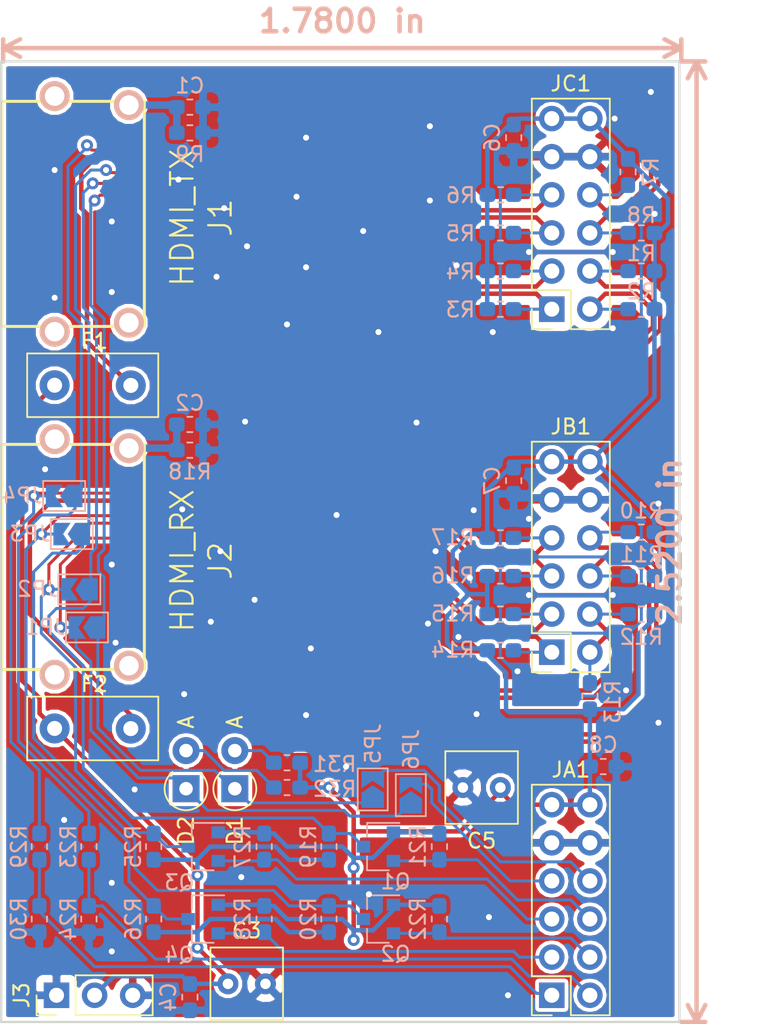
<source format=kicad_pcb>
(kicad_pcb (version 20171130) (host pcbnew 5.0.0)
  (layers (0 F.Cu signal) (31 B.Cu signal) (34 B.Paste user) (35 F.Paste user) (36 B.SilkS user) (37 F.SilkS user) (38 B.Mask user) (39 F.Mask user) (44 Edge.Cuts user))
  (net 0 "")
  (net 1 GND)
  (net 2 +5V)
  (net 3 "Net-(F1-Pad2)")
  (net 4 VCC)
  (net 5 /T2_P)
  (net 6 /T2_N)
  (net 7 /T1_P)
  (net 8 /T1_N)
  (net 9 /T0_P)
  (net 10 /T0_N)
  (net 11 /TC_P)
  (net 12 /TC_N)
  (net 13 /R2_P)
  (net 14 /R2_N)
  (net 15 /R1_P)
  (net 16 /R1_N)
  (net 17 /R0_P)
  (net 18 /R0_N)
  (net 19 /RC_P)
  (net 20 /RC_N)
  (net 21 /TCEC)
  (net 22 "Net-(D1-Pad2)")
  (net 23 "Net-(D2-Pad2)")
  (net 24 /RCEC)
  (net 25 "Net-(F2-Pad2)")
  (net 26 /TSCL)
  (net 27 /TSDA)
  (net 28 /THPD)
  (net 29 /RHPD)
  (net 30 /RSDA)
  (net 31 /RSCL)
  (net 32 /THPD3.3)
  (net 33 /TSDA3.3)
  (net 34 /TSCL3.3)
  (net 35 /RHPD3.3)
  (net 36 /RSDA3.3)
  (net 37 /RSCL3.3)
  (net 38 /TSH)
  (net 39 /RSH)
  (net 40 /TCEC3.3)
  (net 41 /RCEC3.3)
  (module Resistor_SMD:R_0603_1608Metric_Pad1.05x0.95mm_HandSolder (layer B.Cu) (at 65.532 49.149 180)
    (fp_text reference R10 (at 0 1.43 180) (layer B.SilkS) (effects (justify mirror)))
    (fp_text value 50)
    (pad 1 smd roundrect (at -0.875 0 180) (size 1.05 0.95) (layers B.Cu B.Paste B.Mask) (net 4 VCC))
    (pad 2 smd roundrect (at 0.875 0 180) (size 1.05 0.95) (layers B.Cu B.Paste B.Mask) (net 13 /R2_P) (clearance 0.2))
  )
  (module Pmod_V:Pmod_V (layer F.Cu) (at 60.833 50.8)
    (fp_text reference JB1 (at 0 -8.68) (layer F.SilkS))
    (fp_text value Conn_02x06_Top_Bottom)
    (pad 1 thru_hole rect (at -1.27 6.35) (size 1.7 1.7) (drill 1) (layers *.Cu *.Mask) (net 17 /R0_P))
    (pad 2 thru_hole oval (at -1.27 3.81) (size 1.7 1.7) (drill 1) (layers *.Cu *.Mask) (net 18 /R0_N))
    (pad 3 thru_hole oval (at -1.27 1.27) (size 1.7 1.7) (drill 1) (layers *.Cu *.Mask) (net 19 /RC_P))
    (pad 4 thru_hole oval (at -1.27 -1.27) (size 1.7 1.7) (drill 1) (layers *.Cu *.Mask) (net 20 /RC_N))
    (pad 5 thru_hole oval (at -1.27 -3.81) (size 1.7 1.7) (drill 1) (layers *.Cu *.Mask) (net 1 GND))
    (pad 6 thru_hole oval (at -1.27 -6.35) (size 1.7 1.7) (drill 1) (layers *.Cu *.Mask) (net 4 VCC))
    (pad 7 thru_hole oval (at 1.27 6.35) (size 1.7 1.7) (drill 1) (layers *.Cu *.Mask) (net 16 /R1_N))
    (pad 8 thru_hole oval (at 1.27 3.81) (size 1.7 1.7) (drill 1) (layers *.Cu *.Mask) (net 15 /R1_P))
    (pad 9 thru_hole oval (at 1.27 1.27) (size 1.7 1.7) (drill 1) (layers *.Cu *.Mask) (net 14 /R2_N))
    (pad 10 thru_hole oval (at 1.27 -1.27) (size 1.7 1.7) (drill 1) (layers *.Cu *.Mask) (net 13 /R2_P))
    (pad 11 thru_hole oval (at 1.27 -3.81) (size 1.7 1.7) (drill 1) (layers *.Cu *.Mask) (net 1 GND))
    (pad 12 thru_hole oval (at 1.27 -6.35) (size 1.7 1.7) (drill 1) (layers *.Cu *.Mask) (net 4 VCC))
  )
  (module connector_hdmi:FCI_10029449-11[13]RLF (layer F.Cu) (at 31.369 27.94 270)
    (fp_text reference J1 (at 0.254 -6.096 270) (layer F.SilkS) (effects (font (size 1.5 1.5))))
    (fp_text value HDMI_TX (at 0.254 -3.556 270) (layer F.SilkS) (effects (font (size 1.5 1.5))))
    (pad 19 smd rect (at -4.25 -1 270) (size 0.3 2.1) (layers F.Cu F.Paste F.Mask) (net 28 /THPD))
    (pad 18 smd rect (at -3.75 -1 270) (size 0.3 2.1) (layers F.Cu F.Paste F.Mask) (net 3 "Net-(F1-Pad2)"))
    (pad 17 smd rect (at -3.25 -1 270) (size 0.3 2.1) (layers F.Cu F.Paste F.Mask) (net 1 GND))
    (pad 16 smd rect (at -2.75 -1 270) (size 0.3 2.1) (layers F.Cu F.Paste F.Mask) (net 27 /TSDA))
    (pad 15 smd rect (at -2.25 -1 270) (size 0.3 2.1) (layers F.Cu F.Paste F.Mask) (net 26 /TSCL))
    (pad 14 smd rect (at -1.75 -1 270) (size 0.3 2.1) (layers F.Cu F.Paste F.Mask))
    (pad 13 smd rect (at -1.25 -1 270) (size 0.3 2.1) (layers F.Cu F.Paste F.Mask) (net 21 /TCEC))
    (pad 12 smd rect (at -0.75 -1 270) (size 0.3 2.1) (layers F.Cu F.Paste F.Mask) (net 12 /TC_N))
    (pad 11 smd rect (at -0.25 -1 270) (size 0.3 2.1) (layers F.Cu F.Paste F.Mask) (net 1 GND))
    (pad 10 smd rect (at 0.25 -1 270) (size 0.3 2.1) (layers F.Cu F.Paste F.Mask) (net 11 /TC_P))
    (pad 9 smd rect (at 0.75 -1 270) (size 0.3 2.1) (layers F.Cu F.Paste F.Mask) (net 10 /T0_N))
    (pad 8 smd rect (at 1.25 -1 270) (size 0.3 2.1) (layers F.Cu F.Paste F.Mask) (net 1 GND))
    (pad 7 smd rect (at 1.75 -1 270) (size 0.3 2.1) (layers F.Cu F.Paste F.Mask) (net 9 /T0_P))
    (pad 6 smd rect (at 2.25 -1 270) (size 0.3 2.1) (layers F.Cu F.Paste F.Mask) (net 8 /T1_N))
    (pad 5 smd rect (at 2.75 -1 270) (size 0.3 2.1) (layers F.Cu F.Paste F.Mask) (net 1 GND))
    (pad 4 smd rect (at 3.25 -1 270) (size 0.3 2.1) (layers F.Cu F.Paste F.Mask) (net 7 /T1_P))
    (pad 3 smd rect (at 3.75 -1 270) (size 0.3 2.1) (layers F.Cu F.Paste F.Mask) (net 6 /T2_N))
    (pad 2 smd rect (at 4.25 -1 270) (size 0.3 2.1) (layers F.Cu F.Paste F.Mask) (net 1 GND))
    (pad 1 smd rect (at 4.75 -1 270) (size 0.3 2.1) (layers F.Cu F.Paste F.Mask) (net 5 /T2_P))
    (pad SH thru_hole circle (at 7.25 0 270) (size 2 2) (drill 1.3) (layers *.Cu *.SilkS *.Mask) (net 38 /TSH))
    (pad SH thru_hole circle (at -7.25 0 270) (size 2 2) (drill 1.3) (layers *.Cu *.SilkS *.Mask) (net 38 /TSH))
    (pad SH thru_hole circle (at 7.85 4.95 270) (size 2 2) (drill 1.3) (layers *.Cu *.SilkS *.Mask) (net 38 /TSH))
    (pad SH thru_hole circle (at -7.85 4.95 270) (size 2 2) (drill 1.3) (layers *.Cu *.SilkS *.Mask) (net 38 /TSH))
  )
  (module Jumper:SolderJumper-2_P1.3mm_Open_TrianglePad1.0x1.5mm (layer B.Cu) (at 28.575 55.499 180)
    (fp_text reference JP1 (at 2.794 0.022 180) (layer B.SilkS) (effects (justify mirror)))
    (fp_text value J_CEC)
    (pad 2 smd custom (at 0.725 0 180) (size 0.3 0.3) (layers B.Cu B.Mask) (net 24 /RCEC) (options (clearance outline) (anchor rect)) (primitives (gr_poly (pts (xy -0.65 0.75) (xy 0.5 0.75) (xy 0.5 -0.75) (xy -0.65 -0.75) (xy -0.15 0)) (width 0))))
    (pad 1 smd custom (at -0.725 0 180) (size 0.3 0.3) (layers B.Cu B.Mask) (net 21 /TCEC) (options (clearance outline) (anchor rect)) (primitives (gr_poly (pts (xy -0.5 0.75) (xy 0.5 0.75) (xy 1 0) (xy 0.5 -0.75) (xy -0.5 -0.75)) (width 0))))
  )
  (module Capacitor_SMD:C_0603_1608Metric_Pad1.05x0.95mm_HandSolder (layer B.Cu) (at 35.433 20.828 180)
    (fp_text reference C1 (at 0 1.43 180) (layer B.SilkS) (effects (justify mirror)))
    (fp_text value 1000p)
    (pad 1 smd roundrect (at -0.875 0 180) (size 1.05 0.95) (layers B.Cu B.Paste B.Mask) (net 1 GND))
    (pad 2 smd roundrect (at 0.875 0 180) (size 1.05 0.95) (layers B.Cu B.Paste B.Mask) (net 38 /TSH))
  )
  (module Capacitor_SMD:C_0603_1608Metric_Pad1.05x0.95mm_HandSolder (layer B.Cu) (at 35.433 41.9735 180)
    (fp_text reference C2 (at 0 1.43 180) (layer B.SilkS) (effects (justify mirror)))
    (fp_text value 1000p)
    (pad 1 smd roundrect (at -0.875 0 180) (size 1.05 0.95) (layers B.Cu B.Paste B.Mask) (net 1 GND))
    (pad 2 smd roundrect (at 0.875 0 180) (size 1.05 0.95) (layers B.Cu B.Paste B.Mask) (net 39 /RSH))
  )
  (module Fuse:Fuse_Littelfuse_395Series (layer F.Cu) (at 26.416 39.36)
    (fp_text reference F1 (at 2.65 -2.95) (layer F.SilkS))
    (fp_text value Polyfuse_Small)
    (pad 2 thru_hole circle (at 5.08 0.01) (size 2 2) (drill 1) (layers *.Cu *.Mask) (net 3 "Net-(F1-Pad2)"))
    (pad 1 thru_hole circle (at 0 0) (size 2 2) (drill 1) (layers *.Cu *.Mask) (net 2 +5V))
  )
  (module connector_hdmi:FCI_10029449-11[13]RLF (layer F.Cu) (at 31.369 50.8 270)
    (fp_text reference J2 (at 0.254 -6.096 270) (layer F.SilkS) (effects (font (size 1.5 1.5))))
    (fp_text value HDMI_RX (at 0.254 -3.556 270) (layer F.SilkS) (effects (font (size 1.5 1.5))))
    (pad SH thru_hole circle (at -7.85 4.95 270) (size 2 2) (drill 1.3) (layers *.Cu *.SilkS *.Mask) (net 39 /RSH))
    (pad SH thru_hole circle (at 7.85 4.95 270) (size 2 2) (drill 1.3) (layers *.Cu *.SilkS *.Mask) (net 39 /RSH))
    (pad SH thru_hole circle (at -7.25 0 270) (size 2 2) (drill 1.3) (layers *.Cu *.SilkS *.Mask) (net 39 /RSH))
    (pad SH thru_hole circle (at 7.25 0 270) (size 2 2) (drill 1.3) (layers *.Cu *.SilkS *.Mask) (net 39 /RSH))
    (pad 1 smd rect (at 4.75 -1 270) (size 0.3 2.1) (layers F.Cu F.Paste F.Mask) (net 13 /R2_P))
    (pad 2 smd rect (at 4.25 -1 270) (size 0.3 2.1) (layers F.Cu F.Paste F.Mask) (net 1 GND))
    (pad 3 smd rect (at 3.75 -1 270) (size 0.3 2.1) (layers F.Cu F.Paste F.Mask) (net 14 /R2_N))
    (pad 4 smd rect (at 3.25 -1 270) (size 0.3 2.1) (layers F.Cu F.Paste F.Mask) (net 15 /R1_P))
    (pad 5 smd rect (at 2.75 -1 270) (size 0.3 2.1) (layers F.Cu F.Paste F.Mask) (net 1 GND))
    (pad 6 smd rect (at 2.25 -1 270) (size 0.3 2.1) (layers F.Cu F.Paste F.Mask) (net 16 /R1_N))
    (pad 7 smd rect (at 1.75 -1 270) (size 0.3 2.1) (layers F.Cu F.Paste F.Mask) (net 17 /R0_P))
    (pad 8 smd rect (at 1.25 -1 270) (size 0.3 2.1) (layers F.Cu F.Paste F.Mask) (net 1 GND))
    (pad 9 smd rect (at 0.75 -1 270) (size 0.3 2.1) (layers F.Cu F.Paste F.Mask) (net 18 /R0_N))
    (pad 10 smd rect (at 0.25 -1 270) (size 0.3 2.1) (layers F.Cu F.Paste F.Mask) (net 19 /RC_P))
    (pad 11 smd rect (at -0.25 -1 270) (size 0.3 2.1) (layers F.Cu F.Paste F.Mask) (net 1 GND))
    (pad 12 smd rect (at -0.75 -1 270) (size 0.3 2.1) (layers F.Cu F.Paste F.Mask) (net 20 /RC_N))
    (pad 13 smd rect (at -1.25 -1 270) (size 0.3 2.1) (layers F.Cu F.Paste F.Mask) (net 24 /RCEC))
    (pad 14 smd rect (at -1.75 -1 270) (size 0.3 2.1) (layers F.Cu F.Paste F.Mask))
    (pad 15 smd rect (at -2.25 -1 270) (size 0.3 2.1) (layers F.Cu F.Paste F.Mask) (net 31 /RSCL))
    (pad 16 smd rect (at -2.75 -1 270) (size 0.3 2.1) (layers F.Cu F.Paste F.Mask) (net 30 /RSDA))
    (pad 17 smd rect (at -3.25 -1 270) (size 0.3 2.1) (layers F.Cu F.Paste F.Mask) (net 1 GND))
    (pad 18 smd rect (at -3.75 -1 270) (size 0.3 2.1) (layers F.Cu F.Paste F.Mask) (net 25 "Net-(F2-Pad2)"))
    (pad 19 smd rect (at -4.25 -1 270) (size 0.3 2.1) (layers F.Cu F.Paste F.Mask) (net 29 /RHPD))
  )
  (module Jumper:SolderJumper-2_P1.3mm_Open_TrianglePad1.0x1.5mm (layer B.Cu) (at 28.067 52.959 180)
    (fp_text reference JP2 (at 2.794 0.022 180) (layer B.SilkS) (effects (justify mirror)))
    (fp_text value J_SCL)
    (pad 2 smd custom (at 0.725 0 180) (size 0.3 0.3) (layers B.Cu B.Mask) (net 31 /RSCL) (options (clearance outline) (anchor rect)) (primitives (gr_poly (pts (xy -0.65 0.75) (xy 0.5 0.75) (xy 0.5 -0.75) (xy -0.65 -0.75) (xy -0.15 0)) (width 0))))
    (pad 1 smd custom (at -0.725 0 180) (size 0.3 0.3) (layers B.Cu B.Mask) (net 26 /TSCL) (options (clearance outline) (anchor rect)) (primitives (gr_poly (pts (xy -0.5 0.75) (xy 0.5 0.75) (xy 1 0) (xy 0.5 -0.75) (xy -0.5 -0.75)) (width 0))))
  )
  (module Jumper:SolderJumper-2_P1.3mm_Open_TrianglePad1.0x1.5mm (layer B.Cu) (at 27.559 49.276 180)
    (fp_text reference JP3 (at 2.794 0.022 180) (layer B.SilkS) (effects (justify mirror)))
    (fp_text value J_SDA)
    (pad 2 smd custom (at 0.725 0 180) (size 0.3 0.3) (layers B.Cu B.Mask) (net 30 /RSDA) (options (clearance outline) (anchor rect)) (primitives (gr_poly (pts (xy -0.65 0.75) (xy 0.5 0.75) (xy 0.5 -0.75) (xy -0.65 -0.75) (xy -0.15 0)) (width 0))))
    (pad 1 smd custom (at -0.725 0 180) (size 0.3 0.3) (layers B.Cu B.Mask) (net 27 /TSDA) (options (clearance outline) (anchor rect)) (primitives (gr_poly (pts (xy -0.5 0.75) (xy 0.5 0.75) (xy 1 0) (xy 0.5 -0.75) (xy -0.5 -0.75)) (width 0))))
  )
  (module Jumper:SolderJumper-2_P1.3mm_Open_TrianglePad1.0x1.5mm (layer B.Cu) (at 27.051 46.736 180)
    (fp_text reference JP4 (at 2.794 0.022 180) (layer B.SilkS) (effects (justify mirror)))
    (fp_text value J_HPD)
    (pad 2 smd custom (at 0.725 0 180) (size 0.3 0.3) (layers B.Cu B.Mask) (net 29 /RHPD) (options (clearance outline) (anchor rect)) (primitives (gr_poly (pts (xy -0.65 0.75) (xy 0.5 0.75) (xy 0.5 -0.75) (xy -0.65 -0.75) (xy -0.15 0)) (width 0))))
    (pad 1 smd custom (at -0.725 0 180) (size 0.3 0.3) (layers B.Cu B.Mask) (net 28 /THPD) (options (clearance outline) (anchor rect)) (primitives (gr_poly (pts (xy -0.5 0.75) (xy 0.5 0.75) (xy 1 0) (xy 0.5 -0.75) (xy -0.5 -0.75)) (width 0))))
  )
  (module Resistor_SMD:R_0603_1608Metric_Pad1.05x0.95mm_HandSolder (layer B.Cu) (at 65.532 31.75 180)
    (fp_text reference R1 (at 0 1.176 180) (layer B.SilkS) (effects (justify mirror)))
    (fp_text value 50)
    (pad 1 smd roundrect (at -0.875 0 180) (size 1.05 0.95) (layers B.Cu B.Paste B.Mask) (net 4 VCC))
    (pad 2 smd roundrect (at 0.875 0 180) (size 1.05 0.95) (layers B.Cu B.Paste B.Mask) (net 5 /T2_P) (clearance 0.2))
  )
  (module Resistor_SMD:R_0603_1608Metric_Pad1.05x0.95mm_HandSolder (layer B.Cu) (at 65.532 34.29 180)
    (fp_text reference R2 (at 0 1.176 180) (layer B.SilkS) (effects (justify mirror)))
    (fp_text value 50)
    (pad 1 smd roundrect (at -0.875 0 180) (size 1.05 0.95) (layers B.Cu B.Paste B.Mask) (net 4 VCC))
    (pad 2 smd roundrect (at 0.875 0 180) (size 1.05 0.95) (layers B.Cu B.Paste B.Mask) (net 6 /T2_N) (clearance 0.2))
  )
  (module Resistor_SMD:R_0603_1608Metric_Pad1.05x0.95mm_HandSolder (layer B.Cu) (at 56.134 34.29)
    (fp_text reference R3 (at -2.667 0.033) (layer B.SilkS) (effects (justify mirror)))
    (fp_text value 50)
    (pad 1 smd roundrect (at -0.875 0) (size 1.05 0.95) (layers B.Cu B.Paste B.Mask) (net 4 VCC))
    (pad 2 smd roundrect (at 0.875 0) (size 1.05 0.95) (layers B.Cu B.Paste B.Mask) (net 7 /T1_P) (clearance 0.2))
  )
  (module Resistor_SMD:R_0603_1608Metric_Pad1.05x0.95mm_HandSolder (layer B.Cu) (at 56.134 31.75)
    (fp_text reference R4 (at -2.667 0.033) (layer B.SilkS) (effects (justify mirror)))
    (fp_text value 50)
    (pad 1 smd roundrect (at -0.875 0) (size 1.05 0.95) (layers B.Cu B.Paste B.Mask) (net 4 VCC))
    (pad 2 smd roundrect (at 0.875 0) (size 1.05 0.95) (layers B.Cu B.Paste B.Mask) (net 8 /T1_N) (clearance 0.2))
  )
  (module Resistor_SMD:R_0603_1608Metric_Pad1.05x0.95mm_HandSolder (layer B.Cu) (at 56.134 29.21)
    (fp_text reference R5 (at -2.667 0.033) (layer B.SilkS) (effects (justify mirror)))
    (fp_text value 50)
    (pad 1 smd roundrect (at -0.875 0) (size 1.05 0.95) (layers B.Cu B.Paste B.Mask) (net 4 VCC))
    (pad 2 smd roundrect (at 0.875 0) (size 1.05 0.95) (layers B.Cu B.Paste B.Mask) (net 9 /T0_P) (clearance 0.2))
  )
  (module Resistor_SMD:R_0603_1608Metric_Pad1.05x0.95mm_HandSolder (layer B.Cu) (at 64.643 25.146 270)
    (fp_text reference R7 (at 0 -1.524 270) (layer B.SilkS) (effects (justify mirror)))
    (fp_text value 50)
    (pad 1 smd roundrect (at -0.875 0 270) (size 1.05 0.95) (layers B.Cu B.Paste B.Mask) (net 4 VCC))
    (pad 2 smd roundrect (at 0.875 0 270) (size 1.05 0.95) (layers B.Cu B.Paste B.Mask) (net 11 /TC_P) (clearance 0.2))
  )
  (module Resistor_SMD:R_0603_1608Metric_Pad1.05x0.95mm_HandSolder (layer B.Cu) (at 65.532 29.21 180)
    (fp_text reference R8 (at 0 1.176 180) (layer B.SilkS) (effects (justify mirror)))
    (fp_text value 50)
    (pad 1 smd roundrect (at -0.875 0 180) (size 1.05 0.95) (layers B.Cu B.Paste B.Mask) (net 4 VCC))
    (pad 2 smd roundrect (at 0.875 0 180) (size 1.05 0.95) (layers B.Cu B.Paste B.Mask) (net 12 /TC_N) (clearance 0.2))
  )
  (module Resistor_SMD:R_0603_1608Metric_Pad1.05x0.95mm_HandSolder (layer B.Cu) (at 62.103 60.071 90)
    (fp_text reference R13 (at -0.381 1.524 90) (layer B.SilkS) (effects (justify mirror)))
    (fp_text value 50)
    (pad 1 smd roundrect (at -0.875 0 90) (size 1.05 0.95) (layers B.Cu B.Paste B.Mask) (net 4 VCC))
    (pad 2 smd roundrect (at 0.875 0 90) (size 1.05 0.95) (layers B.Cu B.Paste B.Mask) (net 16 /R1_N) (clearance 0.2))
  )
  (module Resistor_SMD:R_0603_1608Metric_Pad1.05x0.95mm_HandSolder (layer B.Cu) (at 56.134 54.61)
    (fp_text reference R15 (at -3.175 -0.0305) (layer B.SilkS) (effects (justify mirror)))
    (fp_text value 50)
    (pad 1 smd roundrect (at -0.875 0) (size 1.05 0.95) (layers B.Cu B.Paste B.Mask) (net 4 VCC))
    (pad 2 smd roundrect (at 0.875 0) (size 1.05 0.95) (layers B.Cu B.Paste B.Mask) (net 18 /R0_N) (clearance 0.2))
  )
  (module Resistor_SMD:R_0603_1608Metric_Pad1.05x0.95mm_HandSolder (layer B.Cu) (at 56.134 52.07)
    (fp_text reference R16 (at -3.175 -0.0305) (layer B.SilkS) (effects (justify mirror)))
    (fp_text value 50)
    (pad 1 smd roundrect (at -0.875 0) (size 1.05 0.95) (layers B.Cu B.Paste B.Mask) (net 4 VCC))
    (pad 2 smd roundrect (at 0.875 0) (size 1.05 0.95) (layers B.Cu B.Paste B.Mask) (net 19 /RC_P) (clearance 0.2))
  )
  (module Resistor_SMD:R_0603_1608Metric_Pad1.05x0.95mm_HandSolder (layer B.Cu) (at 35.433 43.688)
    (fp_text reference R18 (at 0 1.43) (layer B.SilkS) (effects (justify mirror)))
    (fp_text value 1M)
    (pad 1 smd roundrect (at -0.875 0) (size 1.05 0.95) (layers B.Cu B.Paste B.Mask) (net 39 /RSH))
    (pad 2 smd roundrect (at 0.875 0) (size 1.05 0.95) (layers B.Cu B.Paste B.Mask) (net 1 GND))
  )
  (module Pmod_V:Pmod_V (layer F.Cu) (at 60.833 73.66)
    (fp_text reference JA1 (at 0 -8.68) (layer F.SilkS))
    (fp_text value Conn_02x06_Top_Bottom)
    (pad 1 thru_hole rect (at -1.27 6.35) (size 1.7 1.7) (drill 1) (layers *.Cu *.Mask) (net 35 /RHPD3.3))
    (pad 2 thru_hole oval (at -1.27 3.81) (size 1.7 1.7) (drill 1) (layers *.Cu *.Mask) (net 36 /RSDA3.3))
    (pad 3 thru_hole oval (at -1.27 1.27) (size 1.7 1.7) (drill 1) (layers *.Cu *.Mask) (net 37 /RSCL3.3))
    (pad 4 thru_hole oval (at -1.27 -1.27) (size 1.7 1.7) (drill 1) (layers *.Cu *.Mask) (net 41 /RCEC3.3))
    (pad 5 thru_hole oval (at -1.27 -3.81) (size 1.7 1.7) (drill 1) (layers *.Cu *.Mask) (net 1 GND))
    (pad 6 thru_hole oval (at -1.27 -6.35) (size 1.7 1.7) (drill 1) (layers *.Cu *.Mask) (net 4 VCC))
    (pad 7 thru_hole oval (at 1.27 6.35) (size 1.7 1.7) (drill 1) (layers *.Cu *.Mask) (net 32 /THPD3.3))
    (pad 8 thru_hole oval (at 1.27 3.81) (size 1.7 1.7) (drill 1) (layers *.Cu *.Mask) (net 33 /TSDA3.3))
    (pad 9 thru_hole oval (at 1.27 1.27) (size 1.7 1.7) (drill 1) (layers *.Cu *.Mask) (net 34 /TSCL3.3))
    (pad 10 thru_hole oval (at 1.27 -1.27) (size 1.7 1.7) (drill 1) (layers *.Cu *.Mask) (net 40 /TCEC3.3))
    (pad 11 thru_hole oval (at 1.27 -3.81) (size 1.7 1.7) (drill 1) (layers *.Cu *.Mask) (net 1 GND))
    (pad 12 thru_hole oval (at 1.27 -6.35) (size 1.7 1.7) (drill 1) (layers *.Cu *.Mask) (net 4 VCC))
  )
  (module Pmod_V:Pmod_V (layer F.Cu) (at 60.833 27.94)
    (fp_text reference JC1 (at 0 -8.68) (layer F.SilkS))
    (fp_text value Conn_02x06_Top_Bottom)
    (pad 12 thru_hole oval (at 1.27 -6.35) (size 1.7 1.7) (drill 1) (layers *.Cu *.Mask) (net 4 VCC))
    (pad 11 thru_hole oval (at 1.27 -3.81) (size 1.7 1.7) (drill 1) (layers *.Cu *.Mask) (net 1 GND))
    (pad 10 thru_hole oval (at 1.27 -1.27) (size 1.7 1.7) (drill 1) (layers *.Cu *.Mask) (net 11 /TC_P))
    (pad 9 thru_hole oval (at 1.27 1.27) (size 1.7 1.7) (drill 1) (layers *.Cu *.Mask) (net 12 /TC_N))
    (pad 8 thru_hole oval (at 1.27 3.81) (size 1.7 1.7) (drill 1) (layers *.Cu *.Mask) (net 5 /T2_P))
    (pad 7 thru_hole oval (at 1.27 6.35) (size 1.7 1.7) (drill 1) (layers *.Cu *.Mask) (net 6 /T2_N))
    (pad 6 thru_hole oval (at -1.27 -6.35) (size 1.7 1.7) (drill 1) (layers *.Cu *.Mask) (net 4 VCC))
    (pad 5 thru_hole oval (at -1.27 -3.81) (size 1.7 1.7) (drill 1) (layers *.Cu *.Mask) (net 1 GND))
    (pad 4 thru_hole oval (at -1.27 -1.27) (size 1.7 1.7) (drill 1) (layers *.Cu *.Mask) (net 10 /T0_N))
    (pad 3 thru_hole oval (at -1.27 1.27) (size 1.7 1.7) (drill 1) (layers *.Cu *.Mask) (net 9 /T0_P))
    (pad 2 thru_hole oval (at -1.27 3.81) (size 1.7 1.7) (drill 1) (layers *.Cu *.Mask) (net 8 /T1_N))
    (pad 1 thru_hole rect (at -1.27 6.35) (size 1.7 1.7) (drill 1) (layers *.Cu *.Mask) (net 7 /T1_P))
  )
  (module Capacitor_THT:C_Rect_L4.6mm_W4.6mm_P2.50mm_MKS02_FKP02 (layer F.Cu) (at 37.973 79.248)
    (fp_text reference C3 (at 1.25 -3.55) (layer F.SilkS))
    (fp_text value 10u)
    (pad 2 thru_hole circle (at 2.5 0) (size 1.4 1.4) (drill 0.7) (layers *.Cu *.Mask) (net 1 GND))
    (pad 1 thru_hole circle (at 0 0) (size 1.4 1.4) (drill 0.7) (layers *.Cu *.Mask) (net 2 +5V))
  )
  (module Capacitor_SMD:C_0603_1608Metric_Pad1.05x0.95mm_HandSolder (layer B.Cu) (at 35.433 80.137 270)
    (fp_text reference C4 (at 0 1.43 270) (layer B.SilkS) (effects (justify mirror)))
    (fp_text value 0.1u)
    (pad 1 smd roundrect (at -0.875 0 270) (size 1.05 0.95) (layers B.Cu B.Paste B.Mask) (net 2 +5V))
    (pad 2 smd roundrect (at 0.875 0 270) (size 1.05 0.95) (layers B.Cu B.Paste B.Mask) (net 1 GND))
  )
  (module Capacitor_THT:C_Rect_L4.6mm_W4.6mm_P2.50mm_MKS02_FKP02 (layer F.Cu) (at 56.134 66.167 180)
    (fp_text reference C5 (at 1.25 -3.55 180) (layer F.SilkS))
    (fp_text value 10u)
    (pad 2 thru_hole circle (at 2.5 0 180) (size 1.4 1.4) (drill 0.7) (layers *.Cu *.Mask) (net 1 GND))
    (pad 1 thru_hole circle (at 0 0 180) (size 1.4 1.4) (drill 0.7) (layers *.Cu *.Mask) (net 4 VCC))
  )
  (module Capacitor_SMD:C_0603_1608Metric_Pad1.05x0.95mm_HandSolder (layer B.Cu) (at 57.023 22.86 270)
    (fp_text reference C6 (at 0 1.43 270) (layer B.SilkS) (effects (justify mirror)))
    (fp_text value 0.1u)
    (pad 2 smd roundrect (at 0.875 0 270) (size 1.05 0.95) (layers B.Cu B.Paste B.Mask) (net 1 GND))
    (pad 1 smd roundrect (at -0.875 0 270) (size 1.05 0.95) (layers B.Cu B.Paste B.Mask) (net 4 VCC))
  )
  (module Diode_THT:D_A-405_P2.54mm_Vertical_AnodeUp (layer F.Cu) (at 38.431439 66.24556 90)
    (fp_text reference D1 (at -2.794 0 90) (layer F.SilkS))
    (fp_text value D)
    (fp_text user A (at 4.44 0 90) (layer F.SilkS))
    (pad 1 thru_hole rect (at 0 0 90) (size 1.8 1.8) (drill 0.9) (layers *.Cu *.Mask) (net 21 /TCEC))
    (pad 2 thru_hole oval (at 2.54 0 90) (size 1.8 1.8) (drill 0.9) (layers *.Cu *.Mask) (net 22 "Net-(D1-Pad2)"))
  )
  (module Diode_THT:D_A-405_P2.54mm_Vertical_AnodeUp (layer F.Cu) (at 35.179 66.24556 90)
    (fp_text reference D2 (at -2.794 0 90) (layer F.SilkS))
    (fp_text value D)
    (fp_text user A (at 4.44 0 90) (layer F.SilkS))
    (pad 2 thru_hole oval (at 2.54 0 90) (size 1.8 1.8) (drill 0.9) (layers *.Cu *.Mask) (net 23 "Net-(D2-Pad2)"))
    (pad 1 thru_hole rect (at 0 0 90) (size 1.8 1.8) (drill 0.9) (layers *.Cu *.Mask) (net 24 /RCEC))
  )
  (module Fuse:Fuse_Littelfuse_395Series (layer F.Cu) (at 26.416 62.23)
    (fp_text reference F2 (at 2.65 -2.95) (layer F.SilkS))
    (fp_text value Polyfuse_Small)
    (pad 1 thru_hole circle (at 0 0) (size 2 2) (drill 1) (layers *.Cu *.Mask) (net 2 +5V))
    (pad 2 thru_hole circle (at 5.08 0.01) (size 2 2) (drill 1) (layers *.Cu *.Mask) (net 25 "Net-(F2-Pad2)"))
  )
  (module Connector_PinHeader_2.54mm:PinHeader_1x03_P2.54mm_Vertical (layer F.Cu) (at 26.543 80.01 90)
    (fp_text reference J3 (at 0 -2.33 90) (layer F.SilkS))
    (fp_text value Conn_01x03)
    (pad 1 thru_hole rect (at 0 0 90) (size 1.7 1.7) (drill 1) (layers *.Cu *.Mask) (net 1 GND))
    (pad 2 thru_hole oval (at 0 2.54 90) (size 1.7 1.7) (drill 1) (layers *.Cu *.Mask) (net 2 +5V))
    (pad 3 thru_hole oval (at 0 5.08 90) (size 1.7 1.7) (drill 1) (layers *.Cu *.Mask) (net 1 GND))
  )
  (module Package_TO_SOT_SMD:SOT-23 (layer B.Cu) (at 48.006 70.104 180)
    (fp_text reference Q1 (at -1.143 -2.326 180) (layer B.SilkS) (effects (justify mirror)))
    (fp_text value Q_NMOS_GSD)
    (pad 3 smd rect (at 1 0 180) (size 0.9 0.8) (layers B.Cu B.Paste B.Mask) (net 26 /TSCL))
    (pad 2 smd rect (at -1 -0.95 180) (size 0.9 0.8) (layers B.Cu B.Paste B.Mask) (net 34 /TSCL3.3))
    (pad 1 smd rect (at -1 0.95 180) (size 0.9 0.8) (layers B.Cu B.Paste B.Mask) (net 4 VCC))
  )
  (module Package_TO_SOT_SMD:SOT-23 (layer B.Cu) (at 48.006 74.93 180)
    (fp_text reference Q2 (at -1.143 -2.326 180) (layer B.SilkS) (effects (justify mirror)))
    (fp_text value Q_NMOS_GSD)
    (pad 1 smd rect (at -1 0.95 180) (size 0.9 0.8) (layers B.Cu B.Paste B.Mask) (net 4 VCC))
    (pad 2 smd rect (at -1 -0.95 180) (size 0.9 0.8) (layers B.Cu B.Paste B.Mask) (net 33 /TSDA3.3))
    (pad 3 smd rect (at 1 0 180) (size 0.9 0.8) (layers B.Cu B.Paste B.Mask) (net 27 /TSDA))
  )
  (module Package_TO_SOT_SMD:SOT-23 (layer B.Cu) (at 36.322 70.104 180)
    (fp_text reference Q3 (at 1.5875 -2.3895 180) (layer B.SilkS) (effects (justify mirror)))
    (fp_text value Q_NMOS_GSD)
    (pad 3 smd rect (at 1 0 180) (size 0.9 0.8) (layers B.Cu B.Paste B.Mask) (net 31 /RSCL))
    (pad 2 smd rect (at -1 -0.95 180) (size 0.9 0.8) (layers B.Cu B.Paste B.Mask) (net 37 /RSCL3.3))
    (pad 1 smd rect (at -1 0.95 180) (size 0.9 0.8) (layers B.Cu B.Paste B.Mask) (net 4 VCC))
  )
  (module Package_TO_SOT_SMD:SOT-23 (layer B.Cu) (at 36.322 74.93 180)
    (fp_text reference Q4 (at 1.5875 -2.3895 180) (layer B.SilkS) (effects (justify mirror)))
    (fp_text value Q_NMOS_GSD)
    (pad 1 smd rect (at -1 0.95 180) (size 0.9 0.8) (layers B.Cu B.Paste B.Mask) (net 4 VCC))
    (pad 2 smd rect (at -1 -0.95 180) (size 0.9 0.8) (layers B.Cu B.Paste B.Mask) (net 36 /RSDA3.3))
    (pad 3 smd rect (at 1 0 180) (size 0.9 0.8) (layers B.Cu B.Paste B.Mask) (net 30 /RSDA))
  )
  (module Resistor_SMD:R_0603_1608Metric_Pad1.05x0.95mm_HandSolder (layer B.Cu) (at 44.704 70.104 90)
    (fp_text reference R19 (at 0 -1.364 90) (layer B.SilkS) (effects (justify mirror)))
    (fp_text value 2k)
    (pad 1 smd roundrect (at -0.875 0 90) (size 1.05 0.95) (layers B.Cu B.Paste B.Mask) (net 2 +5V))
    (pad 2 smd roundrect (at 0.875 0 90) (size 1.05 0.95) (layers B.Cu B.Paste B.Mask) (net 26 /TSCL))
  )
  (module Resistor_SMD:R_0603_1608Metric_Pad1.05x0.95mm_HandSolder (layer B.Cu) (at 44.704 74.93 90)
    (fp_text reference R20 (at 0 -1.364 90) (layer B.SilkS) (effects (justify mirror)))
    (fp_text value 2k)
    (pad 2 smd roundrect (at 0.875 0 90) (size 1.05 0.95) (layers B.Cu B.Paste B.Mask) (net 27 /TSDA))
    (pad 1 smd roundrect (at -0.875 0 90) (size 1.05 0.95) (layers B.Cu B.Paste B.Mask) (net 2 +5V))
  )
  (module Resistor_SMD:R_0603_1608Metric_Pad1.05x0.95mm_HandSolder (layer B.Cu) (at 52.07 70.104 270)
    (fp_text reference R21 (at 0 1.43 270) (layer B.SilkS) (effects (justify mirror)))
    (fp_text value 2k)
    (pad 1 smd roundrect (at -0.875 0 270) (size 1.05 0.95) (layers B.Cu B.Paste B.Mask) (net 4 VCC))
    (pad 2 smd roundrect (at 0.875 0 270) (size 1.05 0.95) (layers B.Cu B.Paste B.Mask) (net 34 /TSCL3.3))
  )
  (module Resistor_SMD:R_0603_1608Metric_Pad1.05x0.95mm_HandSolder (layer B.Cu) (at 52.07 74.93 270)
    (fp_text reference R22 (at 0 1.43 270) (layer B.SilkS) (effects (justify mirror)))
    (fp_text value 2k)
    (pad 1 smd roundrect (at -0.875 0 270) (size 1.05 0.95) (layers B.Cu B.Paste B.Mask) (net 4 VCC))
    (pad 2 smd roundrect (at 0.875 0 270) (size 1.05 0.95) (layers B.Cu B.Paste B.Mask) (net 33 /TSDA3.3))
  )
  (module Resistor_SMD:R_0603_1608Metric_Pad1.05x0.95mm_HandSolder (layer B.Cu) (at 28.702 70.104 90)
    (fp_text reference R23 (at 0 -1.364 90) (layer B.SilkS) (effects (justify mirror)))
    (fp_text value 22k)
    (pad 2 smd roundrect (at 0.875 0 90) (size 1.05 0.95) (layers B.Cu B.Paste B.Mask) (net 28 /THPD))
    (pad 1 smd roundrect (at -0.875 0 90) (size 1.05 0.95) (layers B.Cu B.Paste B.Mask) (net 32 /THPD3.3))
  )
  (module Resistor_SMD:R_0603_1608Metric_Pad1.05x0.95mm_HandSolder (layer B.Cu) (at 28.702 74.93 90)
    (fp_text reference R24 (at 0 -1.364 90) (layer B.SilkS) (effects (justify mirror)))
    (fp_text value 33k)
    (pad 1 smd roundrect (at -0.875 0 90) (size 1.05 0.95) (layers B.Cu B.Paste B.Mask) (net 1 GND))
    (pad 2 smd roundrect (at 0.875 0 90) (size 1.05 0.95) (layers B.Cu B.Paste B.Mask) (net 32 /THPD3.3))
  )
  (module Resistor_SMD:R_0603_1608Metric_Pad1.05x0.95mm_HandSolder (layer B.Cu) (at 33.02 70.104 90)
    (fp_text reference R25 (at 0 -1.364 90) (layer B.SilkS) (effects (justify mirror)))
    (fp_text value 2k)
    (pad 2 smd roundrect (at 0.875 0 90) (size 1.05 0.95) (layers B.Cu B.Paste B.Mask) (net 31 /RSCL))
    (pad 1 smd roundrect (at -0.875 0 90) (size 1.05 0.95) (layers B.Cu B.Paste B.Mask) (net 2 +5V))
  )
  (module Resistor_SMD:R_0603_1608Metric_Pad1.05x0.95mm_HandSolder (layer B.Cu) (at 33.02 74.93 90)
    (fp_text reference R26 (at 0 -1.364 90) (layer B.SilkS) (effects (justify mirror)))
    (fp_text value 2k)
    (pad 2 smd roundrect (at 0.875 0 90) (size 1.05 0.95) (layers B.Cu B.Paste B.Mask) (net 30 /RSDA))
    (pad 1 smd roundrect (at -0.875 0 90) (size 1.05 0.95) (layers B.Cu B.Paste B.Mask) (net 2 +5V))
  )
  (module Resistor_SMD:R_0603_1608Metric_Pad1.05x0.95mm_HandSolder (layer B.Cu) (at 40.386 70.104 270)
    (fp_text reference R27 (at 0 1.43 270) (layer B.SilkS) (effects (justify mirror)))
    (fp_text value 2k)
    (pad 1 smd roundrect (at -0.875 0 270) (size 1.05 0.95) (layers B.Cu B.Paste B.Mask) (net 4 VCC))
    (pad 2 smd roundrect (at 0.875 0 270) (size 1.05 0.95) (layers B.Cu B.Paste B.Mask) (net 37 /RSCL3.3))
  )
  (module Resistor_SMD:R_0603_1608Metric_Pad1.05x0.95mm_HandSolder (layer B.Cu) (at 40.386 74.93 270)
    (fp_text reference R28 (at 0 1.43 270) (layer B.SilkS) (effects (justify mirror)))
    (fp_text value 2k)
    (pad 2 smd roundrect (at 0.875 0 270) (size 1.05 0.95) (layers B.Cu B.Paste B.Mask) (net 36 /RSDA3.3))
    (pad 1 smd roundrect (at -0.875 0 270) (size 1.05 0.95) (layers B.Cu B.Paste B.Mask) (net 4 VCC))
  )
  (module Resistor_SMD:R_0603_1608Metric_Pad1.05x0.95mm_HandSolder (layer B.Cu) (at 25.4 70.104 90)
    (fp_text reference R29 (at 0 -1.364 90) (layer B.SilkS) (effects (justify mirror)))
    (fp_text value 1k)
    (pad 1 smd roundrect (at -0.875 0 90) (size 1.05 0.95) (layers B.Cu B.Paste B.Mask) (net 35 /RHPD3.3))
    (pad 2 smd roundrect (at 0.875 0 90) (size 1.05 0.95) (layers B.Cu B.Paste B.Mask) (net 29 /RHPD))
  )
  (module Resistor_SMD:R_0603_1608Metric_Pad1.05x0.95mm_HandSolder (layer B.Cu) (at 25.4 74.93 90)
    (fp_text reference R30 (at 0 -1.364 90) (layer B.SilkS) (effects (justify mirror)))
    (fp_text value 2k)
    (pad 2 smd roundrect (at 0.875 0 90) (size 1.05 0.95) (layers B.Cu B.Paste B.Mask) (net 35 /RHPD3.3))
    (pad 1 smd roundrect (at -0.875 0 90) (size 1.05 0.95) (layers B.Cu B.Paste B.Mask) (net 1 GND))
  )
  (module Resistor_SMD:R_0603_1608Metric_Pad1.05x0.95mm_HandSolder (layer B.Cu) (at 41.91 64.516 180)
    (fp_text reference R31 (at -3.175 -0.094 180) (layer B.SilkS) (effects (justify mirror)))
    (fp_text value 27k)
    (pad 2 smd roundrect (at 0.875 0 180) (size 1.05 0.95) (layers B.Cu B.Paste B.Mask) (net 22 "Net-(D1-Pad2)"))
    (pad 1 smd roundrect (at -0.875 0 180) (size 1.05 0.95) (layers B.Cu B.Paste B.Mask) (net 4 VCC))
  )
  (module Resistor_SMD:R_0603_1608Metric_Pad1.05x0.95mm_HandSolder (layer B.Cu) (at 41.91 66.167 180)
    (fp_text reference R32 (at -3.175 -0.094 180) (layer B.SilkS) (effects (justify mirror)))
    (fp_text value 27k)
    (pad 1 smd roundrect (at -0.875 0 180) (size 1.05 0.95) (layers B.Cu B.Paste B.Mask) (net 4 VCC))
    (pad 2 smd roundrect (at 0.875 0 180) (size 1.05 0.95) (layers B.Cu B.Paste B.Mask) (net 23 "Net-(D2-Pad2)"))
  )
  (module Resistor_SMD:R_0603_1608Metric_Pad1.05x0.95mm_HandSolder (layer B.Cu) (at 56.148 26.67)
    (fp_text reference R6 (at -2.667 0.033) (layer B.SilkS) (effects (justify mirror)))
    (fp_text value 50)
    (pad 2 smd roundrect (at 0.875 0) (size 1.05 0.95) (layers B.Cu B.Paste B.Mask) (net 10 /T0_N) (clearance 0.2))
    (pad 1 smd roundrect (at -0.875 0) (size 1.05 0.95) (layers B.Cu B.Paste B.Mask) (net 4 VCC))
  )
  (module Resistor_SMD:R_0603_1608Metric_Pad1.05x0.95mm_HandSolder (layer B.Cu) (at 35.433 22.5425)
    (fp_text reference R9 (at 0 1.43) (layer B.SilkS) (effects (justify mirror)))
    (fp_text value 1M)
    (pad 1 smd roundrect (at -0.875 0) (size 1.05 0.95) (layers B.Cu B.Paste B.Mask) (net 38 /TSH))
    (pad 2 smd roundrect (at 0.875 0) (size 1.05 0.95) (layers B.Cu B.Paste B.Mask) (net 1 GND))
  )
  (module Resistor_SMD:R_0603_1608Metric_Pad1.05x0.95mm_HandSolder (layer B.Cu) (at 65.532 52.07 180)
    (fp_text reference R11 (at 0 1.43 180) (layer B.SilkS) (effects (justify mirror)))
    (fp_text value 50)
    (pad 2 smd roundrect (at 0.875 0 180) (size 1.05 0.95) (layers B.Cu B.Paste B.Mask) (net 14 /R2_N) (clearance 0.2))
    (pad 1 smd roundrect (at -0.875 0 180) (size 1.05 0.95) (layers B.Cu B.Paste B.Mask) (net 4 VCC))
  )
  (module Resistor_SMD:R_0603_1608Metric_Pad1.05x0.95mm_HandSolder (layer B.Cu) (at 65.532 54.61 180)
    (fp_text reference R12 (at 0 -1.524 180) (layer B.SilkS) (effects (justify mirror)))
    (fp_text value 50)
    (pad 1 smd roundrect (at -0.875 0 180) (size 1.05 0.95) (layers B.Cu B.Paste B.Mask) (net 4 VCC))
    (pad 2 smd roundrect (at 0.875 0 180) (size 1.05 0.95) (layers B.Cu B.Paste B.Mask) (net 15 /R1_P) (clearance 0.2))
  )
  (module Resistor_SMD:R_0603_1608Metric_Pad1.05x0.95mm_HandSolder (layer B.Cu) (at 56.134 57.023)
    (fp_text reference R14 (at -3.175 -0.0305) (layer B.SilkS) (effects (justify mirror)))
    (fp_text value 50)
    (pad 2 smd roundrect (at 0.875 0) (size 1.05 0.95) (layers B.Cu B.Paste B.Mask) (net 17 /R0_P) (clearance 0.2))
    (pad 1 smd roundrect (at -0.875 0) (size 1.05 0.95) (layers B.Cu B.Paste B.Mask) (net 4 VCC))
  )
  (module Resistor_SMD:R_0603_1608Metric_Pad1.05x0.95mm_HandSolder (layer B.Cu) (at 56.134 49.53)
    (fp_text reference R17 (at -3.175 -0.0305) (layer B.SilkS) (effects (justify mirror)))
    (fp_text value 50)
    (pad 1 smd roundrect (at -0.875 0) (size 1.05 0.95) (layers B.Cu B.Paste B.Mask) (net 4 VCC))
    (pad 2 smd roundrect (at 0.875 0) (size 1.05 0.95) (layers B.Cu B.Paste B.Mask) (net 20 /RC_N) (clearance 0.2))
  )
  (module Capacitor_SMD:C_0603_1608Metric_Pad1.05x0.95mm_HandSolder (layer B.Cu) (at 57.023 45.72 270)
    (fp_text reference C7 (at 0 1.43 270) (layer B.SilkS) (effects (justify mirror)))
    (fp_text value 0.1u)
    (pad 2 smd roundrect (at 0.875 0 270) (size 1.05 0.95) (layers B.Cu B.Paste B.Mask) (net 1 GND))
    (pad 1 smd roundrect (at -0.875 0 270) (size 1.05 0.95) (layers B.Cu B.Paste B.Mask) (net 4 VCC))
  )
  (module Jumper:SolderJumper-2_P1.3mm_Open_TrianglePad1.0x1.5mm (layer B.Cu) (at 47.625 66.294 90)
    (fp_text reference JP5 (at 3.048 0.022 90) (layer B.SilkS) (effects (justify mirror)))
    (fp_text value J_CEC)
    (pad 2 smd custom (at 0.725 0 90) (size 0.3 0.3) (layers B.Cu B.Mask) (net 40 /TCEC3.3) (options (clearance outline) (anchor rect)) (primitives (gr_poly (pts (xy -0.65 0.75) (xy 0.5 0.75) (xy 0.5 -0.75) (xy -0.65 -0.75) (xy -0.15 0)) (width 0))))
    (pad 1 smd custom (at -0.725 0 90) (size 0.3 0.3) (layers B.Cu B.Mask) (net 21 /TCEC) (options (clearance outline) (anchor rect)) (primitives (gr_poly (pts (xy -0.5 0.75) (xy 0.5 0.75) (xy 1 0) (xy 0.5 -0.75) (xy -0.5 -0.75)) (width 0))))
  )
  (module Jumper:SolderJumper-2_P1.3mm_Open_TrianglePad1.0x1.5mm (layer B.Cu) (at 50.165 66.675 90)
    (fp_text reference JP6 (at 3.048 0.022 90) (layer B.SilkS) (effects (justify mirror)))
    (fp_text value J_CEC)
    (pad 1 smd custom (at -0.725 0 90) (size 0.3 0.3) (layers B.Cu B.Mask) (net 24 /RCEC) (options (clearance outline) (anchor rect)) (primitives (gr_poly (pts (xy -0.5 0.75) (xy 0.5 0.75) (xy 1 0) (xy 0.5 -0.75) (xy -0.5 -0.75)) (width 0))))
    (pad 2 smd custom (at 0.725 0 90) (size 0.3 0.3) (layers B.Cu B.Mask) (net 41 /RCEC3.3) (options (clearance outline) (anchor rect)) (primitives (gr_poly (pts (xy -0.65 0.75) (xy 0.5 0.75) (xy 0.5 -0.75) (xy -0.65 -0.75) (xy -0.15 0)) (width 0))))
  )
  (module Capacitor_SMD:C_0603_1608Metric_Pad1.05x0.95mm_HandSolder (layer B.Cu) (at 62.992 64.77)
    (fp_text reference C8 (at 0 -1.4605) (layer B.SilkS) (effects (justify mirror)))
    (fp_text value 0.1u)
    (pad 2 smd roundrect (at 0.875 0) (size 1.05 0.95) (layers B.Cu B.Paste B.Mask) (net 1 GND))
    (pad 1 smd roundrect (at -0.875 0) (size 1.05 0.95) (layers B.Cu B.Paste B.Mask) (net 4 VCC))
  )
  (gr_line (start 22.86 17.78) (end 22.86 81.788) (layer Edge.Cuts) (width 0.15))
  (gr_line (start 68.072 81.788) (end 22.86 81.788) (layer Edge.Cuts) (width 0.15))
  (gr_line (start 68.072 17.78) (end 68.072 81.788) (layer Edge.Cuts) (width 0.15))
  (gr_line (start 22.86 17.78) (end 68.072 17.78) (layer Edge.Cuts) (width 0.15))
  (dimension 64.008 (width 0.3) (layer B.SilkS) (gr_text "64.008 mm" (at 71.315 49.784 270) (layer B.SilkS) (effects (font (size 1.5 1.5) (thickness 0.3)))) (feature1 (pts (xy 68.199 81.788) (xy 69.801421 81.788))) (feature2 (pts (xy 68.199 17.78) (xy 69.801421 17.78))) (crossbar (pts (xy 69.215 17.78) (xy 69.215 81.788))) (arrow1a (pts (xy 69.215 81.788) (xy 68.628579 80.661496))) (arrow1b (pts (xy 69.215 81.788) (xy 69.801421 80.661496))) (arrow2a (pts (xy 69.215 17.78) (xy 68.628579 18.906504))) (arrow2b (pts (xy 69.215 17.78) (xy 69.801421 18.906504))))
  (dimension 45.212 (width 0.3) (layer B.SilkS) (gr_text "45.212 mm" (at 45.593 14.791) (layer B.SilkS) (effects (font (size 1.5 1.5) (thickness 0.3)))) (feature1 (pts (xy 68.199 17.78) (xy 68.199 16.304579))) (feature2 (pts (xy 22.987 17.78) (xy 22.987 16.304579))) (crossbar (pts (xy 22.987 16.891) (xy 68.199 16.891))) (arrow1a (pts (xy 68.199 16.891) (xy 67.072496 17.477421))) (arrow1b (pts (xy 68.199 16.891) (xy 67.072496 16.304579))) (arrow2a (pts (xy 22.987 16.891) (xy 24.113504 17.477421))) (arrow2b (pts (xy 22.987 16.891) (xy 24.113504 16.304579))))
  (segment (start 32.369 52.05) (end 30.119 52.05) (width 0.3) (layer F.Cu) (net 1))
  (segment (start 32.369 53.55) (end 30.143 53.55) (width 0.3) (layer F.Cu) (net 1))
  (segment (start 32.369 55.05) (end 30.158 55.05) (width 0.3) (layer F.Cu) (net 1))
  (segment (start 32.369 24.69) (end 35.231 24.69) (width 0.3) (layer F.Cu) (net 1))
  (segment (start 32.369 29.19) (end 30.333 29.19) (width 0.3) (layer F.Cu) (net 1))
  (segment (start 32.369 30.69) (end 30.397 30.69) (width 0.3) (layer F.Cu) (net 1))
  (segment (start 32.369 32.19) (end 30.421 32.19) (width 0.3) (layer F.Cu) (net 1))
  (segment (start 32.369 47.55) (end 35.254 47.55) (width 0.3) (layer F.Cu) (net 1))
  (segment (start 30.103 50.55) (end 30.099 50.546) (width 0.3) (layer F.Cu) (net 1))
  (segment (start 32.369 50.55) (end 30.103 50.55) (width 0.3) (layer F.Cu) (net 1))
  (segment (start 30.353 27.94) (end 30.353 28.194) (width 0.3) (layer F.Cu) (net 1))
  (segment (start 32.369 27.69) (end 30.603 27.69) (width 0.3) (layer F.Cu) (net 1))
  (segment (start 30.603 27.69) (end 30.353 27.94) (width 0.3) (layer F.Cu) (net 1))
  (via (at 37.465 50.419) (size 0.8) (drill 0.4) (layers F.Cu B.Cu) (net 1))
  (segment (start 36.308 43.688) (end 36.308 49.262) (width 0.2) (layer B.Cu) (net 1))
  (segment (start 36.308 49.262) (end 37.465 50.419) (width 0.2) (layer B.Cu) (net 1))
  (segment (start 49.657 56.388) (end 46.101 56.388) (width 0.2) (layer B.Cu) (net 1))
  (via (at 36.83 55.118) (size 0.8) (drill 0.4) (layers F.Cu B.Cu) (net 1))
  (segment (start 41.91 29.972) (end 42.545 29.337) (width 0.2) (layer B.Cu) (net 1))
  (via (at 42.545 26.797) (size 0.8) (drill 0.4) (layers F.Cu B.Cu) (net 1))
  (segment (start 42.545 29.337) (end 42.545 27.362685) (width 0.2) (layer B.Cu) (net 1))
  (segment (start 42.545 27.362685) (end 42.545 26.797) (width 0.2) (layer B.Cu) (net 1))
  (via (at 51.434998 27.051) (size 0.8) (drill 0.4) (layers F.Cu B.Cu) (net 1))
  (segment (start 43.307 31.369) (end 52.647315 31.369) (width 0.2) (layer B.Cu) (net 1))
  (via (at 53.213 31.369) (size 0.8) (drill 0.4) (layers F.Cu B.Cu) (net 1))
  (segment (start 51.434998 29.590998) (end 52.813001 30.969001) (width 0.2) (layer B.Cu) (net 1))
  (segment (start 51.434998 27.051) (end 51.434998 29.590998) (width 0.2) (layer B.Cu) (net 1))
  (segment (start 52.647315 31.369) (end 53.213 31.369) (width 0.2) (layer B.Cu) (net 1))
  (segment (start 52.813001 30.969001) (end 53.213 31.369) (width 0.2) (layer B.Cu) (net 1))
  (segment (start 39.808685 30.099) (end 39.243 30.099) (width 0.2) (layer B.Cu) (net 1))
  (segment (start 41.783 30.099) (end 39.808685 30.099) (width 0.2) (layer B.Cu) (net 1))
  (segment (start 41.91 29.972) (end 41.783 30.099) (width 0.2) (layer B.Cu) (net 1))
  (via (at 39.243 30.099) (size 0.8) (drill 0.4) (layers F.Cu B.Cu) (net 1))
  (via (at 37.211 32.131) (size 0.8) (drill 0.4) (layers F.Cu B.Cu) (net 1))
  (segment (start 39.243 30.099) (end 37.211 32.131) (width 0.2) (layer B.Cu) (net 1))
  (via (at 48.006 35.814) (size 0.8) (drill 0.4) (layers F.Cu B.Cu) (net 1))
  (via (at 55.626 35.814) (size 0.8) (drill 0.4) (layers F.Cu B.Cu) (net 1))
  (segment (start 48.006 35.814) (end 55.626 35.814) (width 0.2) (layer B.Cu) (net 1))
  (segment (start 63.227001 35.959999) (end 63.627 35.56) (width 0.2) (layer B.Cu) (net 1))
  (via (at 63.627 35.56) (size 0.8) (drill 0.4) (layers F.Cu B.Cu) (net 1))
  (segment (start 55.626 35.814) (end 56.025999 36.213999) (width 0.2) (layer B.Cu) (net 1))
  (segment (start 56.025999 36.213999) (end 62.973001 36.213999) (width 0.2) (layer B.Cu) (net 1))
  (segment (start 62.973001 36.213999) (end 63.227001 35.959999) (width 0.2) (layer B.Cu) (net 1))
  (segment (start 47.498 35.306) (end 42.475685 35.306) (width 0.2) (layer B.Cu) (net 1))
  (segment (start 48.006 35.814) (end 47.498 35.306) (width 0.2) (layer B.Cu) (net 1))
  (via (at 41.91 35.306) (size 0.8) (drill 0.4) (layers F.Cu B.Cu) (net 1))
  (segment (start 42.475685 35.306) (end 41.91 35.306) (width 0.2) (layer B.Cu) (net 1))
  (segment (start 38.735 32.131) (end 41.510001 34.906001) (width 0.2) (layer B.Cu) (net 1))
  (segment (start 37.211 32.131) (end 38.735 32.131) (width 0.2) (layer B.Cu) (net 1))
  (segment (start 41.510001 34.906001) (end 41.91 35.306) (width 0.2) (layer B.Cu) (net 1))
  (segment (start 43.18 31.242) (end 43.18 31.496) (width 0.2) (layer B.Cu) (net 1))
  (via (at 43.18 31.496) (size 0.8) (drill 0.4) (layers F.Cu B.Cu) (net 1))
  (segment (start 41.91 29.972) (end 43.18 31.242) (width 0.2) (layer B.Cu) (net 1))
  (segment (start 43.18 31.242) (end 43.307 31.369) (width 0.2) (layer B.Cu) (net 1))
  (via (at 46.99 29.083) (size 0.8) (drill 0.4) (layers F.Cu B.Cu) (net 1))
  (segment (start 42.545 29.337) (end 46.736 29.337) (width 0.2) (layer B.Cu) (net 1))
  (segment (start 46.736 29.337) (end 46.99 29.083) (width 0.2) (layer B.Cu) (net 1))
  (via (at 30.226 77.089) (size 0.8) (drill 0.4) (layers F.Cu B.Cu) (net 1))
  (segment (start 29.986 77.089) (end 30.226 77.089) (width 0.2) (layer B.Cu) (net 1))
  (via (at 34.671 25.654) (size 0.8) (drill 0.4) (layers F.Cu B.Cu) (net 1))
  (segment (start 36.308 24.017) (end 34.671 25.654) (width 0.2) (layer B.Cu) (net 1))
  (via (at 26.416 25.019) (size 0.8) (drill 0.4) (layers F.Cu B.Cu) (net 1))
  (via (at 26.416 33.528) (size 0.8) (drill 0.4) (layers F.Cu B.Cu) (net 1))
  (segment (start 26.416 25.019) (end 26.416 33.528) (width 0.2) (layer F.Cu) (net 1))
  (via (at 25.781 44.958) (size 0.8) (drill 0.4) (layers F.Cu B.Cu) (net 1))
  (segment (start 26.416 33.528) (end 25.000001 34.943999) (width 0.2) (layer B.Cu) (net 1))
  (segment (start 25.000001 34.943999) (end 25.000001 44.177001) (width 0.2) (layer B.Cu) (net 1))
  (segment (start 25.381001 44.558001) (end 25.781 44.958) (width 0.2) (layer B.Cu) (net 1))
  (segment (start 25.000001 44.177001) (end 25.381001 44.558001) (width 0.2) (layer B.Cu) (net 1))
  (segment (start 35.814 25.654) (end 34.671 25.654) (width 0.2) (layer B.Cu) (net 1))
  (via (at 37.719 27.559) (size 0.8) (drill 0.4) (layers F.Cu B.Cu) (net 1))
  (segment (start 37.719 27.559) (end 35.814 25.654) (width 0.2) (layer B.Cu) (net 1))
  (segment (start 42.545 23.495) (end 42.545 26.797) (width 0.2) (layer B.Cu) (net 1))
  (via (at 43.18 22.86) (size 0.8) (drill 0.4) (layers F.Cu B.Cu) (net 1))
  (segment (start 43.18 22.86) (end 42.545 23.495) (width 0.2) (layer B.Cu) (net 1))
  (via (at 51.435 22.098) (size 0.8) (drill 0.4) (layers F.Cu B.Cu) (net 1))
  (via (at 63.627 30.48) (size 0.8) (drill 0.4) (layers F.Cu B.Cu) (net 1))
  (via (at 63.627 53.34) (size 0.8) (drill 0.4) (layers F.Cu B.Cu) (net 1))
  (segment (start 63.609951 53.357049) (end 63.627 53.34) (width 0.2) (layer F.Cu) (net 1))
  (segment (start 63.609951 53.357049) (end 63.627 53.34) (width 0.2) (layer B.Cu) (net 1))
  (segment (start 63.627 53.34) (end 64.135 53.34) (width 0.2) (layer F.Cu) (net 1))
  (via (at 64.516 59.69) (size 0.8) (drill 0.4) (layers F.Cu B.Cu) (net 1))
  (segment (start 59.563 69.85) (end 57.658 69.85) (width 0.2) (layer F.Cu) (net 1))
  (via (at 56.642 80.01) (size 0.8) (drill 0.4) (layers F.Cu B.Cu) (net 1))
  (segment (start 57.658 69.85) (end 56.642 70.866) (width 0.2) (layer F.Cu) (net 1))
  (segment (start 56.642 70.866) (end 56.642 80.01) (width 0.2) (layer F.Cu) (net 1))
  (segment (start 56.642 80.01) (end 56.642 76.073) (width 0.2) (layer F.Cu) (net 1))
  (via (at 55.372 74.803) (size 0.8) (drill 0.4) (layers F.Cu B.Cu) (net 1))
  (segment (start 56.642 76.073) (end 55.372 74.803) (width 0.2) (layer F.Cu) (net 1))
  (via (at 47.371 73.279) (size 0.8) (drill 0.4) (layers F.Cu B.Cu) (net 1))
  (segment (start 48.895 74.803) (end 55.372 74.803) (width 0.2) (layer F.Cu) (net 1))
  (segment (start 47.371 73.279) (end 48.895 74.803) (width 0.2) (layer F.Cu) (net 1))
  (segment (start 39.243 29.533315) (end 39.243 30.099) (width 0.2) (layer B.Cu) (net 1))
  (segment (start 39.243 26.416) (end 39.243 29.533315) (width 0.2) (layer B.Cu) (net 1))
  (segment (start 36.308 23.481) (end 39.243 26.416) (width 0.2) (layer B.Cu) (net 1))
  (segment (start 26.416 23.718998) (end 26.416 25.019) (width 0.2) (layer B.Cu) (net 1))
  (segment (start 30.744999 19.389999) (end 26.416 23.718998) (width 0.2) (layer B.Cu) (net 1))
  (segment (start 35.772999 19.389999) (end 30.744999 19.389999) (width 0.2) (layer B.Cu) (net 1))
  (segment (start 36.308 20.828) (end 36.308 19.925) (width 0.2) (layer B.Cu) (net 1))
  (segment (start 36.308 19.925) (end 35.772999 19.389999) (width 0.2) (layer B.Cu) (net 1))
  (via (at 54.102 52.196998) (size 0.8) (drill 0.4) (layers F.Cu B.Cu) (net 1))
  (segment (start 58.039 53.467) (end 56.768998 52.196998) (width 0.2) (layer F.Cu) (net 1))
  (segment (start 54.667685 52.196998) (end 54.102 52.196998) (width 0.2) (layer F.Cu) (net 1))
  (segment (start 56.768998 52.196998) (end 54.667685 52.196998) (width 0.2) (layer F.Cu) (net 1))
  (via (at 30.48 56.515) (size 0.8) (drill 0.4) (layers F.Cu B.Cu) (net 1))
  (segment (start 63.624994 30.477994) (end 63.627 30.48) (width 0.2) (layer F.Cu) (net 1))
  (segment (start 58.041006 30.477994) (end 63.624994 30.477994) (width 0.3) (layer F.Cu) (net 1))
  (segment (start 58.039 30.48) (end 58.041006 30.477994) (width 0.2) (layer F.Cu) (net 1))
  (via (at 58.039 30.48) (size 0.8) (drill 0.4) (layers F.Cu B.Cu) (net 1))
  (segment (start 57.15 31.369) (end 53.213 31.369) (width 0.2) (layer F.Cu) (net 1))
  (segment (start 58.039 30.48) (end 57.15 31.369) (width 0.2) (layer F.Cu) (net 1))
  (segment (start 58.056049 53.357049) (end 63.609951 53.357049) (width 0.3) (layer F.Cu) (net 1))
  (via (at 58.039 53.34) (size 0.8) (drill 0.4) (layers F.Cu B.Cu) (net 1))
  (segment (start 58.056049 53.357049) (end 63.609951 53.357049) (width 0.3) (layer B.Cu) (net 1))
  (segment (start 58.039 53.34) (end 58.056049 53.357049) (width 0.3) (layer B.Cu) (net 1))
  (segment (start 58.039 53.34) (end 58.056049 53.357049) (width 0.3) (layer F.Cu) (net 1))
  (segment (start 41.529 74.803) (end 38.862 72.136) (width 0.2) (layer F.Cu) (net 1))
  (segment (start 40.473 79.248) (end 41.529 78.192) (width 0.2) (layer F.Cu) (net 1))
  (segment (start 41.529 78.192) (end 41.529 74.803) (width 0.2) (layer F.Cu) (net 1))
  (via (at 58.039 48.26) (size 0.8) (drill 0.4) (layers F.Cu B.Cu) (net 1))
  (segment (start 58.039 30.48) (end 63.627 30.48) (width 0.3) (layer B.Cu) (net 1))
  (segment (start 54.102 52.196998) (end 54.102 52.07) (width 0.2) (layer F.Cu) (net 1))
  (via (at 53.34 56.134) (size 0.8) (drill 0.4) (layers F.Cu B.Cu) (net 1))
  (via (at 51.816 50.419) (size 0.8) (drill 0.4) (layers F.Cu B.Cu) (net 1))
  (segment (start 63.881 30.48) (end 63.627 30.48) (width 0.2) (layer F.Cu) (net 1))
  (via (at 66.421 27.94) (size 0.8) (drill 0.4) (layers F.Cu B.Cu) (net 1))
  (segment (start 66.421 27.94) (end 63.881 30.48) (width 0.2) (layer F.Cu) (net 1))
  (segment (start 66.04 19.812) (end 64.262 21.59) (width 0.2) (layer B.Cu) (net 1))
  (via (at 66.167 19.812) (size 0.8) (drill 0.4) (layers F.Cu B.Cu) (net 1))
  (segment (start 66.167 19.812) (end 66.04 19.812) (width 0.2) (layer B.Cu) (net 1))
  (via (at 57.277 58.42) (size 0.8) (drill 0.4) (layers F.Cu B.Cu) (net 1))
  (segment (start 63.627 53.34) (end 65.278 53.34) (width 0.2) (layer B.Cu) (net 1))
  (segment (start 65.278 53.34) (end 65.532 53.086) (width 0.2) (layer B.Cu) (net 1))
  (segment (start 64.516 59.69) (end 63.754 59.69) (width 0.2) (layer B.Cu) (net 1))
  (segment (start 63.754 59.69) (end 63.373 60.071) (width 0.2) (layer B.Cu) (net 1))
  (segment (start 63.373 60.071) (end 60.706 60.071) (width 0.2) (layer B.Cu) (net 1))
  (segment (start 65.532 51.943) (end 65.532 51.054) (width 0.2) (layer B.Cu) (net 1))
  (segment (start 65.532 53.086) (end 65.532 51.943) (width 0.2) (layer B.Cu) (net 1))
  (via (at 30.226 72.517) (size 0.8) (drill 0.4) (layers F.Cu B.Cu) (net 1))
  (segment (start 30.607 76.708) (end 30.226 77.089) (width 0.2) (layer F.Cu) (net 1))
  (segment (start 31.623 80.01) (end 31.623 76.708) (width 0.2) (layer F.Cu) (net 1))
  (segment (start 31.623 73.914) (end 30.226 72.517) (width 0.2) (layer F.Cu) (net 1))
  (segment (start 31.623 76.708) (end 31.623 73.914) (width 0.2) (layer F.Cu) (net 1))
  (segment (start 30.607 76.708) (end 31.623 76.708) (width 0.2) (layer F.Cu) (net 1))
  (via (at 38.862 72.136) (size 0.8) (drill 0.4) (layers F.Cu B.Cu) (net 1))
  (segment (start 55.626 35.814) (end 56.134 35.306) (width 0.2) (layer B.Cu) (net 1))
  (segment (start 56.134 35.306) (end 56.134 24.638) (width 0.2) (layer B.Cu) (net 1))
  (segment (start 63.627 35.56) (end 65.278 35.56) (width 0.2) (layer B.Cu) (net 1))
  (segment (start 65.278 35.56) (end 65.532 35.306) (width 0.2) (layer B.Cu) (net 1))
  (segment (start 65.532 35.306) (end 65.532 27.686) (width 0.2) (layer B.Cu) (net 1))
  (segment (start 64.643 69.85) (end 62.103 69.85) (width 0.2) (layer F.Cu) (net 1))
  (segment (start 65.659 62.865) (end 65.659 68.834) (width 0.2) (layer F.Cu) (net 1))
  (via (at 66.675 61.849) (size 0.8) (drill 0.4) (layers F.Cu B.Cu) (net 1))
  (segment (start 65.659 68.834) (end 64.643 69.85) (width 0.2) (layer F.Cu) (net 1))
  (segment (start 66.675 61.849) (end 65.659 62.865) (width 0.2) (layer F.Cu) (net 1))
  (segment (start 63.5 46.99) (end 62.103 46.99) (width 0.2) (layer F.Cu) (net 1))
  (segment (start 63.754 47.244) (end 63.5 46.99) (width 0.2) (layer F.Cu) (net 1))
  (via (at 66.675 47.244) (size 0.8) (drill 0.4) (layers F.Cu B.Cu) (net 1))
  (segment (start 66.675 47.244) (end 63.754 47.244) (width 0.2) (layer F.Cu) (net 1))
  (segment (start 31.877002 28.447998) (end 34.671 25.654) (width 0.2) (layer B.Cu) (net 1))
  (segment (start 30.226002 28.447998) (end 31.877002 28.447998) (width 0.2) (layer B.Cu) (net 1))
  (via (at 30.226 28.448) (size 0.8) (drill 0.4) (layers F.Cu B.Cu) (net 1))
  (segment (start 30.226 28.448) (end 30.226002 28.447998) (width 0.2) (layer B.Cu) (net 1))
  (segment (start 29.845 28.829) (end 30.226 28.448) (width 0.2) (layer B.Cu) (net 1))
  (segment (start 29.845 32.766) (end 29.845 28.829) (width 0.2) (layer B.Cu) (net 1))
  (via (at 30.226 33.147) (size 0.8) (drill 0.4) (layers F.Cu B.Cu) (net 1))
  (segment (start 30.226 33.147) (end 29.845 32.766) (width 0.2) (layer B.Cu) (net 1))
  (segment (start 30.352996 75.564996) (end 30.352996 76.453996) (width 0.2) (layer F.Cu) (net 1))
  (segment (start 27.051 72.263) (end 30.352996 75.564996) (width 0.2) (layer F.Cu) (net 1))
  (segment (start 30.352996 76.453996) (end 30.607 76.708) (width 0.2) (layer F.Cu) (net 1))
  (via (at 27.051 68.326) (size 0.8) (drill 0.4) (layers F.Cu B.Cu) (net 1))
  (segment (start 27.051 68.326) (end 27.051 72.263) (width 0.2) (layer F.Cu) (net 1))
  (via (at 31.75 66.294) (size 0.8) (drill 0.4) (layers F.Cu B.Cu) (net 1))
  (segment (start 64.262 21.59) (end 63.754 21.59) (width 0.2) (layer B.Cu) (net 1))
  (via (at 63.754 21.59) (size 0.8) (drill 0.4) (layers F.Cu B.Cu) (net 1))
  (segment (start 63.754 22.479) (end 63.754 21.59) (width 0.2) (layer F.Cu) (net 1))
  (segment (start 62.103 24.13) (end 63.754 22.479) (width 0.5) (layer F.Cu) (net 1))
  (segment (start 62.103 24.13) (end 63.5 25.527) (width 0.5) (layer F.Cu) (net 1))
  (segment (start 57.037 23.749) (end 57.023 23.735) (width 0.3) (layer B.Cu) (net 1))
  (segment (start 59.563 24.13) (end 59.182 23.749) (width 0.3) (layer B.Cu) (net 1))
  (segment (start 57.291 24.003) (end 57.037 23.749) (width 0.5) (layer B.Cu) (net 1))
  (segment (start 59.182 23.749) (end 58.928 24.003) (width 0.5) (layer B.Cu) (net 1))
  (segment (start 58.928 24.003) (end 57.291 24.003) (width 0.5) (layer B.Cu) (net 1))
  (segment (start 57.291 46.863) (end 57.023 46.595) (width 0.3) (layer B.Cu) (net 1))
  (segment (start 57.404 46.863) (end 57.291 46.863) (width 0.3) (layer B.Cu) (net 1))
  (segment (start 59.436 46.863) (end 57.404 46.863) (width 0.5) (layer B.Cu) (net 1))
  (segment (start 59.563 46.99) (end 59.436 46.863) (width 0.5) (layer B.Cu) (net 1))
  (segment (start 54.102 52.196998) (end 54.102 50.8) (width 0.2) (layer B.Cu) (net 1))
  (segment (start 54.102 50.8) (end 65.024 50.8) (width 0.2) (layer B.Cu) (net 1))
  (segment (start 57.785 55.626) (end 58.039 55.88) (width 0.2) (layer B.Cu) (net 1))
  (segment (start 63.881 55.88) (end 64.008 56.007) (width 0.2) (layer B.Cu) (net 1))
  (segment (start 55.753 55.626) (end 57.785 55.626) (width 0.2) (layer B.Cu) (net 1))
  (segment (start 53.34 56.134) (end 55.245 56.134) (width 0.2) (layer B.Cu) (net 1))
  (segment (start 55.245 56.134) (end 55.753 55.626) (width 0.2) (layer B.Cu) (net 1))
  (segment (start 58.547 55.88) (end 63.881 55.88) (width 0.2) (layer B.Cu) (net 1))
  (segment (start 58.547 55.88) (end 58.547 55.853999) (width 0.2) (layer B.Cu) (net 1))
  (segment (start 58.039 55.88) (end 58.547 55.88) (width 0.2) (layer B.Cu) (net 1))
  (segment (start 58.547 55.853999) (end 58.293 55.599999) (width 0.2) (layer B.Cu) (net 1))
  (segment (start 34.925 47.879) (end 37.465 50.419) (width 0.2) (layer B.Cu) (net 1))
  (via (at 34.925 47.625) (size 0.8) (drill 0.4) (layers F.Cu B.Cu) (net 1))
  (segment (start 34.925 47.625) (end 34.925 47.879) (width 0.2) (layer B.Cu) (net 1))
  (segment (start 34.29 62.103) (end 33.02 63.373) (width 0.2) (layer F.Cu) (net 1))
  (segment (start 34.29 60.706) (end 34.29 62.103) (width 0.2) (layer F.Cu) (net 1))
  (segment (start 35.052 59.944) (end 34.29 60.706) (width 0.2) (layer F.Cu) (net 1))
  (segment (start 30.734 56.515) (end 30.48 56.515) (width 0.2) (layer F.Cu) (net 1))
  (segment (start 33.02 65.024) (end 31.75 66.294) (width 0.2) (layer F.Cu) (net 1))
  (segment (start 30.968999 56.749999) (end 30.734 56.515) (width 0.2) (layer F.Cu) (net 1))
  (segment (start 35.052 59.944) (end 35.052 56.896) (width 0.2) (layer B.Cu) (net 1))
  (via (at 35.052 59.944) (size 0.8) (drill 0.4) (layers F.Cu B.Cu) (net 1))
  (segment (start 35.052 56.896) (end 36.83 55.118) (width 0.2) (layer B.Cu) (net 1))
  (segment (start 33.02 63.373) (end 33.02 65.024) (width 0.2) (layer F.Cu) (net 1))
  (segment (start 35.052 59.944) (end 35.052 58.096685) (width 0.2) (layer F.Cu) (net 1))
  (segment (start 35.052 58.096685) (end 33.705314 56.749999) (width 0.2) (layer F.Cu) (net 1))
  (segment (start 33.705314 56.749999) (end 30.968999 56.749999) (width 0.2) (layer F.Cu) (net 1))
  (segment (start 51.816 50.038) (end 51.943 49.911) (width 0.2) (layer F.Cu) (net 1))
  (segment (start 51.816 50.419) (end 51.816 50.038) (width 0.2) (layer F.Cu) (net 1))
  (segment (start 54.102 52.07) (end 51.943 49.911) (width 0.2) (layer F.Cu) (net 1))
  (segment (start 44.323 63.246) (end 41.021 63.246) (width 0.2) (layer B.Cu) (net 1))
  (via (at 45.847 64.77) (size 0.8) (drill 0.4) (layers F.Cu B.Cu) (net 1))
  (segment (start 45.847 64.77) (end 44.323 63.246) (width 0.2) (layer B.Cu) (net 1))
  (segment (start 65.024 50.8) (end 65.532 50.8) (width 0.2) (layer B.Cu) (net 1))
  (segment (start 65.532 51.943) (end 65.532 50.8) (width 0.2) (layer B.Cu) (net 1))
  (segment (start 65.532 50.8) (end 65.532 48.641) (width 0.2) (layer B.Cu) (net 1))
  (segment (start 37.465 49.276) (end 37.719 49.022) (width 0.2) (layer B.Cu) (net 1))
  (segment (start 37.465 50.419) (end 37.465 49.276) (width 0.2) (layer B.Cu) (net 1))
  (segment (start 37.719 48.3235) (end 37.719 49.022) (width 0.2) (layer B.Cu) (net 1))
  (segment (start 49.784 48.26) (end 51.943 50.419) (width 0.2) (layer B.Cu) (net 1))
  (segment (start 45.466 48.26) (end 49.657 48.26) (width 0.2) (layer B.Cu) (net 1))
  (segment (start 37.7825 48.26) (end 37.719 48.3235) (width 0.2) (layer B.Cu) (net 1))
  (segment (start 45.212 48.006) (end 45.466 48.26) (width 0.2) (layer B.Cu) (net 1))
  (via (at 45.212 48.006) (size 0.8) (drill 0.4) (layers F.Cu B.Cu) (net 1))
  (segment (start 44.958 48.26) (end 37.7825 48.26) (width 0.2) (layer B.Cu) (net 1))
  (segment (start 45.212 48.006) (end 44.958 48.26) (width 0.2) (layer B.Cu) (net 1))
  (segment (start 37.719 43.18) (end 37.719 48.3235) (width 0.2) (layer B.Cu) (net 1))
  (via (at 39.116 41.783) (size 0.8) (drill 0.4) (layers F.Cu B.Cu) (net 1))
  (segment (start 39.116 41.783) (end 37.719 43.18) (width 0.2) (layer B.Cu) (net 1))
  (segment (start 48.006 36.703) (end 48.006 35.814) (width 0.2) (layer B.Cu) (net 1))
  (segment (start 50.546 39.243) (end 48.006 36.703) (width 0.2) (layer B.Cu) (net 1))
  (via (at 50.546 41.8465) (size 0.8) (drill 0.4) (layers F.Cu B.Cu) (net 1))
  (segment (start 50.546 41.8465) (end 50.546 39.243) (width 0.2) (layer B.Cu) (net 1))
  (segment (start 54.356 47.6885) (end 54.9275 48.26) (width 0.2) (layer F.Cu) (net 1))
  (segment (start 55.0545 46.99) (end 59.563 46.99) (width 0.2) (layer F.Cu) (net 1))
  (segment (start 54.9275 48.26) (end 58.039 48.26) (width 0.2) (layer F.Cu) (net 1))
  (via (at 54.356 47.6885) (size 0.8) (drill 0.4) (layers F.Cu B.Cu) (net 1))
  (segment (start 54.356 47.6885) (end 55.0545 46.99) (width 0.2) (layer F.Cu) (net 1))
  (segment (start 30.48 51.562) (end 30.48 56.515) (width 0.2) (layer F.Cu) (net 1))
  (via (at 30.226 51.308) (size 0.8) (drill 0.4) (layers F.Cu B.Cu) (net 1))
  (segment (start 30.226 51.308) (end 30.48 51.562) (width 0.2) (layer F.Cu) (net 1))
  (segment (start 56.134 57.4675) (end 56.134 48.26) (width 0.2) (layer B.Cu) (net 1))
  (segment (start 56.134 48.26) (end 58.039 48.26) (width 0.2) (layer B.Cu) (net 1))
  (segment (start 57.277 58.42) (end 57.0865 58.42) (width 0.2) (layer B.Cu) (net 1))
  (segment (start 57.0865 58.42) (end 56.134 57.4675) (width 0.2) (layer B.Cu) (net 1))
  (segment (start 44.2595 56.134) (end 50.673 56.134) (width 0.2) (layer F.Cu) (net 1))
  (segment (start 43.4975 56.896) (end 44.2595 56.134) (width 0.2) (layer F.Cu) (net 1))
  (segment (start 44.0055 56.388) (end 46.101 56.388) (width 0.2) (layer B.Cu) (net 1))
  (via (at 43.4975 56.896) (size 0.8) (drill 0.4) (layers F.Cu B.Cu) (net 1))
  (segment (start 43.4975 56.896) (end 44.0055 56.388) (width 0.2) (layer B.Cu) (net 1))
  (segment (start 39.751 53.6575) (end 38.2905 53.6575) (width 0.2) (layer B.Cu) (net 1))
  (segment (start 39.751 53.6575) (end 39.751 54.991) (width 0.2) (layer B.Cu) (net 1))
  (segment (start 41.148 56.388) (end 46.101 56.388) (width 0.2) (layer B.Cu) (net 1))
  (segment (start 38.2905 53.6575) (end 37.229999 54.718001) (width 0.2) (layer B.Cu) (net 1))
  (segment (start 37.229999 54.718001) (end 36.83 55.118) (width 0.2) (layer B.Cu) (net 1))
  (via (at 39.751 53.6575) (size 0.8) (drill 0.4) (layers F.Cu B.Cu) (net 1))
  (segment (start 39.751 54.991) (end 41.148 56.388) (width 0.2) (layer B.Cu) (net 1))
  (segment (start 43.688 57.0865) (end 43.4975 56.896) (width 0.2) (layer B.Cu) (net 1))
  (segment (start 43.688 61.214) (end 43.688 57.0865) (width 0.2) (layer B.Cu) (net 1))
  (segment (start 43.18 61.341) (end 43.18 61.468) (width 0.2) (layer B.Cu) (net 1))
  (segment (start 43.561 61.341) (end 43.688 61.214) (width 0.2) (layer B.Cu) (net 1))
  (via (at 43.18 61.341) (size 0.8) (drill 0.4) (layers F.Cu B.Cu) (net 1))
  (segment (start 45.847 64.135) (end 45.847 64.77) (width 0.2) (layer B.Cu) (net 1))
  (segment (start 43.18 61.468) (end 45.847 64.135) (width 0.2) (layer B.Cu) (net 1))
  (segment (start 43.18 61.341) (end 43.561 61.341) (width 0.2) (layer B.Cu) (net 1))
  (segment (start 43.561 61.722) (end 43.18 61.341) (width 0.2) (layer F.Cu) (net 1))
  (segment (start 53.51999 61.722) (end 43.561 61.722) (width 0.2) (layer F.Cu) (net 1))
  (segment (start 54.5465 61.2775) (end 53.96449 61.2775) (width 0.2) (layer F.Cu) (net 1))
  (segment (start 53.96449 61.2775) (end 53.51999 61.722) (width 0.2) (layer F.Cu) (net 1))
  (segment (start 54.5465 61.2775) (end 50.546 57.277) (width 0.2) (layer B.Cu) (net 1))
  (segment (start 50.546 57.277) (end 49.657 56.388) (width 0.2) (layer B.Cu) (net 1))
  (segment (start 54.737 61.087) (end 63.119 61.087) (width 0.2) (layer F.Cu) (net 1))
  (segment (start 54.5465 61.2775) (end 54.737 61.087) (width 0.2) (layer F.Cu) (net 1))
  (via (at 54.5465 61.2775) (size 0.8) (drill 0.4) (layers F.Cu B.Cu) (net 1))
  (segment (start 63.119 61.087) (end 64.516 59.69) (width 0.2) (layer F.Cu) (net 1))
  (segment (start 51.308 55.9435) (end 50.8635 56.388) (width 0.2) (layer B.Cu) (net 1))
  (segment (start 51.308 55.88) (end 51.562 56.134) (width 0.2) (layer F.Cu) (net 1))
  (segment (start 51.308 55.245) (end 51.308 50.419) (width 0.2) (layer B.Cu) (net 1))
  (via (at 51.308 55.245) (size 0.8) (drill 0.4) (layers F.Cu B.Cu) (net 1))
  (segment (start 50.8635 56.388) (end 49.657 56.388) (width 0.2) (layer B.Cu) (net 1))
  (segment (start 51.308 55.245) (end 51.308 55.88) (width 0.2) (layer F.Cu) (net 1))
  (segment (start 51.562 56.134) (end 53.34 56.134) (width 0.2) (layer F.Cu) (net 1))
  (segment (start 51.308 55.245) (end 51.308 55.9435) (width 0.2) (layer B.Cu) (net 1))
  (segment (start 53.467 24.13) (end 51.435 22.098) (width 0.2) (layer F.Cu) (net 1))
  (segment (start 59.563 24.13) (end 53.467 24.13) (width 0.2) (layer F.Cu) (net 1))
  (segment (start 36.308 24.017) (end 36.308 23.481) (width 0.2) (layer B.Cu) (net 1))
  (segment (start 36.308 23.481) (end 36.308 22.5425) (width 0.2) (layer B.Cu) (net 1))
  (segment (start 65.532 55.0545) (end 64.9605 55.626) (width 0.2) (layer B.Cu) (net 1))
  (segment (start 65.532 53.721) (end 65.532 55.0545) (width 0.2) (layer B.Cu) (net 1))
  (segment (start 63.627 53.34) (end 65.151 53.34) (width 0.2) (layer B.Cu) (net 1))
  (segment (start 65.151 53.34) (end 65.532 53.721) (width 0.2) (layer B.Cu) (net 1))
  (segment (start 33.595 70.979) (end 33.02 70.979) (width 0.3) (layer B.Cu) (net 2))
  (segment (start 44.704 75.805) (end 42.023 75.805) (width 0.3) (layer B.Cu) (net 2))
  (segment (start 42.023 75.805) (end 41.148 74.93) (width 0.3) (layer B.Cu) (net 2))
  (segment (start 33.595 75.805) (end 33.02 75.805) (width 0.3) (layer B.Cu) (net 2))
  (segment (start 36.802002 74.93) (end 35.927002 75.805) (width 0.3) (layer B.Cu) (net 2))
  (segment (start 41.148 74.93) (end 36.802002 74.93) (width 0.3) (layer B.Cu) (net 2))
  (segment (start 35.447 79.248) (end 35.433 79.262) (width 0.3) (layer B.Cu) (net 2))
  (segment (start 37.973 79.248) (end 35.447 79.248) (width 0.3) (layer B.Cu) (net 2))
  (via (at 35.941 72.009) (size 0.8) (drill 0.4) (layers F.Cu B.Cu) (net 2))
  (segment (start 26.416 62.23) (end 35.941 71.755) (width 0.3) (layer F.Cu) (net 2))
  (segment (start 35.941 71.755) (end 35.941 72.009) (width 0.3) (layer F.Cu) (net 2))
  (segment (start 35.941 71.003002) (end 35.916998 70.979) (width 0.3) (layer B.Cu) (net 2))
  (segment (start 35.941 72.009) (end 35.941 71.003002) (width 0.3) (layer B.Cu) (net 2))
  (via (at 35.941 76.835) (size 0.8) (drill 0.4) (layers F.Cu B.Cu) (net 2))
  (segment (start 35.941 72.009) (end 35.941 76.835) (width 0.3) (layer F.Cu) (net 2))
  (segment (start 35.941 75.818998) (end 35.927002 75.805) (width 0.3) (layer B.Cu) (net 2))
  (segment (start 35.941 76.835) (end 35.941 75.818998) (width 0.3) (layer B.Cu) (net 2))
  (segment (start 37.973 78.867) (end 37.973 79.248) (width 0.3) (layer F.Cu) (net 2))
  (segment (start 35.941 76.835) (end 37.973 78.867) (width 0.3) (layer F.Cu) (net 2))
  (segment (start 35.927002 75.805) (end 33.595 75.805) (width 0.3) (layer B.Cu) (net 2))
  (segment (start 35.916998 70.979) (end 33.595 70.979) (width 0.3) (layer B.Cu) (net 2))
  (segment (start 34.925 78.74) (end 30.353 78.74) (width 0.3) (layer B.Cu) (net 2))
  (segment (start 35.433 79.262) (end 35.433 79.248) (width 0.3) (layer B.Cu) (net 2))
  (segment (start 29.932999 79.160001) (end 29.083 80.01) (width 0.3) (layer B.Cu) (net 2))
  (segment (start 30.353 78.74) (end 29.932999 79.160001) (width 0.3) (layer B.Cu) (net 2))
  (segment (start 35.433 79.248) (end 34.925 78.74) (width 0.3) (layer B.Cu) (net 2))
  (segment (start 44.704 70.979) (end 42.023 70.979) (width 0.3) (layer B.Cu) (net 2))
  (segment (start 36.791998 70.104) (end 35.916998 70.979) (width 0.3) (layer B.Cu) (net 2))
  (segment (start 41.148 70.104) (end 36.791998 70.104) (width 0.3) (layer B.Cu) (net 2))
  (segment (start 42.023 70.979) (end 41.148 70.104) (width 0.3) (layer B.Cu) (net 2))
  (segment (start 25.416001 61.230001) (end 26.416 62.23) (width 0.3) (layer F.Cu) (net 2))
  (segment (start 25.416001 60.214001) (end 25.416001 61.230001) (width 0.3) (layer F.Cu) (net 2))
  (segment (start 24.257 59.055) (end 25.416001 60.214001) (width 0.3) (layer F.Cu) (net 2))
  (segment (start 26.416 39.36) (end 24.257 41.519) (width 0.3) (layer F.Cu) (net 2))
  (segment (start 24.257 41.519) (end 24.257 59.055) (width 0.3) (layer F.Cu) (net 2))
  (segment (start 28.575 36.449) (end 31.496 39.37) (width 0.3) (layer F.Cu) (net 3))
  (segment (start 28.575 27.94) (end 28.575 36.449) (width 0.3) (layer F.Cu) (net 3))
  (segment (start 28.194 27.559) (end 28.575 27.94) (width 0.3) (layer F.Cu) (net 3))
  (segment (start 28.194 25.146) (end 28.194 27.559) (width 0.3) (layer F.Cu) (net 3))
  (segment (start 32.369 24.19) (end 29.15 24.19) (width 0.3) (layer F.Cu) (net 3))
  (segment (start 29.15 24.19) (end 28.194 25.146) (width 0.3) (layer F.Cu) (net 3))
  (segment (start 51.995 69.154) (end 52.07 69.229) (width 0.3) (layer B.Cu) (net 4))
  (segment (start 49.006 69.154) (end 51.995 69.154) (width 0.3) (layer B.Cu) (net 4))
  (segment (start 51.995 73.98) (end 52.07 74.055) (width 0.3) (layer B.Cu) (net 4))
  (segment (start 49.006 73.98) (end 51.995 73.98) (width 0.3) (layer B.Cu) (net 4))
  (segment (start 40.311 69.154) (end 40.386 69.229) (width 0.3) (layer B.Cu) (net 4))
  (segment (start 37.322 69.154) (end 40.311 69.154) (width 0.3) (layer B.Cu) (net 4))
  (segment (start 40.311 73.98) (end 40.386 74.055) (width 0.3) (layer B.Cu) (net 4))
  (segment (start 37.322 73.98) (end 40.311 73.98) (width 0.3) (layer B.Cu) (net 4))
  (segment (start 49.006 69.453) (end 49.006 69.154) (width 0.3) (layer B.Cu) (net 4))
  (segment (start 46.343001 70.854001) (end 47.636999 70.854001) (width 0.3) (layer B.Cu) (net 4))
  (segment (start 49.022 69.469) (end 49.006 69.453) (width 0.3) (layer B.Cu) (net 4))
  (segment (start 47.636999 70.854001) (end 49.022 69.469) (width 0.3) (layer B.Cu) (net 4))
  (segment (start 49.006 74.311) (end 49.006 73.98) (width 0.3) (layer B.Cu) (net 4))
  (segment (start 47.636999 75.680001) (end 49.006 74.311) (width 0.3) (layer B.Cu) (net 4))
  (segment (start 46.343001 75.680001) (end 47.636999 75.680001) (width 0.3) (layer B.Cu) (net 4))
  (segment (start 58.801 44.45) (end 59.563 44.45) (width 0.2) (layer B.Cu) (net 4))
  (segment (start 59.563 21.59) (end 62.103 21.59) (width 0.3) (layer B.Cu) (net 4))
  (segment (start 66.407 40.146) (end 62.103 44.45) (width 0.3) (layer B.Cu) (net 4))
  (segment (start 66.407 34.29) (end 66.407 40.146) (width 0.3) (layer B.Cu) (net 4))
  (segment (start 57.418 44.45) (end 57.023 44.845) (width 0.3) (layer B.Cu) (net 4))
  (segment (start 59.563 44.45) (end 57.418 44.45) (width 0.3) (layer B.Cu) (net 4))
  (segment (start 57.418 21.59) (end 57.023 21.985) (width 0.3) (layer B.Cu) (net 4))
  (segment (start 59.563 21.59) (end 57.418 21.59) (width 0.3) (layer B.Cu) (net 4))
  (segment (start 59.563 44.45) (end 62.103 44.45) (width 0.3) (layer B.Cu) (net 4))
  (segment (start 62.103 67.31) (end 59.563 67.31) (width 0.3) (layer B.Cu) (net 4))
  (via (at 46.355 71.501) (size 0.8) (drill 0.4) (layers F.Cu B.Cu) (net 4))
  (via (at 46.355 76.327) (size 0.8) (drill 0.4) (layers F.Cu B.Cu) (net 4))
  (segment (start 46.355 71.501) (end 46.355 76.327) (width 0.3) (layer F.Cu) (net 4))
  (segment (start 46.355 75.692) (end 46.343001 75.680001) (width 0.3) (layer B.Cu) (net 4))
  (segment (start 46.355 76.327) (end 46.355 75.692) (width 0.3) (layer B.Cu) (net 4))
  (segment (start 46.355 70.866) (end 46.343001 70.854001) (width 0.3) (layer B.Cu) (net 4))
  (segment (start 46.355 71.501) (end 46.355 70.866) (width 0.3) (layer B.Cu) (net 4))
  (via (at 44.704 66.167) (size 0.8) (drill 0.4) (layers F.Cu B.Cu) (net 4))
  (segment (start 46.355 71.501) (end 46.355 67.818) (width 0.3) (layer F.Cu) (net 4))
  (segment (start 46.355 67.818) (end 44.704 66.167) (width 0.3) (layer F.Cu) (net 4))
  (segment (start 44.704 66.167) (end 42.785 66.167) (width 0.3) (layer B.Cu) (net 4))
  (segment (start 42.785 64.516) (end 42.785 66.167) (width 0.3) (layer B.Cu) (net 4))
  (segment (start 62.103 60.946) (end 62.103 62.484) (width 0.3) (layer B.Cu) (net 4))
  (segment (start 66.407 31.75) (end 66.407 29.21) (width 0.3) (layer B.Cu) (net 4))
  (segment (start 55.259 29.21) (end 55.259 31.75) (width 0.3) (layer B.Cu) (net 4))
  (segment (start 55.259 53.34) (end 55.259 54.61) (width 0.3) (layer B.Cu) (net 4))
  (segment (start 55.259 52.07) (end 55.259 53.34) (width 0.3) (layer B.Cu) (net 4))
  (segment (start 66.407 31.75) (end 66.407 33.669) (width 0.3) (layer B.Cu) (net 4))
  (segment (start 66.407 33.669) (end 66.407 34.29) (width 0.3) (layer B.Cu) (net 4))
  (segment (start 55.259 34.29) (end 55.259 31.75) (width 0.3) (layer B.Cu) (net 4))
  (segment (start 55.259 26.684) (end 55.273 26.67) (width 0.3) (layer B.Cu) (net 4))
  (segment (start 55.259 29.21) (end 55.259 26.684) (width 0.3) (layer B.Cu) (net 4))
  (segment (start 64.643 24.13) (end 62.103 21.59) (width 0.3) (layer B.Cu) (net 4))
  (segment (start 64.643 24.271) (end 64.643 24.13) (width 0.3) (layer B.Cu) (net 4))
  (segment (start 66.407 29.21) (end 66.675 29.21) (width 0.3) (layer B.Cu) (net 4))
  (segment (start 66.675 29.21) (end 67.31 28.575) (width 0.3) (layer B.Cu) (net 4))
  (segment (start 67.31 26.938) (end 64.643 24.271) (width 0.3) (layer B.Cu) (net 4))
  (segment (start 67.31 28.575) (end 67.31 26.938) (width 0.3) (layer B.Cu) (net 4))
  (segment (start 66.407 54.61) (end 66.04 54.61) (width 0.3) (layer B.Cu) (net 4))
  (segment (start 57.023 21.985) (end 56.755 21.985) (width 0.3) (layer B.Cu) (net 4))
  (segment (start 55.273 23.467) (end 55.273 26.67) (width 0.3) (layer B.Cu) (net 4))
  (segment (start 56.755 21.985) (end 55.273 23.467) (width 0.3) (layer B.Cu) (net 4))
  (segment (start 66.04 52.07) (end 66.407 52.07) (width 0.3) (layer B.Cu) (net 4))
  (segment (start 56.755 44.845) (end 57.023 44.845) (width 0.3) (layer B.Cu) (net 4))
  (segment (start 55.259 49.53) (end 55.259 46.341) (width 0.3) (layer B.Cu) (net 4))
  (segment (start 55.259 46.341) (end 56.755 44.845) (width 0.3) (layer B.Cu) (net 4))
  (segment (start 62.103 62.484) (end 62.103 67.31) (width 0.3) (layer B.Cu) (net 4))
  (segment (start 41.91 74.93) (end 45.593 74.93) (width 0.3) (layer B.Cu) (net 4))
  (segment (start 45.593 74.93) (end 46.343001 75.680001) (width 0.3) (layer B.Cu) (net 4))
  (segment (start 40.386 74.055) (end 41.035 74.055) (width 0.3) (layer B.Cu) (net 4))
  (segment (start 41.035 74.055) (end 41.91 74.93) (width 0.3) (layer B.Cu) (net 4))
  (segment (start 45.593 70.104) (end 46.343001 70.854001) (width 0.3) (layer B.Cu) (net 4))
  (segment (start 41.91 70.104) (end 45.593 70.104) (width 0.3) (layer B.Cu) (net 4))
  (segment (start 40.386 69.229) (end 41.035 69.229) (width 0.3) (layer B.Cu) (net 4))
  (segment (start 41.035 69.229) (end 41.91 70.104) (width 0.3) (layer B.Cu) (net 4))
  (segment (start 53.467 69.088) (end 46.355 69.088) (width 0.3) (layer F.Cu) (net 4))
  (segment (start 46.355 69.088) (end 46.355 71.501) (width 0.3) (layer F.Cu) (net 4))
  (segment (start 56.134 66.167) (end 56.134 66.421) (width 0.3) (layer F.Cu) (net 4))
  (segment (start 56.134 66.421) (end 53.467 69.088) (width 0.3) (layer F.Cu) (net 4))
  (segment (start 57.023 67.31) (end 56.134 66.421) (width 0.3) (layer F.Cu) (net 4))
  (segment (start 59.563 67.31) (end 57.023 67.31) (width 0.3) (layer F.Cu) (net 4))
  (segment (start 66.407 48.373) (end 66.407 49.149) (width 0.3) (layer B.Cu) (net 4))
  (segment (start 62.103 44.45) (end 62.484 44.45) (width 0.3) (layer B.Cu) (net 4))
  (segment (start 62.484 44.45) (end 66.407 48.373) (width 0.3) (layer B.Cu) (net 4))
  (segment (start 53.9115 53.4035) (end 53.9115 53.1495) (width 0.3) (layer B.Cu) (net 4))
  (segment (start 54.0385 53.2765) (end 55.245 53.2765) (width 0.3) (layer B.Cu) (net 4))
  (segment (start 53.9115 53.1495) (end 54.0385 53.2765) (width 0.3) (layer B.Cu) (net 4))
  (segment (start 53.721 53.594) (end 54.0385 53.2765) (width 0.3) (layer B.Cu) (net 4))
  (segment (start 53.721 53.594) (end 53.9115 53.4035) (width 0.3) (layer B.Cu) (net 4))
  (segment (start 52.578 54.737) (end 53.721 53.594) (width 0.3) (layer B.Cu) (net 4))
  (segment (start 52.578 56.515) (end 52.578 54.737) (width 0.3) (layer B.Cu) (net 4))
  (segment (start 52.959 56.896) (end 52.578 56.515) (width 0.3) (layer B.Cu) (net 4))
  (segment (start 55.259 57.15) (end 55.005 56.896) (width 0.3) (layer B.Cu) (net 4))
  (segment (start 55.005 56.896) (end 52.959 56.896) (width 0.3) (layer B.Cu) (net 4))
  (segment (start 62.103 60.946) (end 61.8985 61.1505) (width 0.3) (layer B.Cu) (net 4))
  (segment (start 56.515 60.96) (end 56.515 58.547) (width 0.3) (layer B.Cu) (net 4))
  (segment (start 56.7055 61.1505) (end 56.515 60.96) (width 0.3) (layer B.Cu) (net 4))
  (segment (start 56.515 58.547) (end 55.259 57.291) (width 0.3) (layer B.Cu) (net 4))
  (segment (start 61.8985 61.1505) (end 56.7055 61.1505) (width 0.3) (layer B.Cu) (net 4))
  (segment (start 55.259 57.291) (end 55.259 57.15) (width 0.3) (layer B.Cu) (net 4))
  (segment (start 66.4845 54.61) (end 66.407 54.61) (width 0.3) (layer B.Cu) (net 4))
  (segment (start 66.407 54.878) (end 66.407 54.61) (width 0.3) (layer B.Cu) (net 4))
  (segment (start 65.3415 55.9435) (end 66.407 54.878) (width 0.3) (layer B.Cu) (net 4))
  (segment (start 65.3415 59.944) (end 65.3415 55.9435) (width 0.3) (layer B.Cu) (net 4))
  (segment (start 62.103 60.946) (end 64.3395 60.946) (width 0.3) (layer B.Cu) (net 4))
  (segment (start 64.3395 60.946) (end 65.3415 59.944) (width 0.3) (layer B.Cu) (net 4))
  (segment (start 52.959 50.419) (end 52.959 52.197) (width 0.3) (layer B.Cu) (net 4))
  (segment (start 54.102 49.276) (end 52.959 50.419) (width 0.3) (layer B.Cu) (net 4))
  (segment (start 55.259 49.53) (end 55.005 49.276) (width 0.3) (layer B.Cu) (net 4))
  (segment (start 52.959 52.197) (end 53.9115 53.1495) (width 0.3) (layer B.Cu) (net 4))
  (segment (start 55.005 49.276) (end 54.102 49.276) (width 0.3) (layer B.Cu) (net 4))
  (segment (start 66.407 49.149) (end 66.7385 49.4805) (width 0.3) (layer B.Cu) (net 4))
  (segment (start 66.7385 51.7385) (end 66.407 52.07) (width 0.3) (layer B.Cu) (net 4))
  (segment (start 66.7385 49.4805) (end 66.7385 51.7385) (width 0.3) (layer B.Cu) (net 4))
  (segment (start 64.784 31.75) (end 62.103 31.75) (width 0.2) (layer B.Cu) (net 5))
  (segment (start 53.118343 37.998271) (end 53.180061 37.900047) (width 0.3) (layer F.Cu) (net 5))
  (segment (start 53.080029 38.107766) (end 53.118343 37.998271) (width 0.3) (layer F.Cu) (net 5))
  (segment (start 53.067041 38.223041) (end 53.080029 38.107766) (width 0.3) (layer F.Cu) (net 5))
  (segment (start 53.067041 38.520711) (end 53.067041 38.223041) (width 0.3) (layer F.Cu) (net 5))
  (segment (start 53.043463 38.729963) (end 53.067041 38.520711) (width 0.3) (layer F.Cu) (net 5))
  (segment (start 52.973915 38.928722) (end 53.043463 38.729963) (width 0.3) (layer F.Cu) (net 5))
  (segment (start 52.712981 39.255922) (end 52.861881 39.107022) (width 0.3) (layer F.Cu) (net 5))
  (segment (start 52.335922 39.437504) (end 52.534681 39.367956) (width 0.3) (layer F.Cu) (net 5))
  (segment (start 56.343463 38.729963) (end 56.367041 38.520711) (width 0.3) (layer F.Cu) (net 5))
  (segment (start 51.668159 39.437504) (end 51.877411 39.461082) (width 0.3) (layer F.Cu) (net 5))
  (segment (start 56.273915 38.928722) (end 56.343463 38.729963) (width 0.3) (layer F.Cu) (net 5))
  (segment (start 53.360312 37.756302) (end 53.469807 37.717988) (width 0.3) (layer F.Cu) (net 5))
  (segment (start 51.4694 39.367956) (end 51.668159 39.437504) (width 0.3) (layer F.Cu) (net 5))
  (segment (start 56.161881 39.107022) (end 56.273915 38.928722) (width 0.3) (layer F.Cu) (net 5))
  (segment (start 52.861881 39.107022) (end 52.973915 38.928722) (width 0.3) (layer F.Cu) (net 5))
  (segment (start 56.367041 38.520711) (end 56.367041 38.223041) (width 0.3) (layer F.Cu) (net 5))
  (segment (start 51.2911 39.255922) (end 51.4694 39.367956) (width 0.3) (layer F.Cu) (net 5))
  (segment (start 55.834681 39.367956) (end 56.012981 39.255922) (width 0.3) (layer F.Cu) (net 5))
  (segment (start 50.924052 38.107766) (end 50.937041 38.223041) (width 0.3) (layer F.Cu) (net 5))
  (segment (start 50.419 37.705) (end 50.534274 37.717988) (width 0.3) (layer F.Cu) (net 5))
  (segment (start 33.944001 32.69) (end 34.204001 32.43) (width 0.3) (layer F.Cu) (net 5))
  (segment (start 40.413588 37.705) (end 50.419 37.705) (width 0.3) (layer F.Cu) (net 5))
  (segment (start 53.719 37.705) (end 53.834274 37.717988) (width 0.3) (layer F.Cu) (net 5))
  (segment (start 66.788 35.659412) (end 66.788 34.190588) (width 0.3) (layer F.Cu) (net 5))
  (segment (start 50.82402 37.900047) (end 50.885738 37.998271) (width 0.3) (layer F.Cu) (net 5))
  (segment (start 56.418343 37.998271) (end 56.480061 37.900047) (width 0.3) (layer F.Cu) (net 5))
  (segment (start 32.369 32.69) (end 33.944001 32.69) (width 0.3) (layer F.Cu) (net 5))
  (segment (start 52.12667 39.461082) (end 52.335922 39.437504) (width 0.3) (layer F.Cu) (net 5))
  (segment (start 35.138588 32.43) (end 40.413588 37.705) (width 0.3) (layer F.Cu) (net 5))
  (segment (start 51.877411 39.461082) (end 52.12667 39.461082) (width 0.3) (layer F.Cu) (net 5))
  (segment (start 50.534274 37.717988) (end 50.643769 37.756302) (width 0.3) (layer F.Cu) (net 5))
  (segment (start 50.643769 37.756302) (end 50.741993 37.81802) (width 0.3) (layer F.Cu) (net 5))
  (segment (start 50.741993 37.81802) (end 50.82402 37.900047) (width 0.3) (layer F.Cu) (net 5))
  (segment (start 52.534681 39.367956) (end 52.712981 39.255922) (width 0.3) (layer F.Cu) (net 5))
  (segment (start 50.885738 37.998271) (end 50.924052 38.107766) (width 0.3) (layer F.Cu) (net 5))
  (segment (start 50.937041 38.223041) (end 50.937041 38.520711) (width 0.3) (layer F.Cu) (net 5))
  (segment (start 53.585082 37.705) (end 53.719 37.705) (width 0.3) (layer F.Cu) (net 5))
  (segment (start 53.834274 37.717988) (end 53.943769 37.756302) (width 0.3) (layer F.Cu) (net 5))
  (segment (start 50.937041 38.520711) (end 50.960618 38.729963) (width 0.3) (layer F.Cu) (net 5))
  (segment (start 53.943769 37.756302) (end 54.041993 37.81802) (width 0.3) (layer F.Cu) (net 5))
  (segment (start 53.469807 37.717988) (end 53.585082 37.705) (width 0.3) (layer F.Cu) (net 5))
  (segment (start 54.041993 37.81802) (end 54.12402 37.900047) (width 0.3) (layer F.Cu) (net 5))
  (segment (start 56.367041 38.223041) (end 56.380029 38.107766) (width 0.3) (layer F.Cu) (net 5))
  (segment (start 54.12402 37.900047) (end 54.185738 37.998271) (width 0.3) (layer F.Cu) (net 5))
  (segment (start 56.380029 38.107766) (end 56.418343 37.998271) (width 0.3) (layer F.Cu) (net 5))
  (segment (start 56.562088 37.81802) (end 56.660312 37.756302) (width 0.3) (layer F.Cu) (net 5))
  (segment (start 54.224052 38.107766) (end 54.237041 38.223041) (width 0.3) (layer F.Cu) (net 5))
  (segment (start 50.960618 38.729963) (end 51.030166 38.928722) (width 0.3) (layer F.Cu) (net 5))
  (segment (start 54.237041 38.520711) (end 54.260618 38.729963) (width 0.3) (layer F.Cu) (net 5))
  (segment (start 34.204001 32.43) (end 35.138588 32.43) (width 0.3) (layer F.Cu) (net 5))
  (segment (start 54.237041 38.223041) (end 54.237041 38.520711) (width 0.3) (layer F.Cu) (net 5))
  (segment (start 56.660312 37.756302) (end 56.769807 37.717988) (width 0.3) (layer F.Cu) (net 5))
  (segment (start 56.769807 37.717988) (end 56.885082 37.705) (width 0.3) (layer F.Cu) (net 5))
  (segment (start 51.1422 39.107022) (end 51.2911 39.255922) (width 0.3) (layer F.Cu) (net 5))
  (segment (start 54.330166 38.928722) (end 54.4422 39.107022) (width 0.3) (layer F.Cu) (net 5))
  (segment (start 54.4422 39.107022) (end 54.5911 39.255922) (width 0.3) (layer F.Cu) (net 5))
  (segment (start 54.7694 39.367956) (end 54.968159 39.437504) (width 0.3) (layer F.Cu) (net 5))
  (segment (start 54.5911 39.255922) (end 54.7694 39.367956) (width 0.3) (layer F.Cu) (net 5))
  (segment (start 65.377412 32.78) (end 63.133 32.78) (width 0.3) (layer F.Cu) (net 5))
  (segment (start 54.968159 39.437504) (end 55.177411 39.461082) (width 0.3) (layer F.Cu) (net 5))
  (segment (start 55.177411 39.461082) (end 55.42667 39.461082) (width 0.3) (layer F.Cu) (net 5))
  (segment (start 55.42667 39.461082) (end 55.635922 39.437504) (width 0.3) (layer F.Cu) (net 5))
  (segment (start 55.635922 39.437504) (end 55.834681 39.367956) (width 0.3) (layer F.Cu) (net 5))
  (segment (start 56.012981 39.255922) (end 56.161881 39.107022) (width 0.3) (layer F.Cu) (net 5))
  (segment (start 54.185738 37.998271) (end 54.224052 38.107766) (width 0.3) (layer F.Cu) (net 5))
  (segment (start 56.480061 37.900047) (end 56.562088 37.81802) (width 0.3) (layer F.Cu) (net 5))
  (segment (start 51.030166 38.928722) (end 51.1422 39.107022) (width 0.3) (layer F.Cu) (net 5))
  (segment (start 54.260618 38.729963) (end 54.330166 38.928722) (width 0.3) (layer F.Cu) (net 5))
  (segment (start 56.885082 37.705) (end 64.742412 37.705) (width 0.3) (layer F.Cu) (net 5))
  (segment (start 64.742412 37.705) (end 66.788 35.659412) (width 0.3) (layer F.Cu) (net 5))
  (segment (start 66.788 34.190588) (end 65.377412 32.78) (width 0.3) (layer F.Cu) (net 5))
  (segment (start 63.133 32.78) (end 62.103 31.75) (width 0.3) (layer F.Cu) (net 5))
  (segment (start 53.180061 37.900047) (end 53.262088 37.81802) (width 0.3) (layer F.Cu) (net 5))
  (segment (start 53.262088 37.81802) (end 53.360312 37.756302) (width 0.3) (layer F.Cu) (net 5))
  (segment (start 62.103 34.29) (end 64.784 34.29) (width 0.2) (layer B.Cu) (net 6))
  (segment (start 33.944001 31.69) (end 32.369 31.69) (width 0.3) (layer F.Cu) (net 6))
  (segment (start 34.204001 31.95) (end 33.944001 31.69) (width 0.3) (layer F.Cu) (net 6))
  (segment (start 35.337412 31.95) (end 34.204001 31.95) (width 0.3) (layer F.Cu) (net 6))
  (segment (start 38.661777 35.274365) (end 35.337412 31.95) (width 0.3) (layer F.Cu) (net 6))
  (segment (start 38.989104 35.431997) (end 38.869031 35.404591) (width 0.3) (layer F.Cu) (net 6))
  (segment (start 39.439593 35.274364) (end 39.343302 35.351153) (width 0.3) (layer F.Cu) (net 6))
  (segment (start 39.480997 35.232961) (end 39.439593 35.274364) (width 0.3) (layer F.Cu) (net 6))
  (segment (start 39.808325 35.075328) (end 39.688252 35.102733) (width 0.3) (layer F.Cu) (net 6))
  (segment (start 39.931486 35.075328) (end 39.808325 35.075328) (width 0.3) (layer F.Cu) (net 6))
  (segment (start 40.051559 35.102733) (end 39.931486 35.075328) (width 0.3) (layer F.Cu) (net 6))
  (segment (start 40.162523 35.156171) (end 40.051559 35.102733) (width 0.3) (layer F.Cu) (net 6))
  (segment (start 40.258815 35.232961) (end 40.162523 35.156171) (width 0.3) (layer F.Cu) (net 6))
  (segment (start 40.335604 35.329252) (end 40.258815 35.232961) (width 0.3) (layer F.Cu) (net 6))
  (segment (start 40.416448 35.560289) (end 40.389042 35.440216) (width 0.3) (layer F.Cu) (net 6))
  (segment (start 40.416448 35.68345) (end 40.416448 35.560289) (width 0.3) (layer F.Cu) (net 6))
  (segment (start 40.258815 36.010778) (end 40.335604 35.914487) (width 0.3) (layer F.Cu) (net 6))
  (segment (start 38.758067 35.351153) (end 38.661777 35.274365) (width 0.3) (layer F.Cu) (net 6))
  (segment (start 40.217412 36.052182) (end 40.258815 36.010778) (width 0.3) (layer F.Cu) (net 6))
  (segment (start 55.119807 38.968093) (end 55.010312 38.929779) (width 0.3) (layer F.Cu) (net 6))
  (segment (start 52.47402 38.786034) (end 52.391993 38.868061) (width 0.3) (layer F.Cu) (net 6))
  (segment (start 54.693463 37.956118) (end 54.623915 37.757359) (width 0.3) (layer F.Cu) (net 6))
  (segment (start 55.235082 38.981082) (end 55.119807 38.968093) (width 0.3) (layer F.Cu) (net 6))
  (segment (start 54.717041 38.16537) (end 54.693463 37.956118) (width 0.3) (layer F.Cu) (net 6))
  (segment (start 52.574052 38.578315) (end 52.535738 38.68781) (width 0.3) (layer F.Cu) (net 6))
  (segment (start 54.717041 38.463041) (end 54.717041 38.16537) (width 0.3) (layer F.Cu) (net 6))
  (segment (start 55.010312 38.929779) (end 54.912088 38.868061) (width 0.3) (layer F.Cu) (net 6))
  (segment (start 52.587041 38.463041) (end 52.574052 38.578315) (width 0.3) (layer F.Cu) (net 6))
  (segment (start 52.184274 38.968093) (end 52.069 38.981082) (width 0.3) (layer F.Cu) (net 6))
  (segment (start 54.730029 38.578315) (end 54.717041 38.463041) (width 0.3) (layer F.Cu) (net 6))
  (segment (start 52.587041 38.16537) (end 52.587041 38.463041) (width 0.3) (layer F.Cu) (net 6))
  (segment (start 39.688252 35.102733) (end 39.577288 35.156171) (width 0.3) (layer F.Cu) (net 6))
  (segment (start 54.362981 37.430159) (end 54.184681 37.318125) (width 0.3) (layer F.Cu) (net 6))
  (segment (start 52.293769 38.929779) (end 52.184274 38.968093) (width 0.3) (layer F.Cu) (net 6))
  (segment (start 62.103 34.29) (end 63.133 33.26) (width 0.3) (layer F.Cu) (net 6))
  (segment (start 54.912088 38.868061) (end 54.830061 38.786034) (width 0.3) (layer F.Cu) (net 6))
  (segment (start 52.7922 37.579059) (end 52.680166 37.757359) (width 0.3) (layer F.Cu) (net 6))
  (segment (start 55.484274 38.968093) (end 55.369 38.981082) (width 0.3) (layer F.Cu) (net 6))
  (segment (start 64.543588 37.225) (end 56.827411 37.225) (width 0.3) (layer F.Cu) (net 6))
  (segment (start 40.389042 35.803523) (end 40.416448 35.68345) (width 0.3) (layer F.Cu) (net 6))
  (segment (start 55.691993 38.868061) (end 55.593769 38.929779) (width 0.3) (layer F.Cu) (net 6))
  (segment (start 55.77402 38.786034) (end 55.691993 38.868061) (width 0.3) (layer F.Cu) (net 6))
  (segment (start 54.184681 37.318125) (end 53.985922 37.248577) (width 0.3) (layer F.Cu) (net 6))
  (segment (start 56.618159 37.248577) (end 56.4194 37.318125) (width 0.3) (layer F.Cu) (net 6))
  (segment (start 55.835738 38.68781) (end 55.77402 38.786034) (width 0.3) (layer F.Cu) (net 6))
  (segment (start 55.874052 38.578315) (end 55.835738 38.68781) (width 0.3) (layer F.Cu) (net 6))
  (segment (start 55.887041 38.463041) (end 55.874052 38.578315) (width 0.3) (layer F.Cu) (net 6))
  (segment (start 53.318159 37.248577) (end 53.1194 37.318125) (width 0.3) (layer F.Cu) (net 6))
  (segment (start 51.710312 38.929779) (end 51.612088 38.868061) (width 0.3) (layer F.Cu) (net 6))
  (segment (start 55.593769 38.929779) (end 55.484274 38.968093) (width 0.3) (layer F.Cu) (net 6))
  (segment (start 63.133 33.26) (end 65.178588 33.26) (width 0.3) (layer F.Cu) (net 6))
  (segment (start 55.887041 38.16537) (end 55.887041 38.463041) (width 0.3) (layer F.Cu) (net 6))
  (segment (start 53.527411 37.225) (end 53.318159 37.248577) (width 0.3) (layer F.Cu) (net 6))
  (segment (start 51.819807 38.968093) (end 51.710312 38.929779) (width 0.3) (layer F.Cu) (net 6))
  (segment (start 65.178588 33.26) (end 66.308 34.389412) (width 0.3) (layer F.Cu) (net 6))
  (segment (start 66.308 34.389412) (end 66.308 35.460588) (width 0.3) (layer F.Cu) (net 6))
  (segment (start 54.511881 37.579059) (end 54.362981 37.430159) (width 0.3) (layer F.Cu) (net 6))
  (segment (start 52.391993 38.868061) (end 52.293769 38.929779) (width 0.3) (layer F.Cu) (net 6))
  (segment (start 40.335604 35.914487) (end 40.389042 35.803523) (width 0.3) (layer F.Cu) (net 6))
  (segment (start 54.830061 38.786034) (end 54.768343 38.68781) (width 0.3) (layer F.Cu) (net 6))
  (segment (start 54.623915 37.757359) (end 54.511881 37.579059) (width 0.3) (layer F.Cu) (net 6))
  (segment (start 56.0922 37.579059) (end 55.980166 37.757359) (width 0.3) (layer F.Cu) (net 6))
  (segment (start 56.4194 37.318125) (end 56.2411 37.430159) (width 0.3) (layer F.Cu) (net 6))
  (segment (start 51.211881 37.579059) (end 51.062981 37.430159) (width 0.3) (layer F.Cu) (net 6))
  (segment (start 39.232338 35.404591) (end 39.112265 35.431997) (width 0.3) (layer F.Cu) (net 6))
  (segment (start 56.827411 37.225) (end 56.618159 37.248577) (width 0.3) (layer F.Cu) (net 6))
  (segment (start 56.2411 37.430159) (end 56.0922 37.579059) (width 0.3) (layer F.Cu) (net 6))
  (segment (start 38.869031 35.404591) (end 38.758067 35.351153) (width 0.3) (layer F.Cu) (net 6))
  (segment (start 54.768343 38.68781) (end 54.730029 38.578315) (width 0.3) (layer F.Cu) (net 6))
  (segment (start 40.140622 36.148473) (end 40.217412 36.052182) (width 0.3) (layer F.Cu) (net 6))
  (segment (start 55.369 38.981082) (end 55.235082 38.981082) (width 0.3) (layer F.Cu) (net 6))
  (segment (start 39.343302 35.351153) (end 39.232338 35.404591) (width 0.3) (layer F.Cu) (net 6))
  (segment (start 51.612088 38.868061) (end 51.530061 38.786034) (width 0.3) (layer F.Cu) (net 6))
  (segment (start 53.77667 37.225) (end 53.527411 37.225) (width 0.3) (layer F.Cu) (net 6))
  (segment (start 51.935082 38.981082) (end 51.819807 38.968093) (width 0.3) (layer F.Cu) (net 6))
  (segment (start 53.985922 37.248577) (end 53.77667 37.225) (width 0.3) (layer F.Cu) (net 6))
  (segment (start 39.577288 35.156171) (end 39.480997 35.232961) (width 0.3) (layer F.Cu) (net 6))
  (segment (start 52.069 38.981082) (end 51.935082 38.981082) (width 0.3) (layer F.Cu) (net 6))
  (segment (start 53.1194 37.318125) (end 52.9411 37.430159) (width 0.3) (layer F.Cu) (net 6))
  (segment (start 55.980166 37.757359) (end 55.910618 37.956118) (width 0.3) (layer F.Cu) (net 6))
  (segment (start 52.9411 37.430159) (end 52.7922 37.579059) (width 0.3) (layer F.Cu) (net 6))
  (segment (start 52.680166 37.757359) (end 52.610618 37.956118) (width 0.3) (layer F.Cu) (net 6))
  (segment (start 52.610618 37.956118) (end 52.587041 38.16537) (width 0.3) (layer F.Cu) (net 6))
  (segment (start 52.535738 38.68781) (end 52.47402 38.786034) (width 0.3) (layer F.Cu) (net 6))
  (segment (start 51.530061 38.786034) (end 51.468343 38.68781) (width 0.3) (layer F.Cu) (net 6))
  (segment (start 51.468343 38.68781) (end 51.430029 38.578315) (width 0.3) (layer F.Cu) (net 6))
  (segment (start 40.389042 35.440216) (end 40.335604 35.329252) (width 0.3) (layer F.Cu) (net 6))
  (segment (start 51.430029 38.578315) (end 51.417041 38.463041) (width 0.3) (layer F.Cu) (net 6))
  (segment (start 55.910618 37.956118) (end 55.887041 38.16537) (width 0.3) (layer F.Cu) (net 6))
  (segment (start 51.417041 38.463041) (end 51.417041 38.16537) (width 0.3) (layer F.Cu) (net 6))
  (segment (start 51.417041 38.16537) (end 51.393463 37.956118) (width 0.3) (layer F.Cu) (net 6))
  (segment (start 51.393463 37.956118) (end 51.323915 37.757359) (width 0.3) (layer F.Cu) (net 6))
  (segment (start 51.323915 37.757359) (end 51.211881 37.579059) (width 0.3) (layer F.Cu) (net 6))
  (segment (start 51.062981 37.430159) (end 50.884681 37.318125) (width 0.3) (layer F.Cu) (net 6))
  (segment (start 50.884681 37.318125) (end 50.685922 37.248577) (width 0.3) (layer F.Cu) (net 6))
  (segment (start 40.087184 36.259437) (end 40.140622 36.148473) (width 0.3) (layer F.Cu) (net 6))
  (segment (start 50.685922 37.248577) (end 50.47667 37.225) (width 0.3) (layer F.Cu) (net 6))
  (segment (start 40.059779 36.502671) (end 40.059779 36.37951) (width 0.3) (layer F.Cu) (net 6))
  (segment (start 50.47667 37.225) (end 40.612412 37.225) (width 0.3) (layer F.Cu) (net 6))
  (segment (start 40.612412 37.225) (end 40.217412 36.83) (width 0.3) (layer F.Cu) (net 6))
  (segment (start 40.217412 36.83) (end 40.140622 36.733708) (width 0.3) (layer F.Cu) (net 6))
  (segment (start 39.112265 35.431997) (end 38.989104 35.431997) (width 0.3) (layer F.Cu) (net 6))
  (segment (start 66.308 35.460588) (end 64.543588 37.225) (width 0.3) (layer F.Cu) (net 6))
  (segment (start 40.059779 36.37951) (end 40.087184 36.259437) (width 0.3) (layer F.Cu) (net 6))
  (segment (start 40.140622 36.733708) (end 40.087184 36.622744) (width 0.3) (layer F.Cu) (net 6))
  (segment (start 40.087184 36.622744) (end 40.059779 36.502671) (width 0.3) (layer F.Cu) (net 6))
  (segment (start 56.882 34.29) (end 59.563 34.29) (width 0.2) (layer B.Cu) (net 7))
  (segment (start 58.533 33.26) (end 59.563 34.29) (width 0.3) (layer F.Cu) (net 7))
  (segment (start 47.93526 31.163079) (end 48.027203 31.130907) (width 0.3) (layer F.Cu) (net 7))
  (segment (start 47.852781 31.214904) (end 47.93526 31.163079) (width 0.3) (layer F.Cu) (net 7))
  (segment (start 52.64094 34.62162) (end 52.791006 34.527327) (width 0.3) (layer F.Cu) (net 7))
  (segment (start 47.783903 31.283782) (end 47.852781 31.214904) (width 0.3) (layer F.Cu) (net 7))
  (segment (start 47.699906 31.458204) (end 47.732078 31.366261) (width 0.3) (layer F.Cu) (net 7))
  (segment (start 47.516327 34.402006) (end 47.61062 34.25194) (width 0.3) (layer F.Cu) (net 7))
  (segment (start 48.578843 34.084654) (end 48.637379 34.25194) (width 0.3) (layer F.Cu) (net 7))
  (segment (start 47.391006 34.527327) (end 47.516327 34.402006) (width 0.3) (layer F.Cu) (net 7))
  (segment (start 51.278843 34.084654) (end 51.337379 34.25194) (width 0.3) (layer F.Cu) (net 7))
  (segment (start 48.559 33.908537) (end 48.578843 34.084654) (width 0.3) (layer F.Cu) (net 7))
  (segment (start 47.24094 34.62162) (end 47.391006 34.527327) (width 0.3) (layer F.Cu) (net 7))
  (segment (start 51.259 33.908537) (end 51.278843 34.084654) (width 0.3) (layer F.Cu) (net 7))
  (segment (start 48.559 31.555) (end 48.559 33.908537) (width 0.3) (layer F.Cu) (net 7))
  (segment (start 51.248093 31.458204) (end 51.259 31.555) (width 0.3) (layer F.Cu) (net 7))
  (segment (start 47.073654 34.680156) (end 47.24094 34.62162) (width 0.3) (layer F.Cu) (net 7))
  (segment (start 51.259 31.555) (end 51.259 33.908537) (width 0.3) (layer F.Cu) (net 7))
  (segment (start 46.897537 34.7) (end 47.073654 34.680156) (width 0.3) (layer F.Cu) (net 7))
  (segment (start 46.650462 34.7) (end 46.897537 34.7) (width 0.3) (layer F.Cu) (net 7))
  (segment (start 51.215921 31.366261) (end 51.248093 31.458204) (width 0.3) (layer F.Cu) (net 7))
  (segment (start 48.464096 31.283782) (end 48.515921 31.366261) (width 0.3) (layer F.Cu) (net 7))
  (segment (start 46.474345 34.680156) (end 46.650462 34.7) (width 0.3) (layer F.Cu) (net 7))
  (segment (start 51.164096 31.283782) (end 51.215921 31.366261) (width 0.3) (layer F.Cu) (net 7))
  (segment (start 48.312739 31.163079) (end 48.395218 31.214904) (width 0.3) (layer F.Cu) (net 7))
  (segment (start 46.031672 34.402006) (end 46.156993 34.527327) (width 0.3) (layer F.Cu) (net 7))
  (segment (start 50.920796 31.130907) (end 51.012739 31.163079) (width 0.3) (layer F.Cu) (net 7))
  (segment (start 43.331672 34.402006) (end 43.456993 34.527327) (width 0.3) (layer F.Cu) (net 7))
  (segment (start 45.937379 34.25194) (end 46.031672 34.402006) (width 0.3) (layer F.Cu) (net 7))
  (segment (start 50.824 31.12) (end 50.920796 31.130907) (width 0.3) (layer F.Cu) (net 7))
  (segment (start 45.878843 34.084654) (end 45.937379 34.25194) (width 0.3) (layer F.Cu) (net 7))
  (segment (start 42.879107 33.269025) (end 42.955198 33.295651) (width 0.3) (layer F.Cu) (net 7))
  (segment (start 50.727203 31.130907) (end 50.824 31.12) (width 0.3) (layer F.Cu) (net 7))
  (segment (start 45.859 33.908537) (end 45.878843 34.084654) (width 0.3) (layer F.Cu) (net 7))
  (segment (start 43.159 33.62) (end 43.159 33.908537) (width 0.3) (layer F.Cu) (net 7))
  (segment (start 48.548093 31.458204) (end 48.559 31.555) (width 0.3) (layer F.Cu) (net 7))
  (segment (start 50.63526 31.163079) (end 50.727203 31.130907) (width 0.3) (layer F.Cu) (net 7))
  (segment (start 45.848093 31.458204) (end 45.859 31.555) (width 0.3) (layer F.Cu) (net 7))
  (segment (start 45.815921 31.366261) (end 45.848093 31.458204) (width 0.3) (layer F.Cu) (net 7))
  (segment (start 45.764096 31.283782) (end 45.815921 31.366261) (width 0.3) (layer F.Cu) (net 7))
  (segment (start 45.327203 31.130907) (end 45.424 31.12) (width 0.3) (layer F.Cu) (net 7))
  (segment (start 45.695218 31.214904) (end 45.764096 31.283782) (width 0.3) (layer F.Cu) (net 7))
  (segment (start 43.159 33.908537) (end 43.178843 34.084654) (width 0.3) (layer F.Cu) (net 7))
  (segment (start 45.520796 31.130907) (end 45.612739 31.163079) (width 0.3) (layer F.Cu) (net 7))
  (segment (start 43.237379 34.25194) (end 43.331672 34.402006) (width 0.3) (layer F.Cu) (net 7))
  (segment (start 47.732078 31.366261) (end 47.783903 31.283782) (width 0.3) (layer F.Cu) (net 7))
  (segment (start 43.123348 33.463801) (end 43.149974 33.539892) (width 0.3) (layer F.Cu) (net 7))
  (segment (start 45.424 31.12) (end 45.520796 31.130907) (width 0.3) (layer F.Cu) (net 7))
  (segment (start 43.178843 34.084654) (end 43.237379 34.25194) (width 0.3) (layer F.Cu) (net 7))
  (segment (start 48.515921 31.366261) (end 48.548093 31.458204) (width 0.3) (layer F.Cu) (net 7))
  (segment (start 50.552781 31.214904) (end 50.63526 31.163079) (width 0.3) (layer F.Cu) (net 7))
  (segment (start 42.955198 33.295651) (end 43.023456 33.33854) (width 0.3) (layer F.Cu) (net 7))
  (segment (start 33.944001 31.19) (end 34.204001 30.93) (width 0.3) (layer F.Cu) (net 7))
  (segment (start 48.124 31.12) (end 48.220796 31.130907) (width 0.3) (layer F.Cu) (net 7))
  (segment (start 34.204001 30.93) (end 37.702588 30.93) (width 0.3) (layer F.Cu) (net 7))
  (segment (start 48.395218 31.214904) (end 48.464096 31.283782) (width 0.3) (layer F.Cu) (net 7))
  (segment (start 46.307059 34.62162) (end 46.474345 34.680156) (width 0.3) (layer F.Cu) (net 7))
  (segment (start 43.023456 33.33854) (end 43.080459 33.395543) (width 0.3) (layer F.Cu) (net 7))
  (segment (start 51.095218 31.214904) (end 51.164096 31.283782) (width 0.3) (layer F.Cu) (net 7))
  (segment (start 53.089 33.908537) (end 53.089 33.62) (width 0.3) (layer F.Cu) (net 7))
  (segment (start 51.012739 31.163079) (end 51.095218 31.214904) (width 0.3) (layer F.Cu) (net 7))
  (segment (start 48.637379 34.25194) (end 48.731672 34.402006) (width 0.3) (layer F.Cu) (net 7))
  (segment (start 40.032588 33.26) (end 42.799 33.26) (width 0.3) (layer F.Cu) (net 7))
  (segment (start 44.373654 34.680156) (end 44.54094 34.62162) (width 0.3) (layer F.Cu) (net 7))
  (segment (start 49.007059 34.62162) (end 49.174345 34.680156) (width 0.3) (layer F.Cu) (net 7))
  (segment (start 45.612739 31.163079) (end 45.695218 31.214904) (width 0.3) (layer F.Cu) (net 7))
  (segment (start 48.220796 31.130907) (end 48.312739 31.163079) (width 0.3) (layer F.Cu) (net 7))
  (segment (start 50.091006 34.527327) (end 50.216327 34.402006) (width 0.3) (layer F.Cu) (net 7))
  (segment (start 46.156993 34.527327) (end 46.307059 34.62162) (width 0.3) (layer F.Cu) (net 7))
  (segment (start 42.799 33.26) (end 42.879107 33.269025) (width 0.3) (layer F.Cu) (net 7))
  (segment (start 37.702588 30.93) (end 40.032588 33.26) (width 0.3) (layer F.Cu) (net 7))
  (segment (start 45.083903 31.283782) (end 45.152781 31.214904) (width 0.3) (layer F.Cu) (net 7))
  (segment (start 47.669156 34.084654) (end 47.689 33.908537) (width 0.3) (layer F.Cu) (net 7))
  (segment (start 51.556993 34.527327) (end 51.707059 34.62162) (width 0.3) (layer F.Cu) (net 7))
  (segment (start 43.774345 34.680156) (end 43.950462 34.7) (width 0.3) (layer F.Cu) (net 7))
  (segment (start 47.61062 34.25194) (end 47.669156 34.084654) (width 0.3) (layer F.Cu) (net 7))
  (segment (start 43.149974 33.539892) (end 43.159 33.62) (width 0.3) (layer F.Cu) (net 7))
  (segment (start 51.431672 34.402006) (end 51.556993 34.527327) (width 0.3) (layer F.Cu) (net 7))
  (segment (start 43.607059 34.62162) (end 43.774345 34.680156) (width 0.3) (layer F.Cu) (net 7))
  (segment (start 45.23526 31.163079) (end 45.327203 31.130907) (width 0.3) (layer F.Cu) (net 7))
  (segment (start 51.707059 34.62162) (end 51.874345 34.680156) (width 0.3) (layer F.Cu) (net 7))
  (segment (start 43.950462 34.7) (end 44.197537 34.7) (width 0.3) (layer F.Cu) (net 7))
  (segment (start 47.689 31.555) (end 47.699906 31.458204) (width 0.3) (layer F.Cu) (net 7))
  (segment (start 51.874345 34.680156) (end 52.050462 34.7) (width 0.3) (layer F.Cu) (net 7))
  (segment (start 44.197537 34.7) (end 44.373654 34.680156) (width 0.3) (layer F.Cu) (net 7))
  (segment (start 44.54094 34.62162) (end 44.691006 34.527327) (width 0.3) (layer F.Cu) (net 7))
  (segment (start 44.691006 34.527327) (end 44.816327 34.402006) (width 0.3) (layer F.Cu) (net 7))
  (segment (start 44.816327 34.402006) (end 44.91062 34.25194) (width 0.3) (layer F.Cu) (net 7))
  (segment (start 47.689 33.908537) (end 47.689 31.555) (width 0.3) (layer F.Cu) (net 7))
  (segment (start 43.080459 33.395543) (end 43.123348 33.463801) (width 0.3) (layer F.Cu) (net 7))
  (segment (start 44.91062 34.25194) (end 44.969156 34.084654) (width 0.3) (layer F.Cu) (net 7))
  (segment (start 48.027203 31.130907) (end 48.124 31.12) (width 0.3) (layer F.Cu) (net 7))
  (segment (start 44.969156 34.084654) (end 44.989 33.908537) (width 0.3) (layer F.Cu) (net 7))
  (segment (start 43.456993 34.527327) (end 43.607059 34.62162) (width 0.3) (layer F.Cu) (net 7))
  (segment (start 50.216327 34.402006) (end 50.31062 34.25194) (width 0.3) (layer F.Cu) (net 7))
  (segment (start 45.032078 31.366261) (end 45.083903 31.283782) (width 0.3) (layer F.Cu) (net 7))
  (segment (start 53.449 33.26) (end 58.533 33.26) (width 0.3) (layer F.Cu) (net 7))
  (segment (start 45.859 31.555) (end 45.859 33.908537) (width 0.3) (layer F.Cu) (net 7))
  (segment (start 45.152781 31.214904) (end 45.23526 31.163079) (width 0.3) (layer F.Cu) (net 7))
  (segment (start 48.731672 34.402006) (end 48.856993 34.527327) (width 0.3) (layer F.Cu) (net 7))
  (segment (start 51.337379 34.25194) (end 51.431672 34.402006) (width 0.3) (layer F.Cu) (net 7))
  (segment (start 48.856993 34.527327) (end 49.007059 34.62162) (width 0.3) (layer F.Cu) (net 7))
  (segment (start 49.174345 34.680156) (end 49.350462 34.7) (width 0.3) (layer F.Cu) (net 7))
  (segment (start 49.350462 34.7) (end 49.597537 34.7) (width 0.3) (layer F.Cu) (net 7))
  (segment (start 49.597537 34.7) (end 49.773654 34.680156) (width 0.3) (layer F.Cu) (net 7))
  (segment (start 49.773654 34.680156) (end 49.94094 34.62162) (width 0.3) (layer F.Cu) (net 7))
  (segment (start 49.94094 34.62162) (end 50.091006 34.527327) (width 0.3) (layer F.Cu) (net 7))
  (segment (start 50.31062 34.25194) (end 50.369156 34.084654) (width 0.3) (layer F.Cu) (net 7))
  (segment (start 50.369156 34.084654) (end 50.389 33.908537) (width 0.3) (layer F.Cu) (net 7))
  (segment (start 50.389 33.908537) (end 50.389 31.555) (width 0.3) (layer F.Cu) (net 7))
  (segment (start 32.369 31.19) (end 33.944001 31.19) (width 0.3) (layer F.Cu) (net 7))
  (segment (start 50.389 31.555) (end 50.399906 31.458204) (width 0.3) (layer F.Cu) (net 7))
  (segment (start 50.399906 31.458204) (end 50.432078 31.366261) (width 0.3) (layer F.Cu) (net 7))
  (segment (start 50.432078 31.366261) (end 50.483903 31.283782) (width 0.3) (layer F.Cu) (net 7))
  (segment (start 50.483903 31.283782) (end 50.552781 31.214904) (width 0.3) (layer F.Cu) (net 7))
  (segment (start 52.050462 34.7) (end 52.297537 34.7) (width 0.3) (layer F.Cu) (net 7))
  (segment (start 52.297537 34.7) (end 52.473654 34.680156) (width 0.3) (layer F.Cu) (net 7))
  (segment (start 52.473654 34.680156) (end 52.64094 34.62162) (width 0.3) (layer F.Cu) (net 7))
  (segment (start 52.791006 34.527327) (end 52.916327 34.402006) (width 0.3) (layer F.Cu) (net 7))
  (segment (start 52.916327 34.402006) (end 53.01062 34.25194) (width 0.3) (layer F.Cu) (net 7))
  (segment (start 53.01062 34.25194) (end 53.069156 34.084654) (width 0.3) (layer F.Cu) (net 7))
  (segment (start 53.069156 34.084654) (end 53.089 33.908537) (width 0.3) (layer F.Cu) (net 7))
  (segment (start 53.089 33.62) (end 53.098025 33.539892) (width 0.3) (layer F.Cu) (net 7))
  (segment (start 53.098025 33.539892) (end 53.124651 33.463801) (width 0.3) (layer F.Cu) (net 7))
  (segment (start 53.124651 33.463801) (end 53.16754 33.395543) (width 0.3) (layer F.Cu) (net 7))
  (segment (start 53.16754 33.395543) (end 53.224543 33.33854) (width 0.3) (layer F.Cu) (net 7))
  (segment (start 53.224543 33.33854) (end 53.292801 33.295651) (width 0.3) (layer F.Cu) (net 7))
  (segment (start 53.292801 33.295651) (end 53.368892 33.269025) (width 0.3) (layer F.Cu) (net 7))
  (segment (start 53.368892 33.269025) (end 53.449 33.26) (width 0.3) (layer F.Cu) (net 7))
  (segment (start 44.989 33.908537) (end 44.989 31.555) (width 0.3) (layer F.Cu) (net 7))
  (segment (start 44.989 31.555) (end 44.999906 31.458204) (width 0.3) (layer F.Cu) (net 7))
  (segment (start 44.999906 31.458204) (end 45.032078 31.366261) (width 0.3) (layer F.Cu) (net 7))
  (segment (start 59.563 31.75) (end 56.882 31.75) (width 0.2) (layer B.Cu) (net 8))
  (segment (start 58.533 32.78) (end 59.563 31.75) (width 0.3) (layer F.Cu) (net 8))
  (segment (start 53.400462 32.78) (end 58.533 32.78) (width 0.3) (layer F.Cu) (net 8))
  (segment (start 53.224345 32.799843) (end 53.400462 32.78) (width 0.3) (layer F.Cu) (net 8))
  (segment (start 53.057059 32.858379) (end 53.224345 32.799843) (width 0.3) (layer F.Cu) (net 8))
  (segment (start 52.781672 33.077993) (end 52.906993 32.952672) (width 0.3) (layer F.Cu) (net 8))
  (segment (start 52.599974 33.940107) (end 52.609 33.86) (width 0.3) (layer F.Cu) (net 8))
  (segment (start 52.573348 34.016198) (end 52.599974 33.940107) (width 0.3) (layer F.Cu) (net 8))
  (segment (start 52.530459 34.084456) (end 52.573348 34.016198) (width 0.3) (layer F.Cu) (net 8))
  (segment (start 52.018892 34.210974) (end 52.099 34.22) (width 0.3) (layer F.Cu) (net 8))
  (segment (start 51.942801 34.184348) (end 52.018892 34.210974) (width 0.3) (layer F.Cu) (net 8))
  (segment (start 51.653622 31.128065) (end 51.717384 31.310287) (width 0.3) (layer F.Cu) (net 8))
  (segment (start 50.2336 30.82809) (end 50.397064 30.725378) (width 0.3) (layer F.Cu) (net 8))
  (segment (start 49.994377 31.128065) (end 50.097089 30.964601) (width 0.3) (layer F.Cu) (net 8))
  (segment (start 49.930615 31.310287) (end 49.994377 31.128065) (width 0.3) (layer F.Cu) (net 8))
  (segment (start 49.909 31.502129) (end 49.930615 31.310287) (width 0.3) (layer F.Cu) (net 8))
  (segment (start 49.909 33.86) (end 49.909 31.502129) (width 0.3) (layer F.Cu) (net 8))
  (segment (start 49.899974 33.940107) (end 49.909 33.86) (width 0.3) (layer F.Cu) (net 8))
  (segment (start 49.773456 34.141459) (end 49.830459 34.084456) (width 0.3) (layer F.Cu) (net 8))
  (segment (start 49.705198 34.184348) (end 49.773456 34.141459) (width 0.3) (layer F.Cu) (net 8))
  (segment (start 49.629107 34.210974) (end 49.705198 34.184348) (width 0.3) (layer F.Cu) (net 8))
  (segment (start 49.399 34.22) (end 49.549 34.22) (width 0.3) (layer F.Cu) (net 8))
  (segment (start 49.242801 34.184348) (end 49.318892 34.210974) (width 0.3) (layer F.Cu) (net 8))
  (segment (start 49.11754 34.084456) (end 49.174543 34.141459) (width 0.3) (layer F.Cu) (net 8))
  (segment (start 48.953622 31.128065) (end 49.017384 31.310287) (width 0.3) (layer F.Cu) (net 8))
  (segment (start 48.85091 30.964601) (end 48.953622 31.128065) (width 0.3) (layer F.Cu) (net 8))
  (segment (start 48.176871 30.64) (end 48.368713 30.661616) (width 0.3) (layer F.Cu) (net 8))
  (segment (start 48.071128 30.64) (end 48.176871 30.64) (width 0.3) (layer F.Cu) (net 8))
  (segment (start 47.5336 30.82809) (end 47.697064 30.725378) (width 0.3) (layer F.Cu) (net 8))
  (segment (start 47.397089 30.964601) (end 47.5336 30.82809) (width 0.3) (layer F.Cu) (net 8))
  (segment (start 47.294377 31.128065) (end 47.397089 30.964601) (width 0.3) (layer F.Cu) (net 8))
  (segment (start 47.130459 34.084456) (end 47.173348 34.016198) (width 0.3) (layer F.Cu) (net 8))
  (segment (start 47.073456 34.141459) (end 47.130459 34.084456) (width 0.3) (layer F.Cu) (net 8))
  (segment (start 47.005198 34.184348) (end 47.073456 34.141459) (width 0.3) (layer F.Cu) (net 8))
  (segment (start 46.474543 34.141459) (end 46.542801 34.184348) (width 0.3) (layer F.Cu) (net 8))
  (segment (start 46.41754 34.084456) (end 46.474543 34.141459) (width 0.3) (layer F.Cu) (net 8))
  (segment (start 46.253622 31.128065) (end 46.317384 31.310287) (width 0.3) (layer F.Cu) (net 8))
  (segment (start 46.15091 30.964601) (end 46.253622 31.128065) (width 0.3) (layer F.Cu) (net 8))
  (segment (start 46.014399 30.82809) (end 46.15091 30.964601) (width 0.3) (layer F.Cu) (net 8))
  (segment (start 45.850935 30.725378) (end 46.014399 30.82809) (width 0.3) (layer F.Cu) (net 8))
  (segment (start 45.668713 30.661616) (end 45.850935 30.725378) (width 0.3) (layer F.Cu) (net 8))
  (segment (start 45.476871 30.64) (end 45.668713 30.661616) (width 0.3) (layer F.Cu) (net 8))
  (segment (start 49.318892 34.210974) (end 49.399 34.22) (width 0.3) (layer F.Cu) (net 8))
  (segment (start 45.179286 30.661616) (end 45.371128 30.64) (width 0.3) (layer F.Cu) (net 8))
  (segment (start 44.305198 34.184348) (end 44.373456 34.141459) (width 0.3) (layer F.Cu) (net 8))
  (segment (start 46.699 34.22) (end 46.849 34.22) (width 0.3) (layer F.Cu) (net 8))
  (segment (start 46.618892 34.210974) (end 46.699 34.22) (width 0.3) (layer F.Cu) (net 8))
  (segment (start 46.542801 34.184348) (end 46.618892 34.210974) (width 0.3) (layer F.Cu) (net 8))
  (segment (start 47.173348 34.016198) (end 47.199974 33.940107) (width 0.3) (layer F.Cu) (net 8))
  (segment (start 52.687379 33.228059) (end 52.781672 33.077993) (width 0.3) (layer F.Cu) (net 8))
  (segment (start 52.628843 33.395345) (end 52.687379 33.228059) (width 0.3) (layer F.Cu) (net 8))
  (segment (start 51.81754 34.084456) (end 51.874543 34.141459) (width 0.3) (layer F.Cu) (net 8))
  (segment (start 48.714399 30.82809) (end 48.85091 30.964601) (width 0.3) (layer F.Cu) (net 8))
  (segment (start 51.874543 34.141459) (end 51.942801 34.184348) (width 0.3) (layer F.Cu) (net 8))
  (segment (start 52.329107 34.210974) (end 52.405198 34.184348) (width 0.3) (layer F.Cu) (net 8))
  (segment (start 52.249 34.22) (end 52.329107 34.210974) (width 0.3) (layer F.Cu) (net 8))
  (segment (start 52.099 34.22) (end 52.249 34.22) (width 0.3) (layer F.Cu) (net 8))
  (segment (start 51.774651 34.016198) (end 51.81754 34.084456) (width 0.3) (layer F.Cu) (net 8))
  (segment (start 48.550935 30.725378) (end 48.714399 30.82809) (width 0.3) (layer F.Cu) (net 8))
  (segment (start 40.231412 32.78) (end 42.847537 32.78) (width 0.3) (layer F.Cu) (net 8))
  (segment (start 47.209 33.86) (end 47.209 31.502129) (width 0.3) (layer F.Cu) (net 8))
  (segment (start 43.639 33.86) (end 43.648025 33.940107) (width 0.3) (layer F.Cu) (net 8))
  (segment (start 47.199974 33.940107) (end 47.209 33.86) (width 0.3) (layer F.Cu) (net 8))
  (segment (start 43.639 33.571462) (end 43.639 33.86) (width 0.3) (layer F.Cu) (net 8))
  (segment (start 33.944001 30.19) (end 34.204001 30.45) (width 0.3) (layer F.Cu) (net 8))
  (segment (start 52.473456 34.141459) (end 52.530459 34.084456) (width 0.3) (layer F.Cu) (net 8))
  (segment (start 44.430459 34.084456) (end 44.473348 34.016198) (width 0.3) (layer F.Cu) (net 8))
  (segment (start 52.609 33.571462) (end 52.628843 33.395345) (width 0.3) (layer F.Cu) (net 8))
  (segment (start 46.929107 34.210974) (end 47.005198 34.184348) (width 0.3) (layer F.Cu) (net 8))
  (segment (start 44.499974 33.940107) (end 44.509 33.86) (width 0.3) (layer F.Cu) (net 8))
  (segment (start 46.849 34.22) (end 46.929107 34.210974) (width 0.3) (layer F.Cu) (net 8))
  (segment (start 47.879286 30.661616) (end 48.071128 30.64) (width 0.3) (layer F.Cu) (net 8))
  (segment (start 43.341006 32.952672) (end 43.466327 33.077993) (width 0.3) (layer F.Cu) (net 8))
  (segment (start 50.397064 30.725378) (end 50.579286 30.661616) (width 0.3) (layer F.Cu) (net 8))
  (segment (start 47.209 31.502129) (end 47.230615 31.310287) (width 0.3) (layer F.Cu) (net 8))
  (segment (start 43.648025 33.940107) (end 43.674651 34.016198) (width 0.3) (layer F.Cu) (net 8))
  (segment (start 49.549 34.22) (end 49.629107 34.210974) (width 0.3) (layer F.Cu) (net 8))
  (segment (start 44.473348 34.016198) (end 44.499974 33.940107) (width 0.3) (layer F.Cu) (net 8))
  (segment (start 52.609 33.86) (end 52.609 33.571462) (width 0.3) (layer F.Cu) (net 8))
  (segment (start 43.842801 34.184348) (end 43.918892 34.210974) (width 0.3) (layer F.Cu) (net 8))
  (segment (start 51.739 31.502129) (end 51.739 33.86) (width 0.3) (layer F.Cu) (net 8))
  (segment (start 43.71754 34.084456) (end 43.774543 34.141459) (width 0.3) (layer F.Cu) (net 8))
  (segment (start 32.369 30.19) (end 33.944001 30.19) (width 0.3) (layer F.Cu) (net 8))
  (segment (start 43.674651 34.016198) (end 43.71754 34.084456) (width 0.3) (layer F.Cu) (net 8))
  (segment (start 51.748025 33.940107) (end 51.774651 34.016198) (width 0.3) (layer F.Cu) (net 8))
  (segment (start 50.579286 30.661616) (end 50.771128 30.64) (width 0.3) (layer F.Cu) (net 8))
  (segment (start 50.771128 30.64) (end 50.876871 30.64) (width 0.3) (layer F.Cu) (net 8))
  (segment (start 50.876871 30.64) (end 51.068713 30.661616) (width 0.3) (layer F.Cu) (net 8))
  (segment (start 47.230615 31.310287) (end 47.294377 31.128065) (width 0.3) (layer F.Cu) (net 8))
  (segment (start 44.373456 34.141459) (end 44.430459 34.084456) (width 0.3) (layer F.Cu) (net 8))
  (segment (start 51.250935 30.725378) (end 51.414399 30.82809) (width 0.3) (layer F.Cu) (net 8))
  (segment (start 43.999 34.22) (end 44.149 34.22) (width 0.3) (layer F.Cu) (net 8))
  (segment (start 51.717384 31.310287) (end 51.739 31.502129) (width 0.3) (layer F.Cu) (net 8))
  (segment (start 52.405198 34.184348) (end 52.473456 34.141459) (width 0.3) (layer F.Cu) (net 8))
  (segment (start 44.8336 30.82809) (end 44.997064 30.725378) (width 0.3) (layer F.Cu) (net 8))
  (segment (start 51.739 33.86) (end 51.748025 33.940107) (width 0.3) (layer F.Cu) (net 8))
  (segment (start 52.906993 32.952672) (end 53.057059 32.858379) (width 0.3) (layer F.Cu) (net 8))
  (segment (start 50.097089 30.964601) (end 50.2336 30.82809) (width 0.3) (layer F.Cu) (net 8))
  (segment (start 43.466327 33.077993) (end 43.56062 33.228059) (width 0.3) (layer F.Cu) (net 8))
  (segment (start 46.317384 31.310287) (end 46.339 31.502129) (width 0.3) (layer F.Cu) (net 8))
  (segment (start 46.339 31.502129) (end 46.339 33.86) (width 0.3) (layer F.Cu) (net 8))
  (segment (start 46.339 33.86) (end 46.348025 33.940107) (width 0.3) (layer F.Cu) (net 8))
  (segment (start 46.348025 33.940107) (end 46.374651 34.016198) (width 0.3) (layer F.Cu) (net 8))
  (segment (start 45.371128 30.64) (end 45.476871 30.64) (width 0.3) (layer F.Cu) (net 8))
  (segment (start 46.374651 34.016198) (end 46.41754 34.084456) (width 0.3) (layer F.Cu) (net 8))
  (segment (start 48.368713 30.661616) (end 48.550935 30.725378) (width 0.3) (layer F.Cu) (net 8))
  (segment (start 49.017384 31.310287) (end 49.039 31.502129) (width 0.3) (layer F.Cu) (net 8))
  (segment (start 49.039 31.502129) (end 49.039 33.86) (width 0.3) (layer F.Cu) (net 8))
  (segment (start 43.774543 34.141459) (end 43.842801 34.184348) (width 0.3) (layer F.Cu) (net 8))
  (segment (start 49.039 33.86) (end 49.048025 33.940107) (width 0.3) (layer F.Cu) (net 8))
  (segment (start 49.048025 33.940107) (end 49.074651 34.016198) (width 0.3) (layer F.Cu) (net 8))
  (segment (start 49.074651 34.016198) (end 49.11754 34.084456) (width 0.3) (layer F.Cu) (net 8))
  (segment (start 44.149 34.22) (end 44.229107 34.210974) (width 0.3) (layer F.Cu) (net 8))
  (segment (start 49.174543 34.141459) (end 49.242801 34.184348) (width 0.3) (layer F.Cu) (net 8))
  (segment (start 51.068713 30.661616) (end 51.250935 30.725378) (width 0.3) (layer F.Cu) (net 8))
  (segment (start 34.204001 30.45) (end 37.901412 30.45) (width 0.3) (layer F.Cu) (net 8))
  (segment (start 37.901412 30.45) (end 40.231412 32.78) (width 0.3) (layer F.Cu) (net 8))
  (segment (start 51.414399 30.82809) (end 51.55091 30.964601) (width 0.3) (layer F.Cu) (net 8))
  (segment (start 42.847537 32.78) (end 43.023654 32.799843) (width 0.3) (layer F.Cu) (net 8))
  (segment (start 51.55091 30.964601) (end 51.653622 31.128065) (width 0.3) (layer F.Cu) (net 8))
  (segment (start 43.023654 32.799843) (end 43.19094 32.858379) (width 0.3) (layer F.Cu) (net 8))
  (segment (start 47.697064 30.725378) (end 47.879286 30.661616) (width 0.3) (layer F.Cu) (net 8))
  (segment (start 43.19094 32.858379) (end 43.341006 32.952672) (width 0.3) (layer F.Cu) (net 8))
  (segment (start 43.56062 33.228059) (end 43.619156 33.395345) (width 0.3) (layer F.Cu) (net 8))
  (segment (start 43.619156 33.395345) (end 43.639 33.571462) (width 0.3) (layer F.Cu) (net 8))
  (segment (start 43.918892 34.210974) (end 43.999 34.22) (width 0.3) (layer F.Cu) (net 8))
  (segment (start 44.509 33.86) (end 44.509 31.502129) (width 0.3) (layer F.Cu) (net 8))
  (segment (start 44.509 31.502129) (end 44.530615 31.310287) (width 0.3) (layer F.Cu) (net 8))
  (segment (start 49.830459 34.084456) (end 49.873348 34.016198) (width 0.3) (layer F.Cu) (net 8))
  (segment (start 44.530615 31.310287) (end 44.594377 31.128065) (width 0.3) (layer F.Cu) (net 8))
  (segment (start 49.873348 34.016198) (end 49.899974 33.940107) (width 0.3) (layer F.Cu) (net 8))
  (segment (start 44.594377 31.128065) (end 44.697089 30.964601) (width 0.3) (layer F.Cu) (net 8))
  (segment (start 44.697089 30.964601) (end 44.8336 30.82809) (width 0.3) (layer F.Cu) (net 8))
  (segment (start 44.229107 34.210974) (end 44.305198 34.184348) (width 0.3) (layer F.Cu) (net 8))
  (segment (start 44.997064 30.725378) (end 45.179286 30.661616) (width 0.3) (layer F.Cu) (net 8))
  (segment (start 56.882 29.21) (end 59.563 29.21) (width 0.2) (layer B.Cu) (net 9))
  (segment (start 48.558348 23.21411) (end 48.584974 23.290201) (width 0.3) (layer F.Cu) (net 9))
  (segment (start 48.314107 23.019334) (end 48.390198 23.04596) (width 0.3) (layer F.Cu) (net 9))
  (segment (start 47.909651 23.21411) (end 47.95254 23.145852) (width 0.3) (layer F.Cu) (net 9))
  (segment (start 47.883025 23.290201) (end 47.909651 23.21411) (width 0.3) (layer F.Cu) (net 9))
  (segment (start 47.874 23.370308) (end 47.883025 23.290201) (width 0.3) (layer F.Cu) (net 9))
  (segment (start 50.309651 25.335801) (end 50.35254 25.267543) (width 0.3) (layer F.Cu) (net 9))
  (segment (start 48.458456 23.088849) (end 48.515459 23.145852) (width 0.3) (layer F.Cu) (net 9))
  (segment (start 48.390198 23.04596) (end 48.458456 23.088849) (width 0.3) (layer F.Cu) (net 9))
  (segment (start 47.79562 26.805632) (end 47.854156 26.638346) (width 0.3) (layer F.Cu) (net 9))
  (segment (start 46.642059 27.175312) (end 46.809345 27.233848) (width 0.3) (layer F.Cu) (net 9))
  (segment (start 48.515459 23.145852) (end 48.558348 23.21411) (width 0.3) (layer F.Cu) (net 9))
  (segment (start 46.491993 27.081019) (end 46.642059 27.175312) (width 0.3) (layer F.Cu) (net 9))
  (segment (start 46.213843 26.638346) (end 46.272379 26.805632) (width 0.3) (layer F.Cu) (net 9))
  (segment (start 48.077801 23.04596) (end 48.153892 23.019334) (width 0.3) (layer F.Cu) (net 9))
  (segment (start 38.219412 29.43) (end 42.517412 25.132) (width 0.3) (layer F.Cu) (net 9))
  (segment (start 46.184974 23.290201) (end 46.194 23.370308) (width 0.3) (layer F.Cu) (net 9))
  (segment (start 43.872379 26.805632) (end 43.966672 26.955698) (width 0.3) (layer F.Cu) (net 9))
  (segment (start 46.158348 23.21411) (end 46.184974 23.290201) (width 0.3) (layer F.Cu) (net 9))
  (segment (start 45.834 23.010308) (end 45.914107 23.019334) (width 0.3) (layer F.Cu) (net 9))
  (segment (start 43.813843 26.638346) (end 43.872379 26.805632) (width 0.3) (layer F.Cu) (net 9))
  (segment (start 46.115459 23.145852) (end 46.158348 23.21411) (width 0.3) (layer F.Cu) (net 9))
  (segment (start 50.553892 25.141025) (end 50.634 25.132) (width 0.3) (layer F.Cu) (net 9))
  (segment (start 46.058456 23.088849) (end 46.115459 23.145852) (width 0.3) (layer F.Cu) (net 9))
  (segment (start 50.477801 25.167651) (end 50.553892 25.141025) (width 0.3) (layer F.Cu) (net 9))
  (segment (start 50.409543 25.21054) (end 50.477801 25.167651) (width 0.3) (layer F.Cu) (net 9))
  (segment (start 50.35254 25.267543) (end 50.409543 25.21054) (width 0.3) (layer F.Cu) (net 9))
  (segment (start 43.794 26.462229) (end 43.813843 26.638346) (width 0.3) (layer F.Cu) (net 9))
  (segment (start 44.682537 27.253692) (end 44.858654 27.233848) (width 0.3) (layer F.Cu) (net 9))
  (segment (start 47.874 26.462229) (end 47.874 23.370308) (width 0.3) (layer F.Cu) (net 9))
  (segment (start 48.009543 23.088849) (end 48.077801 23.04596) (width 0.3) (layer F.Cu) (net 9))
  (segment (start 45.301327 26.955698) (end 45.39562 26.805632) (width 0.3) (layer F.Cu) (net 9))
  (segment (start 44.585462 27.253692) (end 44.682537 27.253692) (width 0.3) (layer F.Cu) (net 9))
  (segment (start 47.854156 26.638346) (end 47.874 26.462229) (width 0.3) (layer F.Cu) (net 9))
  (segment (start 43.758348 25.335801) (end 43.784974 25.411892) (width 0.3) (layer F.Cu) (net 9))
  (segment (start 44.242059 27.175312) (end 44.409345 27.233848) (width 0.3) (layer F.Cu) (net 9))
  (segment (start 47.95254 23.145852) (end 48.009543 23.088849) (width 0.3) (layer F.Cu) (net 9))
  (segment (start 45.176006 27.081019) (end 45.301327 26.955698) (width 0.3) (layer F.Cu) (net 9))
  (segment (start 33.944001 29.69) (end 34.204001 29.43) (width 0.3) (layer F.Cu) (net 9))
  (segment (start 48.594 23.370308) (end 48.594 26.462229) (width 0.3) (layer F.Cu) (net 9))
  (segment (start 43.434 25.132) (end 43.514107 25.141025) (width 0.3) (layer F.Cu) (net 9))
  (segment (start 44.409345 27.233848) (end 44.585462 27.253692) (width 0.3) (layer F.Cu) (net 9))
  (segment (start 43.784974 25.411892) (end 43.794 25.492) (width 0.3) (layer F.Cu) (net 9))
  (segment (start 43.715459 25.267543) (end 43.758348 25.335801) (width 0.3) (layer F.Cu) (net 9))
  (segment (start 46.366672 26.955698) (end 46.491993 27.081019) (width 0.3) (layer F.Cu) (net 9))
  (segment (start 43.658456 25.21054) (end 43.715459 25.267543) (width 0.3) (layer F.Cu) (net 9))
  (segment (start 46.194 26.462229) (end 46.213843 26.638346) (width 0.3) (layer F.Cu) (net 9))
  (segment (start 48.234 23.010308) (end 48.314107 23.019334) (width 0.3) (layer F.Cu) (net 9))
  (segment (start 50.254156 26.638346) (end 50.274 26.462229) (width 0.3) (layer F.Cu) (net 9))
  (segment (start 43.590198 25.167651) (end 43.658456 25.21054) (width 0.3) (layer F.Cu) (net 9))
  (segment (start 34.204001 29.43) (end 38.219412 29.43) (width 0.3) (layer F.Cu) (net 9))
  (segment (start 43.514107 25.141025) (end 43.590198 25.167651) (width 0.3) (layer F.Cu) (net 9))
  (segment (start 48.584974 23.290201) (end 48.594 23.370308) (width 0.3) (layer F.Cu) (net 9))
  (segment (start 46.272379 26.805632) (end 46.366672 26.955698) (width 0.3) (layer F.Cu) (net 9))
  (segment (start 44.858654 27.233848) (end 45.02594 27.175312) (width 0.3) (layer F.Cu) (net 9))
  (segment (start 32.369 29.69) (end 33.944001 29.69) (width 0.3) (layer F.Cu) (net 9))
  (segment (start 50.274 26.462229) (end 50.274 25.492) (width 0.3) (layer F.Cu) (net 9))
  (segment (start 48.153892 23.019334) (end 48.234 23.010308) (width 0.3) (layer F.Cu) (net 9))
  (segment (start 46.194 23.370308) (end 46.194 26.462229) (width 0.3) (layer F.Cu) (net 9))
  (segment (start 43.966672 26.955698) (end 44.091993 27.081019) (width 0.3) (layer F.Cu) (net 9))
  (segment (start 45.02594 27.175312) (end 45.176006 27.081019) (width 0.3) (layer F.Cu) (net 9))
  (segment (start 48.594 26.462229) (end 48.613843 26.638346) (width 0.3) (layer F.Cu) (net 9))
  (segment (start 47.258654 27.233848) (end 47.42594 27.175312) (width 0.3) (layer F.Cu) (net 9))
  (segment (start 48.613843 26.638346) (end 48.672379 26.805632) (width 0.3) (layer F.Cu) (net 9))
  (segment (start 43.794 25.492) (end 43.794 26.462229) (width 0.3) (layer F.Cu) (net 9))
  (segment (start 50.634 25.132) (end 51.462588 25.132) (width 0.3) (layer F.Cu) (net 9))
  (segment (start 45.39562 26.805632) (end 45.454156 26.638346) (width 0.3) (layer F.Cu) (net 9))
  (segment (start 45.454156 26.638346) (end 45.474 26.462229) (width 0.3) (layer F.Cu) (net 9))
  (segment (start 45.474 23.370308) (end 45.483025 23.290201) (width 0.3) (layer F.Cu) (net 9))
  (segment (start 45.483025 23.290201) (end 45.509651 23.21411) (width 0.3) (layer F.Cu) (net 9))
  (segment (start 58.533 28.18) (end 59.563 29.21) (width 0.3) (layer F.Cu) (net 9))
  (segment (start 45.509651 23.21411) (end 45.55254 23.145852) (width 0.3) (layer F.Cu) (net 9))
  (segment (start 45.55254 23.145852) (end 45.609543 23.088849) (width 0.3) (layer F.Cu) (net 9))
  (segment (start 42.517412 25.132) (end 43.434 25.132) (width 0.3) (layer F.Cu) (net 9))
  (segment (start 44.091993 27.081019) (end 44.242059 27.175312) (width 0.3) (layer F.Cu) (net 9))
  (segment (start 45.914107 23.019334) (end 45.990198 23.04596) (width 0.3) (layer F.Cu) (net 9))
  (segment (start 45.677801 23.04596) (end 45.753892 23.019334) (width 0.3) (layer F.Cu) (net 9))
  (segment (start 50.274 25.492) (end 50.283025 25.411892) (width 0.3) (layer F.Cu) (net 9))
  (segment (start 45.753892 23.019334) (end 45.834 23.010308) (width 0.3) (layer F.Cu) (net 9))
  (segment (start 50.283025 25.411892) (end 50.309651 25.335801) (width 0.3) (layer F.Cu) (net 9))
  (segment (start 47.576006 27.081019) (end 47.701327 26.955698) (width 0.3) (layer F.Cu) (net 9))
  (segment (start 48.766672 26.955698) (end 48.891993 27.081019) (width 0.3) (layer F.Cu) (net 9))
  (segment (start 48.891993 27.081019) (end 49.042059 27.175312) (width 0.3) (layer F.Cu) (net 9))
  (segment (start 49.042059 27.175312) (end 49.209345 27.233848) (width 0.3) (layer F.Cu) (net 9))
  (segment (start 49.209345 27.233848) (end 49.385462 27.253692) (width 0.3) (layer F.Cu) (net 9))
  (segment (start 49.385462 27.253692) (end 49.482537 27.253692) (width 0.3) (layer F.Cu) (net 9))
  (segment (start 49.482537 27.253692) (end 49.658654 27.233848) (width 0.3) (layer F.Cu) (net 9))
  (segment (start 49.658654 27.233848) (end 49.82594 27.175312) (width 0.3) (layer F.Cu) (net 9))
  (segment (start 49.82594 27.175312) (end 49.976006 27.081019) (width 0.3) (layer F.Cu) (net 9))
  (segment (start 49.976006 27.081019) (end 50.101327 26.955698) (width 0.3) (layer F.Cu) (net 9))
  (segment (start 50.101327 26.955698) (end 50.19562 26.805632) (width 0.3) (layer F.Cu) (net 9))
  (segment (start 45.474 26.462229) (end 45.474 23.370308) (width 0.3) (layer F.Cu) (net 9))
  (segment (start 51.462588 25.132) (end 54.510588 28.18) (width 0.3) (layer F.Cu) (net 9))
  (segment (start 54.510588 28.18) (end 58.533 28.18) (width 0.3) (layer F.Cu) (net 9))
  (segment (start 45.990198 23.04596) (end 46.058456 23.088849) (width 0.3) (layer F.Cu) (net 9))
  (segment (start 50.19562 26.805632) (end 50.254156 26.638346) (width 0.3) (layer F.Cu) (net 9))
  (segment (start 45.609543 23.088849) (end 45.677801 23.04596) (width 0.3) (layer F.Cu) (net 9))
  (segment (start 46.809345 27.233848) (end 46.985462 27.253692) (width 0.3) (layer F.Cu) (net 9))
  (segment (start 46.985462 27.253692) (end 47.082537 27.253692) (width 0.3) (layer F.Cu) (net 9))
  (segment (start 47.082537 27.253692) (end 47.258654 27.233848) (width 0.3) (layer F.Cu) (net 9))
  (segment (start 48.672379 26.805632) (end 48.766672 26.955698) (width 0.3) (layer F.Cu) (net 9))
  (segment (start 47.42594 27.175312) (end 47.576006 27.081019) (width 0.3) (layer F.Cu) (net 9))
  (segment (start 47.701327 26.955698) (end 47.79562 26.805632) (width 0.3) (layer F.Cu) (net 9))
  (segment (start 56.882 26.67) (end 59.563 26.67) (width 0.2) (layer B.Cu) (net 10))
  (segment (start 50.585462 24.652) (end 51.661412 24.652) (width 0.3) (layer F.Cu) (net 10))
  (segment (start 50.409345 24.671843) (end 50.585462 24.652) (width 0.3) (layer F.Cu) (net 10))
  (segment (start 50.242059 24.730379) (end 50.409345 24.671843) (width 0.3) (layer F.Cu) (net 10))
  (segment (start 50.091993 24.824672) (end 50.242059 24.730379) (width 0.3) (layer F.Cu) (net 10))
  (segment (start 49.966672 24.949993) (end 50.091993 24.824672) (width 0.3) (layer F.Cu) (net 10))
  (segment (start 49.872379 25.100059) (end 49.966672 24.949993) (width 0.3) (layer F.Cu) (net 10))
  (segment (start 49.813843 25.267345) (end 49.872379 25.100059) (width 0.3) (layer F.Cu) (net 10))
  (segment (start 49.794 26.413692) (end 49.794 25.443462) (width 0.3) (layer F.Cu) (net 10))
  (segment (start 49.784974 26.493799) (end 49.794 26.413692) (width 0.3) (layer F.Cu) (net 10))
  (segment (start 49.758348 26.56989) (end 49.784974 26.493799) (width 0.3) (layer F.Cu) (net 10))
  (segment (start 49.514107 26.764666) (end 49.590198 26.73804) (width 0.3) (layer F.Cu) (net 10))
  (segment (start 49.434 26.773692) (end 49.514107 26.764666) (width 0.3) (layer F.Cu) (net 10))
  (segment (start 49.353892 26.764666) (end 49.434 26.773692) (width 0.3) (layer F.Cu) (net 10))
  (segment (start 48.99562 22.978368) (end 49.054156 23.145654) (width 0.3) (layer F.Cu) (net 10))
  (segment (start 48.009345 22.550152) (end 48.185462 22.530308) (width 0.3) (layer F.Cu) (net 10))
  (segment (start 49.277801 26.73804) (end 49.353892 26.764666) (width 0.3) (layer F.Cu) (net 10))
  (segment (start 46.59562 22.978368) (end 46.654156 23.145654) (width 0.3) (layer F.Cu) (net 10))
  (segment (start 49.209543 26.695151) (end 49.277801 26.73804) (width 0.3) (layer F.Cu) (net 10))
  (segment (start 46.501327 22.828302) (end 46.59562 22.978368) (width 0.3) (layer F.Cu) (net 10))
  (segment (start 46.376006 22.702981) (end 46.501327 22.828302) (width 0.3) (layer F.Cu) (net 10))
  (segment (start 46.22594 22.608688) (end 46.376006 22.702981) (width 0.3) (layer F.Cu) (net 10))
  (segment (start 48.185462 22.530308) (end 48.282537 22.530308) (width 0.3) (layer F.Cu) (net 10))
  (segment (start 45.785462 22.530308) (end 45.882537 22.530308) (width 0.3) (layer F.Cu) (net 10))
  (segment (start 45.072379 22.978368) (end 45.166672 22.828302) (width 0.3) (layer F.Cu) (net 10))
  (segment (start 45.013843 23.145654) (end 45.072379 22.978368) (width 0.3) (layer F.Cu) (net 10))
  (segment (start 44.994 26.413692) (end 44.994 23.321771) (width 0.3) (layer F.Cu) (net 10))
  (segment (start 49.794 25.443462) (end 49.813843 25.267345) (width 0.3) (layer F.Cu) (net 10))
  (segment (start 47.842059 22.608688) (end 48.009345 22.550152) (width 0.3) (layer F.Cu) (net 10))
  (segment (start 54.709412 27.7) (end 58.533 27.7) (width 0.3) (layer F.Cu) (net 10))
  (segment (start 48.458654 22.550152) (end 48.62594 22.608688) (width 0.3) (layer F.Cu) (net 10))
  (segment (start 47.394 26.413692) (end 47.394 23.321771) (width 0.3) (layer F.Cu) (net 10))
  (segment (start 44.915459 26.638148) (end 44.958348 26.56989) (width 0.3) (layer F.Cu) (net 10))
  (segment (start 49.15254 26.638148) (end 49.209543 26.695151) (width 0.3) (layer F.Cu) (net 10))
  (segment (start 48.282537 22.530308) (end 48.458654 22.550152) (width 0.3) (layer F.Cu) (net 10))
  (segment (start 47.384974 26.493799) (end 47.394 26.413692) (width 0.3) (layer F.Cu) (net 10))
  (segment (start 45.166672 22.828302) (end 45.291993 22.702981) (width 0.3) (layer F.Cu) (net 10))
  (segment (start 49.083025 26.493799) (end 49.109651 26.56989) (width 0.3) (layer F.Cu) (net 10))
  (segment (start 44.858456 26.695151) (end 44.915459 26.638148) (width 0.3) (layer F.Cu) (net 10))
  (segment (start 49.109651 26.56989) (end 49.15254 26.638148) (width 0.3) (layer F.Cu) (net 10))
  (segment (start 42.318588 24.652) (end 43.482537 24.652) (width 0.3) (layer F.Cu) (net 10))
  (segment (start 45.442059 22.608688) (end 45.609345 22.550152) (width 0.3) (layer F.Cu) (net 10))
  (segment (start 45.609345 22.550152) (end 45.785462 22.530308) (width 0.3) (layer F.Cu) (net 10))
  (segment (start 44.994 23.321771) (end 45.013843 23.145654) (width 0.3) (layer F.Cu) (net 10))
  (segment (start 44.790198 26.73804) (end 44.858456 26.695151) (width 0.3) (layer F.Cu) (net 10))
  (segment (start 44.958348 26.56989) (end 44.984974 26.493799) (width 0.3) (layer F.Cu) (net 10))
  (segment (start 58.533 27.7) (end 59.563 26.67) (width 0.3) (layer F.Cu) (net 10))
  (segment (start 33.944001 28.69) (end 34.204001 28.95) (width 0.3) (layer F.Cu) (net 10))
  (segment (start 45.882537 22.530308) (end 46.058654 22.550152) (width 0.3) (layer F.Cu) (net 10))
  (segment (start 49.054156 23.145654) (end 49.074 23.321771) (width 0.3) (layer F.Cu) (net 10))
  (segment (start 47.258456 26.695151) (end 47.315459 26.638148) (width 0.3) (layer F.Cu) (net 10))
  (segment (start 51.661412 24.652) (end 54.709412 27.7) (width 0.3) (layer F.Cu) (net 10))
  (segment (start 38.020588 28.95) (end 42.318588 24.652) (width 0.3) (layer F.Cu) (net 10))
  (segment (start 46.058654 22.550152) (end 46.22594 22.608688) (width 0.3) (layer F.Cu) (net 10))
  (segment (start 43.976006 24.824672) (end 44.101327 24.949993) (width 0.3) (layer F.Cu) (net 10))
  (segment (start 44.101327 24.949993) (end 44.19562 25.100059) (width 0.3) (layer F.Cu) (net 10))
  (segment (start 44.19562 25.100059) (end 44.254156 25.267345) (width 0.3) (layer F.Cu) (net 10))
  (segment (start 44.254156 25.267345) (end 44.274 25.443462) (width 0.3) (layer F.Cu) (net 10))
  (segment (start 44.274 25.443462) (end 44.274 26.413692) (width 0.3) (layer F.Cu) (net 10))
  (segment (start 44.274 26.413692) (end 44.283025 26.493799) (width 0.3) (layer F.Cu) (net 10))
  (segment (start 44.283025 26.493799) (end 44.309651 26.56989) (width 0.3) (layer F.Cu) (net 10))
  (segment (start 44.309651 26.56989) (end 44.35254 26.638148) (width 0.3) (layer F.Cu) (net 10))
  (segment (start 44.35254 26.638148) (end 44.409543 26.695151) (width 0.3) (layer F.Cu) (net 10))
  (segment (start 44.409543 26.695151) (end 44.477801 26.73804) (width 0.3) (layer F.Cu) (net 10))
  (segment (start 44.477801 26.73804) (end 44.553892 26.764666) (width 0.3) (layer F.Cu) (net 10))
  (segment (start 44.553892 26.764666) (end 44.634 26.773692) (width 0.3) (layer F.Cu) (net 10))
  (segment (start 44.634 26.773692) (end 44.714107 26.764666) (width 0.3) (layer F.Cu) (net 10))
  (segment (start 44.714107 26.764666) (end 44.790198 26.73804) (width 0.3) (layer F.Cu) (net 10))
  (segment (start 47.691993 22.702981) (end 47.842059 22.608688) (width 0.3) (layer F.Cu) (net 10))
  (segment (start 44.984974 26.493799) (end 44.994 26.413692) (width 0.3) (layer F.Cu) (net 10))
  (segment (start 45.291993 22.702981) (end 45.442059 22.608688) (width 0.3) (layer F.Cu) (net 10))
  (segment (start 46.654156 23.145654) (end 46.674 23.321771) (width 0.3) (layer F.Cu) (net 10))
  (segment (start 34.204001 28.95) (end 38.020588 28.95) (width 0.3) (layer F.Cu) (net 10))
  (segment (start 46.674 23.321771) (end 46.674 26.413692) (width 0.3) (layer F.Cu) (net 10))
  (segment (start 46.674 26.413692) (end 46.683025 26.493799) (width 0.3) (layer F.Cu) (net 10))
  (segment (start 43.482537 24.652) (end 43.658654 24.671843) (width 0.3) (layer F.Cu) (net 10))
  (segment (start 46.683025 26.493799) (end 46.709651 26.56989) (width 0.3) (layer F.Cu) (net 10))
  (segment (start 43.658654 24.671843) (end 43.82594 24.730379) (width 0.3) (layer F.Cu) (net 10))
  (segment (start 46.709651 26.56989) (end 46.75254 26.638148) (width 0.3) (layer F.Cu) (net 10))
  (segment (start 43.82594 24.730379) (end 43.976006 24.824672) (width 0.3) (layer F.Cu) (net 10))
  (segment (start 46.75254 26.638148) (end 46.809543 26.695151) (width 0.3) (layer F.Cu) (net 10))
  (segment (start 46.809543 26.695151) (end 46.877801 26.73804) (width 0.3) (layer F.Cu) (net 10))
  (segment (start 46.877801 26.73804) (end 46.953892 26.764666) (width 0.3) (layer F.Cu) (net 10))
  (segment (start 48.62594 22.608688) (end 48.776006 22.702981) (width 0.3) (layer F.Cu) (net 10))
  (segment (start 46.953892 26.764666) (end 47.034 26.773692) (width 0.3) (layer F.Cu) (net 10))
  (segment (start 48.776006 22.702981) (end 48.901327 22.828302) (width 0.3) (layer F.Cu) (net 10))
  (segment (start 47.034 26.773692) (end 47.114107 26.764666) (width 0.3) (layer F.Cu) (net 10))
  (segment (start 48.901327 22.828302) (end 48.99562 22.978368) (width 0.3) (layer F.Cu) (net 10))
  (segment (start 47.114107 26.764666) (end 47.190198 26.73804) (width 0.3) (layer F.Cu) (net 10))
  (segment (start 47.190198 26.73804) (end 47.258456 26.695151) (width 0.3) (layer F.Cu) (net 10))
  (segment (start 49.074 23.321771) (end 49.074 26.413692) (width 0.3) (layer F.Cu) (net 10))
  (segment (start 32.369 28.69) (end 33.944001 28.69) (width 0.3) (layer F.Cu) (net 10))
  (segment (start 47.315459 26.638148) (end 47.358348 26.56989) (width 0.3) (layer F.Cu) (net 10))
  (segment (start 49.074 26.413692) (end 49.083025 26.493799) (width 0.3) (layer F.Cu) (net 10))
  (segment (start 47.358348 26.56989) (end 47.384974 26.493799) (width 0.3) (layer F.Cu) (net 10))
  (segment (start 47.394 23.321771) (end 47.413843 23.145654) (width 0.3) (layer F.Cu) (net 10))
  (segment (start 49.590198 26.73804) (end 49.658456 26.695151) (width 0.3) (layer F.Cu) (net 10))
  (segment (start 47.413843 23.145654) (end 47.472379 22.978368) (width 0.3) (layer F.Cu) (net 10))
  (segment (start 49.658456 26.695151) (end 49.715459 26.638148) (width 0.3) (layer F.Cu) (net 10))
  (segment (start 47.472379 22.978368) (end 47.566672 22.828302) (width 0.3) (layer F.Cu) (net 10))
  (segment (start 49.715459 26.638148) (end 49.758348 26.56989) (width 0.3) (layer F.Cu) (net 10))
  (segment (start 47.566672 22.828302) (end 47.691993 22.702981) (width 0.3) (layer F.Cu) (net 10))
  (segment (start 53.852536 20.510266) (end 53.889515 20.615947) (width 0.3) (layer F.Cu) (net 11))
  (segment (start 43.914412 19.671) (end 53.34 19.671) (width 0.3) (layer F.Cu) (net 11))
  (segment (start 54.852536 20.059739) (end 54.889515 19.954058) (width 0.3) (layer F.Cu) (net 11))
  (segment (start 53.84 20.399006) (end 53.852536 20.510266) (width 0.3) (layer F.Cu) (net 11))
  (segment (start 54.84 20.171) (end 54.852536 20.059739) (width 0.3) (layer F.Cu) (net 11))
  (segment (start 53.790484 19.954058) (end 53.827463 20.059739) (width 0.3) (layer F.Cu) (net 11))
  (segment (start 53.84 20.171) (end 53.84 20.399006) (width 0.3) (layer F.Cu) (net 11))
  (segment (start 53.827463 20.059739) (end 53.84 20.171) (width 0.3) (layer F.Cu) (net 11))
  (segment (start 54.827463 20.510266) (end 54.84 20.399006) (width 0.3) (layer F.Cu) (net 11))
  (segment (start 53.730915 19.859255) (end 53.790484 19.954058) (width 0.3) (layer F.Cu) (net 11))
  (segment (start 55.028255 19.780084) (end 55.123058 19.720515) (width 0.3) (layer F.Cu) (net 11))
  (segment (start 54.84 20.399006) (end 54.84 20.171) (width 0.3) (layer F.Cu) (net 11))
  (segment (start 53.45126 19.683536) (end 53.556941 19.720515) (width 0.3) (layer F.Cu) (net 11))
  (segment (start 33.944001 28.19) (end 34.204001 27.93) (width 0.3) (layer F.Cu) (net 11))
  (segment (start 32.369 28.19) (end 33.944001 28.19) (width 0.3) (layer F.Cu) (net 11))
  (segment (start 53.34 19.671) (end 53.45126 19.683536) (width 0.3) (layer F.Cu) (net 11))
  (segment (start 34.204001 27.93) (end 35.655412 27.93) (width 0.3) (layer F.Cu) (net 11))
  (segment (start 35.655412 27.93) (end 43.914412 19.671) (width 0.3) (layer F.Cu) (net 11))
  (segment (start 53.651744 19.780084) (end 53.730915 19.859255) (width 0.3) (layer F.Cu) (net 11))
  (segment (start 53.889515 20.615947) (end 53.949084 20.71075) (width 0.3) (layer F.Cu) (net 11))
  (segment (start 55.34 19.671) (end 63.654588 19.671) (width 0.3) (layer F.Cu) (net 11))
  (segment (start 53.949084 20.71075) (end 54.028255 20.789921) (width 0.3) (layer F.Cu) (net 11))
  (segment (start 54.228739 20.886469) (end 54.34 20.899006) (width 0.3) (layer F.Cu) (net 11))
  (segment (start 54.123058 20.84949) (end 54.228739 20.886469) (width 0.3) (layer F.Cu) (net 11))
  (segment (start 54.34 20.899006) (end 54.45126 20.886469) (width 0.3) (layer F.Cu) (net 11))
  (segment (start 54.45126 20.886469) (end 54.556941 20.84949) (width 0.3) (layer F.Cu) (net 11))
  (segment (start 54.556941 20.84949) (end 54.651744 20.789921) (width 0.3) (layer F.Cu) (net 11))
  (segment (start 63.654588 19.671) (end 66.181 22.197412) (width 0.3) (layer F.Cu) (net 11))
  (segment (start 53.556941 19.720515) (end 53.651744 19.780084) (width 0.3) (layer F.Cu) (net 11))
  (segment (start 54.651744 20.789921) (end 54.730915 20.71075) (width 0.3) (layer F.Cu) (net 11))
  (segment (start 54.730915 20.71075) (end 54.790484 20.615947) (width 0.3) (layer F.Cu) (net 11))
  (segment (start 54.790484 20.615947) (end 54.827463 20.510266) (width 0.3) (layer F.Cu) (net 11))
  (segment (start 63.133 27.7) (end 62.103 26.67) (width 0.3) (layer F.Cu) (net 11))
  (segment (start 54.889515 19.954058) (end 54.949084 19.859255) (width 0.3) (layer F.Cu) (net 11))
  (segment (start 54.949084 19.859255) (end 55.028255 19.780084) (width 0.3) (layer F.Cu) (net 11))
  (segment (start 55.123058 19.720515) (end 55.228739 19.683536) (width 0.3) (layer F.Cu) (net 11))
  (segment (start 54.028255 20.789921) (end 54.123058 20.84949) (width 0.3) (layer F.Cu) (net 11))
  (segment (start 55.228739 19.683536) (end 55.34 19.671) (width 0.3) (layer F.Cu) (net 11))
  (segment (start 63.994 26.67) (end 64.643 26.021) (width 0.2) (layer B.Cu) (net 11))
  (segment (start 62.103 26.67) (end 63.994 26.67) (width 0.2) (layer B.Cu) (net 11))
  (segment (start 66.181 22.197412) (end 66.181 25.808588) (width 0.3) (layer F.Cu) (net 11))
  (segment (start 64.289588 27.7) (end 63.133 27.7) (width 0.3) (layer F.Cu) (net 11))
  (segment (start 66.181 25.808588) (end 64.289588 27.7) (width 0.3) (layer F.Cu) (net 11))
  (segment (start 62.103 29.21) (end 64.784 29.21) (width 0.2) (layer B.Cu) (net 12))
  (segment (start 34.204001 27.45) (end 35.456588 27.45) (width 0.3) (layer F.Cu) (net 12))
  (segment (start 32.369 27.19) (end 33.944001 27.19) (width 0.3) (layer F.Cu) (net 12))
  (segment (start 33.944001 27.19) (end 34.204001 27.45) (width 0.3) (layer F.Cu) (net 12))
  (segment (start 35.456588 27.45) (end 43.715588 19.191) (width 0.3) (layer F.Cu) (net 12))
  (segment (start 63.853412 19.191) (end 66.661 21.998588) (width 0.3) (layer F.Cu) (net 12))
  (segment (start 63.133 28.18) (end 62.103 29.21) (width 0.3) (layer F.Cu) (net 12))
  (segment (start 43.715588 19.191) (end 63.853412 19.191) (width 0.3) (layer F.Cu) (net 12))
  (segment (start 66.661 21.998588) (end 66.661 26.007412) (width 0.3) (layer F.Cu) (net 12))
  (segment (start 66.661 26.007412) (end 64.488412 28.18) (width 0.3) (layer F.Cu) (net 12))
  (segment (start 64.488412 28.18) (end 63.133 28.18) (width 0.3) (layer F.Cu) (net 12))
  (segment (start 62.484 49.149) (end 62.103 49.53) (width 0.2) (layer B.Cu) (net 13))
  (segment (start 64.657 49.149) (end 62.484 49.149) (width 0.2) (layer B.Cu) (net 13))
  (segment (start 33.944001 55.55) (end 32.369 55.55) (width 0.3) (layer F.Cu) (net 13))
  (segment (start 34.204001 55.29) (end 33.944001 55.55) (width 0.3) (layer F.Cu) (net 13))
  (segment (start 34.630588 55.29) (end 34.204001 55.29) (width 0.3) (layer F.Cu) (net 13))
  (segment (start 63.726412 63.105) (end 42.445588 63.105) (width 0.3) (layer F.Cu) (net 13))
  (segment (start 42.445588 63.105) (end 34.630588 55.29) (width 0.3) (layer F.Cu) (net 13))
  (segment (start 62.103 49.53) (end 62.752 50.179) (width 0.3) (layer F.Cu) (net 13))
  (segment (start 62.752 50.179) (end 65.250412 50.179) (width 0.3) (layer F.Cu) (net 13))
  (segment (start 66.534 51.462588) (end 66.534 60.297412) (width 0.3) (layer F.Cu) (net 13))
  (segment (start 66.534 60.297412) (end 63.726412 63.105) (width 0.3) (layer F.Cu) (net 13))
  (segment (start 65.250412 50.179) (end 66.534 51.462588) (width 0.3) (layer F.Cu) (net 13))
  (segment (start 62.103 52.07) (end 64.784 52.07) (width 0.2) (layer B.Cu) (net 14))
  (segment (start 65.051588 50.659) (end 66.054 51.661412) (width 0.3) (layer F.Cu) (net 14))
  (segment (start 63.26 50.659) (end 65.051588 50.659) (width 0.3) (layer F.Cu) (net 14))
  (segment (start 66.054 60.098588) (end 63.527588 62.625) (width 0.3) (layer F.Cu) (net 14))
  (segment (start 62.103 52.07) (end 62.103 51.816) (width 0.3) (layer F.Cu) (net 14))
  (segment (start 62.103 51.816) (end 63.26 50.659) (width 0.3) (layer F.Cu) (net 14))
  (segment (start 66.054 51.661412) (end 66.054 60.098588) (width 0.3) (layer F.Cu) (net 14))
  (segment (start 63.527588 62.625) (end 42.644412 62.625) (width 0.3) (layer F.Cu) (net 14))
  (segment (start 42.644412 62.625) (end 34.829412 54.81) (width 0.3) (layer F.Cu) (net 14))
  (segment (start 34.829412 54.81) (end 34.204001 54.81) (width 0.3) (layer F.Cu) (net 14))
  (segment (start 34.204001 54.81) (end 33.944001 54.55) (width 0.3) (layer F.Cu) (net 14))
  (segment (start 33.944001 54.55) (end 32.369 54.55) (width 0.3) (layer F.Cu) (net 14))
  (segment (start 64.784 54.61) (end 62.103 54.61) (width 0.2) (layer B.Cu) (net 15))
  (segment (start 51.227159 58.248239) (end 51.26303 58.145728) (width 0.3) (layer F.Cu) (net 15))
  (segment (start 50.30576 60.184) (end 50.508085 60.161204) (width 0.3) (layer F.Cu) (net 15))
  (segment (start 49.307796 59.477086) (end 49.375042 59.669265) (width 0.3) (layer F.Cu) (net 15))
  (segment (start 54.092203 59.477086) (end 54.115 59.274761) (width 0.3) (layer F.Cu) (net 15))
  (segment (start 49.285 59.274761) (end 49.307796 59.477086) (width 0.3) (layer F.Cu) (net 15))
  (segment (start 54.024957 59.669265) (end 54.092203 59.477086) (width 0.3) (layer F.Cu) (net 15))
  (segment (start 49.285 58.356161) (end 49.285 59.274761) (width 0.3) (layer F.Cu) (net 15))
  (segment (start 49.27284 58.248239) (end 49.285 58.356161) (width 0.3) (layer F.Cu) (net 15))
  (segment (start 51.26303 58.145728) (end 51.320811 58.053769) (width 0.3) (layer F.Cu) (net 15))
  (segment (start 49.236969 58.145728) (end 49.27284 58.248239) (width 0.3) (layer F.Cu) (net 15))
  (segment (start 49.179188 58.053769) (end 49.236969 58.145728) (width 0.3) (layer F.Cu) (net 15))
  (segment (start 51.215 58.356161) (end 51.227159 58.248239) (width 0.3) (layer F.Cu) (net 15))
  (segment (start 51.215 59.274761) (end 51.215 58.356161) (width 0.3) (layer F.Cu) (net 15))
  (segment (start 63.726412 55.64) (end 63.133 55.64) (width 0.3) (layer F.Cu) (net 15))
  (segment (start 51.192203 59.477086) (end 51.215 59.274761) (width 0.3) (layer F.Cu) (net 15))
  (segment (start 51.124957 59.669265) (end 51.192203 59.477086) (width 0.3) (layer F.Cu) (net 15))
  (segment (start 48.692077 57.883321) (end 48.8 57.871161) (width 0.3) (layer F.Cu) (net 15))
  (segment (start 51.016632 59.841663) (end 51.124957 59.669265) (width 0.3) (layer F.Cu) (net 15))
  (segment (start 50.872662 59.985633) (end 51.016632 59.841663) (width 0.3) (layer F.Cu) (net 15))
  (segment (start 50.700264 60.093958) (end 50.872662 59.985633) (width 0.3) (layer F.Cu) (net 15))
  (segment (start 50.508085 60.161204) (end 50.700264 60.093958) (width 0.3) (layer F.Cu) (net 15))
  (segment (start 50.194239 60.184) (end 50.30576 60.184) (width 0.3) (layer F.Cu) (net 15))
  (segment (start 52.17284 58.248239) (end 52.185 58.356161) (width 0.3) (layer F.Cu) (net 15))
  (segment (start 49.991914 60.161204) (end 50.194239 60.184) (width 0.3) (layer F.Cu) (net 15))
  (segment (start 45.520811 58.053769) (end 45.597607 57.976973) (width 0.3) (layer F.Cu) (net 15))
  (segment (start 52.136969 58.145728) (end 52.17284 58.248239) (width 0.3) (layer F.Cu) (net 15))
  (segment (start 49.799735 60.093958) (end 49.991914 60.161204) (width 0.3) (layer F.Cu) (net 15))
  (segment (start 52.079188 58.053769) (end 52.136969 58.145728) (width 0.3) (layer F.Cu) (net 15))
  (segment (start 49.627337 59.985633) (end 49.799735 60.093958) (width 0.3) (layer F.Cu) (net 15))
  (segment (start 45.427159 58.248239) (end 45.46303 58.145728) (width 0.3) (layer F.Cu) (net 15))
  (segment (start 51.592077 57.883321) (end 51.7 57.871161) (width 0.3) (layer F.Cu) (net 15))
  (segment (start 47.608085 60.161204) (end 47.800264 60.093958) (width 0.3) (layer F.Cu) (net 15))
  (segment (start 47.40576 60.184) (end 47.608085 60.161204) (width 0.3) (layer F.Cu) (net 15))
  (segment (start 51.489566 57.919192) (end 51.592077 57.883321) (width 0.3) (layer F.Cu) (net 15))
  (segment (start 45.597607 57.976973) (end 45.689566 57.919192) (width 0.3) (layer F.Cu) (net 15))
  (segment (start 53.772662 59.985633) (end 53.916632 59.841663) (width 0.3) (layer F.Cu) (net 15))
  (segment (start 55.085 59.274761) (end 55.107796 59.477086) (width 0.3) (layer F.Cu) (net 15))
  (segment (start 49.375042 59.669265) (end 49.483367 59.841663) (width 0.3) (layer F.Cu) (net 15))
  (segment (start 47.972662 59.985633) (end 48.116632 59.841663) (width 0.3) (layer F.Cu) (net 15))
  (segment (start 52.185 58.356161) (end 52.185 59.274761) (width 0.3) (layer F.Cu) (net 15))
  (segment (start 45.689566 57.919192) (end 45.792077 57.883321) (width 0.3) (layer F.Cu) (net 15))
  (segment (start 45.392203 59.477086) (end 45.415 59.274761) (width 0.3) (layer F.Cu) (net 15))
  (segment (start 46.475042 59.669265) (end 46.583367 59.841663) (width 0.3) (layer F.Cu) (net 15))
  (segment (start 45.216632 59.841663) (end 45.324957 59.669265) (width 0.3) (layer F.Cu) (net 15))
  (segment (start 46.583367 59.841663) (end 46.727337 59.985633) (width 0.3) (layer F.Cu) (net 15))
  (segment (start 44.708085 60.161204) (end 44.900264 60.093958) (width 0.3) (layer F.Cu) (net 15))
  (segment (start 51.7 57.871161) (end 51.807922 57.883321) (width 0.3) (layer F.Cu) (net 15))
  (segment (start 48.116632 59.841663) (end 48.224957 59.669265) (width 0.3) (layer F.Cu) (net 15))
  (segment (start 49.483367 59.841663) (end 49.627337 59.985633) (width 0.3) (layer F.Cu) (net 15))
  (segment (start 45.324957 59.669265) (end 45.392203 59.477086) (width 0.3) (layer F.Cu) (net 15))
  (segment (start 45.415 59.274761) (end 45.415 58.356161) (width 0.3) (layer F.Cu) (net 15))
  (segment (start 54.389566 58.519192) (end 54.492077 58.483321) (width 0.3) (layer F.Cu) (net 15))
  (segment (start 63.133 55.64) (end 62.103 54.61) (width 0.3) (layer F.Cu) (net 15))
  (segment (start 48.907922 57.883321) (end 49.010433 57.919192) (width 0.3) (layer F.Cu) (net 15))
  (segment (start 55.175042 59.669265) (end 55.283367 59.841663) (width 0.3) (layer F.Cu) (net 15))
  (segment (start 48.8 57.871161) (end 48.907922 57.883321) (width 0.3) (layer F.Cu) (net 15))
  (segment (start 55.107796 59.477086) (end 55.175042 59.669265) (width 0.3) (layer F.Cu) (net 15))
  (segment (start 45.415 58.356161) (end 45.427159 58.248239) (width 0.3) (layer F.Cu) (net 15))
  (segment (start 32.369 54.05) (end 33.944001 54.05) (width 0.3) (layer F.Cu) (net 15))
  (segment (start 37.194588 53.79) (end 43.588588 60.184) (width 0.3) (layer F.Cu) (net 15))
  (segment (start 43.588588 60.184) (end 44.50576 60.184) (width 0.3) (layer F.Cu) (net 15))
  (segment (start 49.010433 57.919192) (end 49.102392 57.976973) (width 0.3) (layer F.Cu) (net 15))
  (segment (start 55.283367 59.841663) (end 55.427337 59.985633) (width 0.3) (layer F.Cu) (net 15))
  (segment (start 46.202392 57.976973) (end 46.279188 58.053769) (width 0.3) (layer F.Cu) (net 15))
  (segment (start 49.102392 57.976973) (end 49.179188 58.053769) (width 0.3) (layer F.Cu) (net 15))
  (segment (start 55.427337 59.985633) (end 55.599735 60.093958) (width 0.3) (layer F.Cu) (net 15))
  (segment (start 46.279188 58.053769) (end 46.336969 58.145728) (width 0.3) (layer F.Cu) (net 15))
  (segment (start 46.336969 58.145728) (end 46.37284 58.248239) (width 0.3) (layer F.Cu) (net 15))
  (segment (start 46.37284 58.248239) (end 46.385 58.356161) (width 0.3) (layer F.Cu) (net 15))
  (segment (start 46.385 59.274761) (end 46.407796 59.477086) (width 0.3) (layer F.Cu) (net 15))
  (segment (start 46.407796 59.477086) (end 46.475042 59.669265) (width 0.3) (layer F.Cu) (net 15))
  (segment (start 46.727337 59.985633) (end 46.899735 60.093958) (width 0.3) (layer F.Cu) (net 15))
  (segment (start 44.900264 60.093958) (end 45.072662 59.985633) (width 0.3) (layer F.Cu) (net 15))
  (segment (start 46.899735 60.093958) (end 47.091914 60.161204) (width 0.3) (layer F.Cu) (net 15))
  (segment (start 47.091914 60.161204) (end 47.294239 60.184) (width 0.3) (layer F.Cu) (net 15))
  (segment (start 64.248 56.161588) (end 63.726412 55.64) (width 0.3) (layer F.Cu) (net 15))
  (segment (start 47.800264 60.093958) (end 47.972662 59.985633) (width 0.3) (layer F.Cu) (net 15))
  (segment (start 45.072662 59.985633) (end 45.216632 59.841663) (width 0.3) (layer F.Cu) (net 15))
  (segment (start 47.294239 60.184) (end 47.40576 60.184) (width 0.3) (layer F.Cu) (net 15))
  (segment (start 51.397607 57.976973) (end 51.489566 57.919192) (width 0.3) (layer F.Cu) (net 15))
  (segment (start 51.320811 58.053769) (end 51.397607 57.976973) (width 0.3) (layer F.Cu) (net 15))
  (segment (start 51.807922 57.883321) (end 51.910433 57.919192) (width 0.3) (layer F.Cu) (net 15))
  (segment (start 51.910433 57.919192) (end 52.002392 57.976973) (width 0.3) (layer F.Cu) (net 15))
  (segment (start 44.50576 60.184) (end 44.708085 60.161204) (width 0.3) (layer F.Cu) (net 15))
  (segment (start 52.002392 57.976973) (end 52.079188 58.053769) (width 0.3) (layer F.Cu) (net 15))
  (segment (start 45.792077 57.883321) (end 45.9 57.871161) (width 0.3) (layer F.Cu) (net 15))
  (segment (start 52.185 59.274761) (end 52.207796 59.477086) (width 0.3) (layer F.Cu) (net 15))
  (segment (start 45.9 57.871161) (end 46.007922 57.883321) (width 0.3) (layer F.Cu) (net 15))
  (segment (start 52.207796 59.477086) (end 52.275042 59.669265) (width 0.3) (layer F.Cu) (net 15))
  (segment (start 46.007922 57.883321) (end 46.110433 57.919192) (width 0.3) (layer F.Cu) (net 15))
  (segment (start 52.275042 59.669265) (end 52.383367 59.841663) (width 0.3) (layer F.Cu) (net 15))
  (segment (start 46.110433 57.919192) (end 46.202392 57.976973) (width 0.3) (layer F.Cu) (net 15))
  (segment (start 52.383367 59.841663) (end 52.527337 59.985633) (width 0.3) (layer F.Cu) (net 15))
  (segment (start 52.527337 59.985633) (end 52.699735 60.093958) (width 0.3) (layer F.Cu) (net 15))
  (segment (start 52.699735 60.093958) (end 52.891914 60.161204) (width 0.3) (layer F.Cu) (net 15))
  (segment (start 52.891914 60.161204) (end 53.094239 60.184) (width 0.3) (layer F.Cu) (net 15))
  (segment (start 53.094239 60.184) (end 53.20576 60.184) (width 0.3) (layer F.Cu) (net 15))
  (segment (start 46.385 58.356161) (end 46.385 59.274761) (width 0.3) (layer F.Cu) (net 15))
  (segment (start 53.20576 60.184) (end 53.408085 60.161204) (width 0.3) (layer F.Cu) (net 15))
  (segment (start 33.944001 54.05) (end 34.204001 53.79) (width 0.3) (layer F.Cu) (net 15))
  (segment (start 53.408085 60.161204) (end 53.600264 60.093958) (width 0.3) (layer F.Cu) (net 15))
  (segment (start 53.600264 60.093958) (end 53.772662 59.985633) (width 0.3) (layer F.Cu) (net 15))
  (segment (start 48.224957 59.669265) (end 48.292203 59.477086) (width 0.3) (layer F.Cu) (net 15))
  (segment (start 53.916632 59.841663) (end 54.024957 59.669265) (width 0.3) (layer F.Cu) (net 15))
  (segment (start 54.115 59.274761) (end 54.115 58.956161) (width 0.3) (layer F.Cu) (net 15))
  (segment (start 54.115 58.956161) (end 54.127159 58.848239) (width 0.3) (layer F.Cu) (net 15))
  (segment (start 54.127159 58.848239) (end 54.16303 58.745728) (width 0.3) (layer F.Cu) (net 15))
  (segment (start 54.16303 58.745728) (end 54.220811 58.653769) (width 0.3) (layer F.Cu) (net 15))
  (segment (start 62.329412 60.184) (end 64.248 58.265412) (width 0.3) (layer F.Cu) (net 15))
  (segment (start 54.220811 58.653769) (end 54.297607 58.576973) (width 0.3) (layer F.Cu) (net 15))
  (segment (start 54.297607 58.576973) (end 54.389566 58.519192) (width 0.3) (layer F.Cu) (net 15))
  (segment (start 54.492077 58.483321) (end 54.6 58.471161) (width 0.3) (layer F.Cu) (net 15))
  (segment (start 48.292203 59.477086) (end 48.315 59.274761) (width 0.3) (layer F.Cu) (net 15))
  (segment (start 54.6 58.471161) (end 54.707922 58.483321) (width 0.3) (layer F.Cu) (net 15))
  (segment (start 48.315 59.274761) (end 48.315 58.356161) (width 0.3) (layer F.Cu) (net 15))
  (segment (start 54.707922 58.483321) (end 54.810433 58.519192) (width 0.3) (layer F.Cu) (net 15))
  (segment (start 48.315 58.356161) (end 48.327159 58.248239) (width 0.3) (layer F.Cu) (net 15))
  (segment (start 54.810433 58.519192) (end 54.902392 58.576973) (width 0.3) (layer F.Cu) (net 15))
  (segment (start 48.327159 58.248239) (end 48.36303 58.145728) (width 0.3) (layer F.Cu) (net 15))
  (segment (start 54.902392 58.576973) (end 54.979188 58.653769) (width 0.3) (layer F.Cu) (net 15))
  (segment (start 48.36303 58.145728) (end 48.420811 58.053769) (width 0.3) (layer F.Cu) (net 15))
  (segment (start 54.979188 58.653769) (end 55.036969 58.745728) (width 0.3) (layer F.Cu) (net 15))
  (segment (start 48.420811 58.053769) (end 48.497607 57.976973) (width 0.3) (layer F.Cu) (net 15))
  (segment (start 55.036969 58.745728) (end 55.07284 58.848239) (width 0.3) (layer F.Cu) (net 15))
  (segment (start 48.497607 57.976973) (end 48.589566 57.919192) (width 0.3) (layer F.Cu) (net 15))
  (segment (start 55.07284 58.848239) (end 55.085 58.956161) (width 0.3) (layer F.Cu) (net 15))
  (segment (start 48.589566 57.919192) (end 48.692077 57.883321) (width 0.3) (layer F.Cu) (net 15))
  (segment (start 55.085 58.956161) (end 55.085 59.274761) (width 0.3) (layer F.Cu) (net 15))
  (segment (start 55.599735 60.093958) (end 55.791914 60.161204) (width 0.3) (layer F.Cu) (net 15))
  (segment (start 55.791914 60.161204) (end 55.994239 60.184) (width 0.3) (layer F.Cu) (net 15))
  (segment (start 55.994239 60.184) (end 62.329412 60.184) (width 0.3) (layer F.Cu) (net 15))
  (segment (start 64.248 58.265412) (end 64.248 56.161588) (width 0.3) (layer F.Cu) (net 15))
  (segment (start 45.46303 58.145728) (end 45.520811 58.053769) (width 0.3) (layer F.Cu) (net 15))
  (segment (start 34.204001 53.79) (end 37.194588 53.79) (width 0.3) (layer F.Cu) (net 15))
  (segment (start 62.103 58.352081) (end 62.103 59.196) (width 0.2) (layer B.Cu) (net 16))
  (segment (start 62.103 57.15) (end 62.103 58.352081) (width 0.2) (layer B.Cu) (net 16))
  (segment (start 63.133 56.12) (end 62.103 57.15) (width 0.3) (layer F.Cu) (net 16))
  (segment (start 63.768 58.066588) (end 63.768 56.360412) (width 0.3) (layer F.Cu) (net 16))
  (segment (start 62.130588 59.704) (end 63.768 58.066588) (width 0.3) (layer F.Cu) (net 16))
  (segment (start 56.05 59.704) (end 62.130588 59.704) (width 0.3) (layer F.Cu) (net 16))
  (segment (start 55.942077 59.691841) (end 56.05 59.704) (width 0.3) (layer F.Cu) (net 16))
  (segment (start 55.839566 59.65597) (end 55.942077 59.691841) (width 0.3) (layer F.Cu) (net 16))
  (segment (start 55.747607 59.598189) (end 55.839566 59.65597) (width 0.3) (layer F.Cu) (net 16))
  (segment (start 55.670811 59.521393) (end 55.747607 59.598189) (width 0.3) (layer F.Cu) (net 16))
  (segment (start 55.61303 59.429434) (end 55.670811 59.521393) (width 0.3) (layer F.Cu) (net 16))
  (segment (start 55.565 59.219) (end 55.577159 59.326923) (width 0.3) (layer F.Cu) (net 16))
  (segment (start 55.565 58.900401) (end 55.565 59.219) (width 0.3) (layer F.Cu) (net 16))
  (segment (start 55.542203 58.698076) (end 55.565 58.900401) (width 0.3) (layer F.Cu) (net 16))
  (segment (start 54.858085 58.013958) (end 55.050264 58.081204) (width 0.3) (layer F.Cu) (net 16))
  (segment (start 54.65576 57.991161) (end 54.858085 58.013958) (width 0.3) (layer F.Cu) (net 16))
  (segment (start 54.544239 57.991161) (end 54.65576 57.991161) (width 0.3) (layer F.Cu) (net 16))
  (segment (start 54.341914 58.013958) (end 54.544239 57.991161) (width 0.3) (layer F.Cu) (net 16))
  (segment (start 53.657796 58.698076) (end 53.725042 58.505897) (width 0.3) (layer F.Cu) (net 16))
  (segment (start 53.635 58.900401) (end 53.657796 58.698076) (width 0.3) (layer F.Cu) (net 16))
  (segment (start 53.635 59.219) (end 53.635 58.900401) (width 0.3) (layer F.Cu) (net 16))
  (segment (start 53.62284 59.326923) (end 53.635 59.219) (width 0.3) (layer F.Cu) (net 16))
  (segment (start 53.529188 59.521393) (end 53.586969 59.429434) (width 0.3) (layer F.Cu) (net 16))
  (segment (start 53.452392 59.598189) (end 53.529188 59.521393) (width 0.3) (layer F.Cu) (net 16))
  (segment (start 53.360433 59.65597) (end 53.452392 59.598189) (width 0.3) (layer F.Cu) (net 16))
  (segment (start 52.847607 59.598189) (end 52.939566 59.65597) (width 0.3) (layer F.Cu) (net 16))
  (segment (start 52.770811 59.521393) (end 52.847607 59.598189) (width 0.3) (layer F.Cu) (net 16))
  (segment (start 52.677159 59.326923) (end 52.71303 59.429434) (width 0.3) (layer F.Cu) (net 16))
  (segment (start 52.665 59.219) (end 52.677159 59.326923) (width 0.3) (layer F.Cu) (net 16))
  (segment (start 52.665 58.300401) (end 52.665 59.219) (width 0.3) (layer F.Cu) (net 16))
  (segment (start 52.642203 58.098076) (end 52.665 58.300401) (width 0.3) (layer F.Cu) (net 16))
  (segment (start 50.933367 57.733499) (end 51.077337 57.589529) (width 0.3) (layer F.Cu) (net 16))
  (segment (start 50.629188 59.521393) (end 50.686969 59.429434) (width 0.3) (layer F.Cu) (net 16))
  (segment (start 50.552392 59.598189) (end 50.629188 59.521393) (width 0.3) (layer F.Cu) (net 16))
  (segment (start 50.460433 59.65597) (end 50.552392 59.598189) (width 0.3) (layer F.Cu) (net 16))
  (segment (start 50.357922 59.691841) (end 50.460433 59.65597) (width 0.3) (layer F.Cu) (net 16))
  (segment (start 50.25 59.704) (end 50.357922 59.691841) (width 0.3) (layer F.Cu) (net 16))
  (segment (start 50.142077 59.691841) (end 50.25 59.704) (width 0.3) (layer F.Cu) (net 16))
  (segment (start 50.039566 59.65597) (end 50.142077 59.691841) (width 0.3) (layer F.Cu) (net 16))
  (segment (start 49.81303 59.429434) (end 49.870811 59.521393) (width 0.3) (layer F.Cu) (net 16))
  (segment (start 49.777159 59.326923) (end 49.81303 59.429434) (width 0.3) (layer F.Cu) (net 16))
  (segment (start 49.765 58.300401) (end 49.765 59.219) (width 0.3) (layer F.Cu) (net 16))
  (segment (start 49.742203 58.098076) (end 49.765 58.300401) (width 0.3) (layer F.Cu) (net 16))
  (segment (start 49.674957 57.905897) (end 49.742203 58.098076) (width 0.3) (layer F.Cu) (net 16))
  (segment (start 49.566632 57.733499) (end 49.674957 57.905897) (width 0.3) (layer F.Cu) (net 16))
  (segment (start 49.422662 57.589529) (end 49.566632 57.733499) (width 0.3) (layer F.Cu) (net 16))
  (segment (start 49.250264 57.481204) (end 49.422662 57.589529) (width 0.3) (layer F.Cu) (net 16))
  (segment (start 49.058085 57.413958) (end 49.250264 57.481204) (width 0.3) (layer F.Cu) (net 16))
  (segment (start 48.85576 57.391161) (end 49.058085 57.413958) (width 0.3) (layer F.Cu) (net 16))
  (segment (start 48.744239 57.391161) (end 48.85576 57.391161) (width 0.3) (layer F.Cu) (net 16))
  (segment (start 48.177337 57.589529) (end 48.349735 57.481204) (width 0.3) (layer F.Cu) (net 16))
  (segment (start 48.033367 57.733499) (end 48.177337 57.589529) (width 0.3) (layer F.Cu) (net 16))
  (segment (start 47.925042 57.905897) (end 48.033367 57.733499) (width 0.3) (layer F.Cu) (net 16))
  (segment (start 47.835 59.219) (end 47.835 58.300401) (width 0.3) (layer F.Cu) (net 16))
  (segment (start 47.82284 59.326923) (end 47.835 59.219) (width 0.3) (layer F.Cu) (net 16))
  (segment (start 47.35 59.704) (end 47.457922 59.691841) (width 0.3) (layer F.Cu) (net 16))
  (segment (start 46.970811 59.521393) (end 47.047607 59.598189) (width 0.3) (layer F.Cu) (net 16))
  (segment (start 52.466632 57.733499) (end 52.574957 57.905897) (width 0.3) (layer F.Cu) (net 16))
  (segment (start 53.586969 59.429434) (end 53.62284 59.326923) (width 0.3) (layer F.Cu) (net 16))
  (segment (start 45.449735 57.481204) (end 45.641914 57.413958) (width 0.3) (layer F.Cu) (net 16))
  (segment (start 55.366632 58.333499) (end 55.474957 58.505897) (width 0.3) (layer F.Cu) (net 16))
  (segment (start 46.91303 59.429434) (end 46.970811 59.521393) (width 0.3) (layer F.Cu) (net 16))
  (segment (start 47.786969 59.429434) (end 47.82284 59.326923) (width 0.3) (layer F.Cu) (net 16))
  (segment (start 55.222662 58.189529) (end 55.366632 58.333499) (width 0.3) (layer F.Cu) (net 16))
  (segment (start 46.877159 59.326923) (end 46.91303 59.429434) (width 0.3) (layer F.Cu) (net 16))
  (segment (start 47.729188 59.521393) (end 47.786969 59.429434) (width 0.3) (layer F.Cu) (net 16))
  (segment (start 55.050264 58.081204) (end 55.222662 58.189529) (width 0.3) (layer F.Cu) (net 16))
  (segment (start 46.865 59.219) (end 46.877159 59.326923) (width 0.3) (layer F.Cu) (net 16))
  (segment (start 47.652392 59.598189) (end 47.729188 59.521393) (width 0.3) (layer F.Cu) (net 16))
  (segment (start 52.574957 57.905897) (end 52.642203 58.098076) (width 0.3) (layer F.Cu) (net 16))
  (segment (start 47.560433 59.65597) (end 47.652392 59.598189) (width 0.3) (layer F.Cu) (net 16))
  (segment (start 49.870811 59.521393) (end 49.947607 59.598189) (width 0.3) (layer F.Cu) (net 16))
  (segment (start 43.787412 59.704) (end 44.45 59.704) (width 0.3) (layer F.Cu) (net 16))
  (segment (start 46.522662 57.589529) (end 46.666632 57.733499) (width 0.3) (layer F.Cu) (net 16))
  (segment (start 47.457922 59.691841) (end 47.560433 59.65597) (width 0.3) (layer F.Cu) (net 16))
  (segment (start 46.350264 57.481204) (end 46.522662 57.589529) (width 0.3) (layer F.Cu) (net 16))
  (segment (start 52.322662 57.589529) (end 52.466632 57.733499) (width 0.3) (layer F.Cu) (net 16))
  (segment (start 52.150264 57.481204) (end 52.322662 57.589529) (width 0.3) (layer F.Cu) (net 16))
  (segment (start 49.765 59.219) (end 49.777159 59.326923) (width 0.3) (layer F.Cu) (net 16))
  (segment (start 51.958085 57.413958) (end 52.150264 57.481204) (width 0.3) (layer F.Cu) (net 16))
  (segment (start 51.75576 57.391161) (end 51.958085 57.413958) (width 0.3) (layer F.Cu) (net 16))
  (segment (start 51.644239 57.391161) (end 51.75576 57.391161) (width 0.3) (layer F.Cu) (net 16))
  (segment (start 51.441914 57.413958) (end 51.644239 57.391161) (width 0.3) (layer F.Cu) (net 16))
  (segment (start 51.249735 57.481204) (end 51.441914 57.413958) (width 0.3) (layer F.Cu) (net 16))
  (segment (start 51.077337 57.589529) (end 51.249735 57.481204) (width 0.3) (layer F.Cu) (net 16))
  (segment (start 50.825042 57.905897) (end 50.933367 57.733499) (width 0.3) (layer F.Cu) (net 16))
  (segment (start 50.757796 58.098076) (end 50.825042 57.905897) (width 0.3) (layer F.Cu) (net 16))
  (segment (start 50.735 58.300401) (end 50.757796 58.098076) (width 0.3) (layer F.Cu) (net 16))
  (segment (start 50.735 59.219) (end 50.735 58.300401) (width 0.3) (layer F.Cu) (net 16))
  (segment (start 53.725042 58.505897) (end 53.833367 58.333499) (width 0.3) (layer F.Cu) (net 16))
  (segment (start 48.541914 57.413958) (end 48.744239 57.391161) (width 0.3) (layer F.Cu) (net 16))
  (segment (start 37.393412 53.31) (end 43.787412 59.704) (width 0.3) (layer F.Cu) (net 16))
  (segment (start 50.686969 59.429434) (end 50.72284 59.326923) (width 0.3) (layer F.Cu) (net 16))
  (segment (start 53.977337 58.189529) (end 54.149735 58.081204) (width 0.3) (layer F.Cu) (net 16))
  (segment (start 53.15 59.704) (end 53.257922 59.691841) (width 0.3) (layer F.Cu) (net 16))
  (segment (start 52.939566 59.65597) (end 53.042077 59.691841) (width 0.3) (layer F.Cu) (net 16))
  (segment (start 54.149735 58.081204) (end 54.341914 58.013958) (width 0.3) (layer F.Cu) (net 16))
  (segment (start 53.042077 59.691841) (end 53.15 59.704) (width 0.3) (layer F.Cu) (net 16))
  (segment (start 53.257922 59.691841) (end 53.360433 59.65597) (width 0.3) (layer F.Cu) (net 16))
  (segment (start 50.72284 59.326923) (end 50.735 59.219) (width 0.3) (layer F.Cu) (net 16))
  (segment (start 49.947607 59.598189) (end 50.039566 59.65597) (width 0.3) (layer F.Cu) (net 16))
  (segment (start 47.047607 59.598189) (end 47.139566 59.65597) (width 0.3) (layer F.Cu) (net 16))
  (segment (start 44.45 59.704) (end 44.557922 59.691841) (width 0.3) (layer F.Cu) (net 16))
  (segment (start 46.865 58.300401) (end 46.865 59.219) (width 0.3) (layer F.Cu) (net 16))
  (segment (start 47.139566 59.65597) (end 47.242077 59.691841) (width 0.3) (layer F.Cu) (net 16))
  (segment (start 44.557922 59.691841) (end 44.660433 59.65597) (width 0.3) (layer F.Cu) (net 16))
  (segment (start 47.242077 59.691841) (end 47.35 59.704) (width 0.3) (layer F.Cu) (net 16))
  (segment (start 44.660433 59.65597) (end 44.752392 59.598189) (width 0.3) (layer F.Cu) (net 16))
  (segment (start 53.833367 58.333499) (end 53.977337 58.189529) (width 0.3) (layer F.Cu) (net 16))
  (segment (start 55.474957 58.505897) (end 55.542203 58.698076) (width 0.3) (layer F.Cu) (net 16))
  (segment (start 45.641914 57.413958) (end 45.844239 57.391161) (width 0.3) (layer F.Cu) (net 16))
  (segment (start 45.844239 57.391161) (end 45.95576 57.391161) (width 0.3) (layer F.Cu) (net 16))
  (segment (start 45.95576 57.391161) (end 46.158085 57.413958) (width 0.3) (layer F.Cu) (net 16))
  (segment (start 46.158085 57.413958) (end 46.350264 57.481204) (width 0.3) (layer F.Cu) (net 16))
  (segment (start 63.768 56.360412) (end 63.527588 56.12) (width 0.3) (layer F.Cu) (net 16))
  (segment (start 34.204001 53.31) (end 37.393412 53.31) (width 0.3) (layer F.Cu) (net 16))
  (segment (start 46.666632 57.733499) (end 46.774957 57.905897) (width 0.3) (layer F.Cu) (net 16))
  (segment (start 63.527588 56.12) (end 63.133 56.12) (width 0.3) (layer F.Cu) (net 16))
  (segment (start 32.369 53.05) (end 33.944001 53.05) (width 0.3) (layer F.Cu) (net 16))
  (segment (start 44.935 59.219) (end 44.935 58.300401) (width 0.3) (layer F.Cu) (net 16))
  (segment (start 55.577159 59.326923) (end 55.61303 59.429434) (width 0.3) (layer F.Cu) (net 16))
  (segment (start 48.349735 57.481204) (end 48.541914 57.413958) (width 0.3) (layer F.Cu) (net 16))
  (segment (start 33.944001 53.05) (end 34.204001 53.31) (width 0.3) (layer F.Cu) (net 16))
  (segment (start 52.71303 59.429434) (end 52.770811 59.521393) (width 0.3) (layer F.Cu) (net 16))
  (segment (start 44.752392 59.598189) (end 44.829188 59.521393) (width 0.3) (layer F.Cu) (net 16))
  (segment (start 44.829188 59.521393) (end 44.886969 59.429434) (width 0.3) (layer F.Cu) (net 16))
  (segment (start 44.886969 59.429434) (end 44.92284 59.326923) (width 0.3) (layer F.Cu) (net 16))
  (segment (start 44.92284 59.326923) (end 44.935 59.219) (width 0.3) (layer F.Cu) (net 16))
  (segment (start 44.935 58.300401) (end 44.957796 58.098076) (width 0.3) (layer F.Cu) (net 16))
  (segment (start 44.957796 58.098076) (end 45.025042 57.905897) (width 0.3) (layer F.Cu) (net 16))
  (segment (start 45.025042 57.905897) (end 45.133367 57.733499) (width 0.3) (layer F.Cu) (net 16))
  (segment (start 45.133367 57.733499) (end 45.277337 57.589529) (width 0.3) (layer F.Cu) (net 16))
  (segment (start 45.277337 57.589529) (end 45.449735 57.481204) (width 0.3) (layer F.Cu) (net 16))
  (segment (start 47.835 58.300401) (end 47.857796 58.098076) (width 0.3) (layer F.Cu) (net 16))
  (segment (start 46.774957 57.905897) (end 46.842203 58.098076) (width 0.3) (layer F.Cu) (net 16))
  (segment (start 47.857796 58.098076) (end 47.925042 57.905897) (width 0.3) (layer F.Cu) (net 16))
  (segment (start 46.842203 58.098076) (end 46.865 58.300401) (width 0.3) (layer F.Cu) (net 16))
  (segment (start 56.882 57.15) (end 59.563 57.15) (width 0.2) (layer B.Cu) (net 17))
  (segment (start 58.533 56.12) (end 59.563 57.15) (width 0.3) (layer F.Cu) (net 17))
  (segment (start 51.188588 52.29) (end 55.018588 56.12) (width 0.3) (layer F.Cu) (net 17))
  (segment (start 55.018588 56.12) (end 58.533 56.12) (width 0.3) (layer F.Cu) (net 17))
  (segment (start 33.944001 52.55) (end 32.369 52.55) (width 0.3) (layer F.Cu) (net 17))
  (segment (start 34.204001 52.29) (end 33.944001 52.55) (width 0.3) (layer F.Cu) (net 17))
  (segment (start 40.7035 52.29) (end 34.204001 52.29) (width 0.3) (layer F.Cu) (net 17))
  (segment (start 40.833674 52.304667) (end 40.7035 52.29) (width 0.3) (layer F.Cu) (net 17))
  (segment (start 41.068241 52.417628) (end 40.957321 52.347933) (width 0.3) (layer F.Cu) (net 17))
  (segment (start 41.230566 52.621178) (end 41.160871 52.510258) (width 0.3) (layer F.Cu) (net 17))
  (segment (start 41.313658 54.49983) (end 41.2885 54.276539) (width 0.3) (layer F.Cu) (net 17))
  (segment (start 41.387873 54.711924) (end 41.313658 54.49983) (width 0.3) (layer F.Cu) (net 17))
  (segment (start 41.856575 55.180626) (end 41.666313 55.061076) (width 0.3) (layer F.Cu) (net 17))
  (segment (start 40.957321 52.347933) (end 40.833674 52.304667) (width 0.3) (layer F.Cu) (net 17))
  (segment (start 42.415039 55.28) (end 42.29196 55.28) (width 0.3) (layer F.Cu) (net 17))
  (segment (start 42.63833 55.254841) (end 42.415039 55.28) (width 0.3) (layer F.Cu) (net 17))
  (segment (start 42.850424 55.180626) (end 42.63833 55.254841) (width 0.3) (layer F.Cu) (net 17))
  (segment (start 43.040686 55.061076) (end 42.850424 55.180626) (width 0.3) (layer F.Cu) (net 17))
  (segment (start 43.393341 54.49983) (end 43.319126 54.711924) (width 0.3) (layer F.Cu) (net 17))
  (segment (start 43.199576 54.902186) (end 43.040686 55.061076) (width 0.3) (layer F.Cu) (net 17))
  (segment (start 50.6035 52.29) (end 50.473325 52.304667) (width 0.3) (layer F.Cu) (net 17))
  (segment (start 42.068669 55.254841) (end 41.856575 55.180626) (width 0.3) (layer F.Cu) (net 17))
  (segment (start 46.7185 54.276539) (end 46.693341 54.49983) (width 0.3) (layer F.Cu) (net 17))
  (segment (start 41.2885 52.875) (end 41.273832 52.744825) (width 0.3) (layer F.Cu) (net 17))
  (segment (start 43.638758 50.027629) (end 43.546128 50.120259) (width 0.3) (layer F.Cu) (net 17))
  (segment (start 44.5885 54.276539) (end 44.5885 50.485) (width 0.3) (layer F.Cu) (net 17))
  (segment (start 44.460871 50.120259) (end 44.368241 50.027629) (width 0.3) (layer F.Cu) (net 17))
  (segment (start 49.919126 54.711924) (end 49.799576 54.902186) (width 0.3) (layer F.Cu) (net 17))
  (segment (start 46.499576 54.902186) (end 46.340686 55.061076) (width 0.3) (layer F.Cu) (net 17))
  (segment (start 47.987873 54.711924) (end 47.913658 54.49983) (width 0.3) (layer F.Cu) (net 17))
  (segment (start 43.433167 50.354826) (end 43.4185 50.485) (width 0.3) (layer F.Cu) (net 17))
  (segment (start 44.530566 50.231179) (end 44.460871 50.120259) (width 0.3) (layer F.Cu) (net 17))
  (segment (start 43.873325 49.914668) (end 43.749678 49.957934) (width 0.3) (layer F.Cu) (net 17))
  (segment (start 44.5885 50.485) (end 44.573832 50.354826) (width 0.3) (layer F.Cu) (net 17))
  (segment (start 47.8885 54.276539) (end 47.8885 50.435) (width 0.3) (layer F.Cu) (net 17))
  (segment (start 43.4185 54.276539) (end 43.393341 54.49983) (width 0.3) (layer F.Cu) (net 17))
  (segment (start 50.349678 52.347933) (end 50.238758 52.417628) (width 0.3) (layer F.Cu) (net 17))
  (segment (start 47.913658 54.49983) (end 47.8885 54.276539) (width 0.3) (layer F.Cu) (net 17))
  (segment (start 43.4185 50.485) (end 43.4185 54.276539) (width 0.3) (layer F.Cu) (net 17))
  (segment (start 44.0035 49.9) (end 43.873325 49.914668) (width 0.3) (layer F.Cu) (net 17))
  (segment (start 44.573832 50.354826) (end 44.530566 50.231179) (width 0.3) (layer F.Cu) (net 17))
  (segment (start 43.476433 50.231179) (end 43.433167 50.354826) (width 0.3) (layer F.Cu) (net 17))
  (segment (start 41.160871 52.510258) (end 41.068241 52.417628) (width 0.3) (layer F.Cu) (net 17))
  (segment (start 41.273832 52.744825) (end 41.230566 52.621178) (width 0.3) (layer F.Cu) (net 17))
  (segment (start 50.0185 54.276539) (end 49.993341 54.49983) (width 0.3) (layer F.Cu) (net 17))
  (segment (start 48.266313 55.061076) (end 48.107423 54.902186) (width 0.3) (layer F.Cu) (net 17))
  (segment (start 42.29196 55.28) (end 42.068669 55.254841) (width 0.3) (layer F.Cu) (net 17))
  (segment (start 48.107423 54.902186) (end 47.987873 54.711924) (width 0.3) (layer F.Cu) (net 17))
  (segment (start 44.687873 54.711924) (end 44.613658 54.49983) (width 0.3) (layer F.Cu) (net 17))
  (segment (start 44.613658 54.49983) (end 44.5885 54.276539) (width 0.3) (layer F.Cu) (net 17))
  (segment (start 50.473325 52.304667) (end 50.349678 52.347933) (width 0.3) (layer F.Cu) (net 17))
  (segment (start 50.238758 52.417628) (end 50.146128 52.510258) (width 0.3) (layer F.Cu) (net 17))
  (segment (start 50.146128 52.510258) (end 50.076433 52.621178) (width 0.3) (layer F.Cu) (net 17))
  (segment (start 50.076433 52.621178) (end 50.033167 52.744825) (width 0.3) (layer F.Cu) (net 17))
  (segment (start 47.668241 49.977629) (end 47.557321 49.907934) (width 0.3) (layer F.Cu) (net 17))
  (segment (start 50.033167 52.744825) (end 50.0185 52.875) (width 0.3) (layer F.Cu) (net 17))
  (segment (start 48.668669 55.254841) (end 48.456575 55.180626) (width 0.3) (layer F.Cu) (net 17))
  (segment (start 50.0185 52.875) (end 50.0185 54.276539) (width 0.3) (layer F.Cu) (net 17))
  (segment (start 48.456575 55.180626) (end 48.266313 55.061076) (width 0.3) (layer F.Cu) (net 17))
  (segment (start 49.993341 54.49983) (end 49.919126 54.711924) (width 0.3) (layer F.Cu) (net 17))
  (segment (start 46.619126 54.711924) (end 46.499576 54.902186) (width 0.3) (layer F.Cu) (net 17))
  (segment (start 49.799576 54.902186) (end 49.640686 55.061076) (width 0.3) (layer F.Cu) (net 17))
  (segment (start 46.340686 55.061076) (end 46.150424 55.180626) (width 0.3) (layer F.Cu) (net 17))
  (segment (start 49.640686 55.061076) (end 49.450424 55.180626) (width 0.3) (layer F.Cu) (net 17))
  (segment (start 49.450424 55.180626) (end 49.23833 55.254841) (width 0.3) (layer F.Cu) (net 17))
  (segment (start 49.23833 55.254841) (end 49.015039 55.28) (width 0.3) (layer F.Cu) (net 17))
  (segment (start 49.015039 55.28) (end 48.89196 55.28) (width 0.3) (layer F.Cu) (net 17))
  (segment (start 45.59196 55.28) (end 45.368669 55.254841) (width 0.3) (layer F.Cu) (net 17))
  (segment (start 48.89196 55.28) (end 48.668669 55.254841) (width 0.3) (layer F.Cu) (net 17))
  (segment (start 47.8885 50.435) (end 47.873832 50.304826) (width 0.3) (layer F.Cu) (net 17))
  (segment (start 47.873832 50.304826) (end 47.830566 50.181179) (width 0.3) (layer F.Cu) (net 17))
  (segment (start 47.830566 50.181179) (end 47.760871 50.070259) (width 0.3) (layer F.Cu) (net 17))
  (segment (start 47.760871 50.070259) (end 47.668241 49.977629) (width 0.3) (layer F.Cu) (net 17))
  (segment (start 47.557321 49.907934) (end 47.433674 49.864668) (width 0.3) (layer F.Cu) (net 17))
  (segment (start 43.319126 54.711924) (end 43.199576 54.902186) (width 0.3) (layer F.Cu) (net 17))
  (segment (start 47.433674 49.864668) (end 47.3035 49.85) (width 0.3) (layer F.Cu) (net 17))
  (segment (start 47.3035 49.85) (end 47.173325 49.864668) (width 0.3) (layer F.Cu) (net 17))
  (segment (start 47.173325 49.864668) (end 47.049678 49.907934) (width 0.3) (layer F.Cu) (net 17))
  (segment (start 47.049678 49.907934) (end 46.938758 49.977629) (width 0.3) (layer F.Cu) (net 17))
  (segment (start 46.938758 49.977629) (end 46.846128 50.070259) (width 0.3) (layer F.Cu) (net 17))
  (segment (start 46.846128 50.070259) (end 46.776433 50.181179) (width 0.3) (layer F.Cu) (net 17))
  (segment (start 46.776433 50.181179) (end 46.733167 50.304826) (width 0.3) (layer F.Cu) (net 17))
  (segment (start 46.733167 50.304826) (end 46.7185 50.435) (width 0.3) (layer F.Cu) (net 17))
  (segment (start 46.7185 50.435) (end 46.7185 54.276539) (width 0.3) (layer F.Cu) (net 17))
  (segment (start 46.693341 54.49983) (end 46.619126 54.711924) (width 0.3) (layer F.Cu) (net 17))
  (segment (start 46.150424 55.180626) (end 45.93833 55.254841) (width 0.3) (layer F.Cu) (net 17))
  (segment (start 45.93833 55.254841) (end 45.715039 55.28) (width 0.3) (layer F.Cu) (net 17))
  (segment (start 45.715039 55.28) (end 45.59196 55.28) (width 0.3) (layer F.Cu) (net 17))
  (segment (start 45.368669 55.254841) (end 45.156575 55.180626) (width 0.3) (layer F.Cu) (net 17))
  (segment (start 45.156575 55.180626) (end 44.966313 55.061076) (width 0.3) (layer F.Cu) (net 17))
  (segment (start 44.966313 55.061076) (end 44.807423 54.902186) (width 0.3) (layer F.Cu) (net 17))
  (segment (start 44.807423 54.902186) (end 44.687873 54.711924) (width 0.3) (layer F.Cu) (net 17))
  (segment (start 44.368241 50.027629) (end 44.257321 49.957934) (width 0.3) (layer F.Cu) (net 17))
  (segment (start 41.666313 55.061076) (end 41.507423 54.902186) (width 0.3) (layer F.Cu) (net 17))
  (segment (start 44.257321 49.957934) (end 44.133674 49.914668) (width 0.3) (layer F.Cu) (net 17))
  (segment (start 41.507423 54.902186) (end 41.387873 54.711924) (width 0.3) (layer F.Cu) (net 17))
  (segment (start 44.133674 49.914668) (end 44.0035 49.9) (width 0.3) (layer F.Cu) (net 17))
  (segment (start 41.2885 54.276539) (end 41.2885 52.875) (width 0.3) (layer F.Cu) (net 17))
  (segment (start 43.749678 49.957934) (end 43.638758 50.027629) (width 0.3) (layer F.Cu) (net 17))
  (segment (start 43.546128 50.120259) (end 43.476433 50.231179) (width 0.3) (layer F.Cu) (net 17))
  (segment (start 51.188588 52.29) (end 50.6035 52.29) (width 0.3) (layer F.Cu) (net 17))
  (segment (start 59.563 54.61) (end 56.882 54.61) (width 0.2) (layer B.Cu) (net 18))
  (segment (start 51.387412 51.81) (end 55.217412 55.64) (width 0.3) (layer F.Cu) (net 18))
  (segment (start 58.533 55.64) (end 59.563 54.61) (width 0.3) (layer F.Cu) (net 18))
  (segment (start 55.217412 55.64) (end 58.533 55.64) (width 0.3) (layer F.Cu) (net 18))
  (segment (start 42.810871 54.579741) (end 42.718241 54.672371) (width 0.3) (layer F.Cu) (net 18))
  (segment (start 48.699678 54.742066) (end 48.588758 54.672371) (width 0.3) (layer F.Cu) (net 18))
  (segment (start 42.880566 54.468821) (end 42.810871 54.579741) (width 0.3) (layer F.Cu) (net 18))
  (segment (start 46.223832 54.345174) (end 46.180566 54.468821) (width 0.3) (layer F.Cu) (net 18))
  (segment (start 42.923832 54.345174) (end 42.880566 54.468821) (width 0.3) (layer F.Cu) (net 18))
  (segment (start 46.2385 54.215) (end 46.223832 54.345174) (width 0.3) (layer F.Cu) (net 18))
  (segment (start 42.9385 54.215) (end 42.923832 54.345174) (width 0.3) (layer F.Cu) (net 18))
  (segment (start 46.2385 50.373461) (end 46.2385 54.215) (width 0.3) (layer F.Cu) (net 18))
  (segment (start 42.9385 50.423461) (end 42.9385 54.215) (width 0.3) (layer F.Cu) (net 18))
  (segment (start 46.263658 50.15017) (end 46.2385 50.373461) (width 0.3) (layer F.Cu) (net 18))
  (segment (start 42.963658 50.20017) (end 42.9385 50.423461) (width 0.3) (layer F.Cu) (net 18))
  (segment (start 43.94196 49.42) (end 43.718669 49.445159) (width 0.3) (layer F.Cu) (net 18))
  (segment (start 43.718669 49.445159) (end 43.506575 49.519374) (width 0.3) (layer F.Cu) (net 18))
  (segment (start 47.24196 49.37) (end 47.018669 49.395159) (width 0.3) (layer F.Cu) (net 18))
  (segment (start 45.083167 54.345174) (end 45.0685 54.215) (width 0.3) (layer F.Cu) (net 18))
  (segment (start 44.065039 49.42) (end 43.94196 49.42) (width 0.3) (layer F.Cu) (net 18))
  (segment (start 48.9535 54.8) (end 48.823325 54.785332) (width 0.3) (layer F.Cu) (net 18))
  (segment (start 45.288758 54.672371) (end 45.196128 54.579741) (width 0.3) (layer F.Cu) (net 18))
  (segment (start 44.500424 49.519374) (end 44.28833 49.445159) (width 0.3) (layer F.Cu) (net 18))
  (segment (start 45.399678 54.742066) (end 45.288758 54.672371) (width 0.3) (layer F.Cu) (net 18))
  (segment (start 44.849576 49.797814) (end 44.690686 49.638924) (width 0.3) (layer F.Cu) (net 18))
  (segment (start 45.6535 54.8) (end 45.523325 54.785332) (width 0.3) (layer F.Cu) (net 18))
  (segment (start 43.037873 49.988076) (end 42.963658 50.20017) (width 0.3) (layer F.Cu) (net 18))
  (segment (start 44.969126 49.988076) (end 44.849576 49.797814) (width 0.3) (layer F.Cu) (net 18))
  (segment (start 45.783674 54.785332) (end 45.6535 54.8) (width 0.3) (layer F.Cu) (net 18))
  (segment (start 43.157423 49.797814) (end 43.037873 49.988076) (width 0.3) (layer F.Cu) (net 18))
  (segment (start 45.043341 50.20017) (end 44.969126 49.988076) (width 0.3) (layer F.Cu) (net 18))
  (segment (start 45.907321 54.742066) (end 45.783674 54.785332) (width 0.3) (layer F.Cu) (net 18))
  (segment (start 42.607321 54.742066) (end 42.483674 54.785332) (width 0.3) (layer F.Cu) (net 18))
  (segment (start 43.316313 49.638924) (end 43.157423 49.797814) (width 0.3) (layer F.Cu) (net 18))
  (segment (start 45.0685 50.423461) (end 45.043341 50.20017) (width 0.3) (layer F.Cu) (net 18))
  (segment (start 46.018241 54.672371) (end 45.907321 54.742066) (width 0.3) (layer F.Cu) (net 18))
  (segment (start 41.896128 54.579741) (end 41.826433 54.468821) (width 0.3) (layer F.Cu) (net 18))
  (segment (start 41.743341 52.590169) (end 41.669126 52.378075) (width 0.3) (layer F.Cu) (net 18))
  (segment (start 42.718241 54.672371) (end 42.607321 54.742066) (width 0.3) (layer F.Cu) (net 18))
  (segment (start 43.506575 49.519374) (end 43.316313 49.638924) (width 0.3) (layer F.Cu) (net 18))
  (segment (start 45.0685 54.215) (end 45.0685 50.423461) (width 0.3) (layer F.Cu) (net 18))
  (segment (start 46.110871 54.579741) (end 46.018241 54.672371) (width 0.3) (layer F.Cu) (net 18))
  (segment (start 41.7685 52.81346) (end 41.743341 52.590169) (width 0.3) (layer F.Cu) (net 18))
  (segment (start 44.690686 49.638924) (end 44.500424 49.519374) (width 0.3) (layer F.Cu) (net 18))
  (segment (start 45.523325 54.785332) (end 45.399678 54.742066) (width 0.3) (layer F.Cu) (net 18))
  (segment (start 49.410871 54.579741) (end 49.318241 54.672371) (width 0.3) (layer F.Cu) (net 18))
  (segment (start 48.149576 49.747814) (end 47.990686 49.588924) (width 0.3) (layer F.Cu) (net 18))
  (segment (start 41.200424 51.909373) (end 40.98833 51.835158) (width 0.3) (layer F.Cu) (net 18))
  (segment (start 45.126433 54.468821) (end 45.083167 54.345174) (width 0.3) (layer F.Cu) (net 18))
  (segment (start 48.588758 54.672371) (end 48.496128 54.579741) (width 0.3) (layer F.Cu) (net 18))
  (segment (start 48.496128 54.579741) (end 48.426433 54.468821) (width 0.3) (layer F.Cu) (net 18))
  (segment (start 33.944001 51.55) (end 32.369 51.55) (width 0.3) (layer F.Cu) (net 18))
  (segment (start 49.916313 52.028923) (end 49.757423 52.187813) (width 0.3) (layer F.Cu) (net 18))
  (segment (start 42.483674 54.785332) (end 42.3535 54.8) (width 0.3) (layer F.Cu) (net 18))
  (segment (start 49.757423 52.187813) (end 49.637873 52.378075) (width 0.3) (layer F.Cu) (net 18))
  (segment (start 41.7685 54.215) (end 41.7685 52.81346) (width 0.3) (layer F.Cu) (net 18))
  (segment (start 46.806575 49.469374) (end 46.616313 49.588924) (width 0.3) (layer F.Cu) (net 18))
  (segment (start 48.3685 54.215) (end 48.3685 50.373461) (width 0.3) (layer F.Cu) (net 18))
  (segment (start 48.823325 54.785332) (end 48.699678 54.742066) (width 0.3) (layer F.Cu) (net 18))
  (segment (start 50.106575 51.909373) (end 49.916313 52.028923) (width 0.3) (layer F.Cu) (net 18))
  (segment (start 47.800424 49.469374) (end 47.58833 49.395159) (width 0.3) (layer F.Cu) (net 18))
  (segment (start 48.426433 54.468821) (end 48.383167 54.345174) (width 0.3) (layer F.Cu) (net 18))
  (segment (start 49.5385 52.81346) (end 49.5385 54.215) (width 0.3) (layer F.Cu) (net 18))
  (segment (start 46.457423 49.747814) (end 46.337873 49.938076) (width 0.3) (layer F.Cu) (net 18))
  (segment (start 45.196128 54.579741) (end 45.126433 54.468821) (width 0.3) (layer F.Cu) (net 18))
  (segment (start 50.318669 51.835158) (end 50.106575 51.909373) (width 0.3) (layer F.Cu) (net 18))
  (segment (start 49.563658 52.590169) (end 49.5385 52.81346) (width 0.3) (layer F.Cu) (net 18))
  (segment (start 46.616313 49.588924) (end 46.457423 49.747814) (width 0.3) (layer F.Cu) (net 18))
  (segment (start 47.990686 49.588924) (end 47.800424 49.469374) (width 0.3) (layer F.Cu) (net 18))
  (segment (start 50.54196 51.81) (end 50.318669 51.835158) (width 0.3) (layer F.Cu) (net 18))
  (segment (start 47.58833 49.395159) (end 47.365039 49.37) (width 0.3) (layer F.Cu) (net 18))
  (segment (start 49.523832 54.345174) (end 49.480566 54.468821) (width 0.3) (layer F.Cu) (net 18))
  (segment (start 47.365039 49.37) (end 47.24196 49.37) (width 0.3) (layer F.Cu) (net 18))
  (segment (start 48.383167 54.345174) (end 48.3685 54.215) (width 0.3) (layer F.Cu) (net 18))
  (segment (start 47.018669 49.395159) (end 46.806575 49.469374) (width 0.3) (layer F.Cu) (net 18))
  (segment (start 49.637873 52.378075) (end 49.563658 52.590169) (width 0.3) (layer F.Cu) (net 18))
  (segment (start 49.5385 54.215) (end 49.523832 54.345174) (width 0.3) (layer F.Cu) (net 18))
  (segment (start 48.3685 50.373461) (end 48.343341 50.15017) (width 0.3) (layer F.Cu) (net 18))
  (segment (start 41.669126 52.378075) (end 41.549576 52.187813) (width 0.3) (layer F.Cu) (net 18))
  (segment (start 42.3535 54.8) (end 42.223325 54.785332) (width 0.3) (layer F.Cu) (net 18))
  (segment (start 42.223325 54.785332) (end 42.099678 54.742066) (width 0.3) (layer F.Cu) (net 18))
  (segment (start 40.98833 51.835158) (end 40.765039 51.81) (width 0.3) (layer F.Cu) (net 18))
  (segment (start 42.099678 54.742066) (end 41.988758 54.672371) (width 0.3) (layer F.Cu) (net 18))
  (segment (start 41.826433 54.468821) (end 41.783167 54.345174) (width 0.3) (layer F.Cu) (net 18))
  (segment (start 41.783167 54.345174) (end 41.7685 54.215) (width 0.3) (layer F.Cu) (net 18))
  (segment (start 48.343341 50.15017) (end 48.269126 49.938076) (width 0.3) (layer F.Cu) (net 18))
  (segment (start 41.549576 52.187813) (end 41.390686 52.028923) (width 0.3) (layer F.Cu) (net 18))
  (segment (start 48.269126 49.938076) (end 48.149576 49.747814) (width 0.3) (layer F.Cu) (net 18))
  (segment (start 41.390686 52.028923) (end 41.200424 51.909373) (width 0.3) (layer F.Cu) (net 18))
  (segment (start 40.765039 51.81) (end 34.204001 51.81) (width 0.3) (layer F.Cu) (net 18))
  (segment (start 34.204001 51.81) (end 33.944001 51.55) (width 0.3) (layer F.Cu) (net 18))
  (segment (start 44.28833 49.445159) (end 44.065039 49.42) (width 0.3) (layer F.Cu) (net 18))
  (segment (start 49.318241 54.672371) (end 49.207321 54.742066) (width 0.3) (layer F.Cu) (net 18))
  (segment (start 49.207321 54.742066) (end 49.083674 54.785332) (width 0.3) (layer F.Cu) (net 18))
  (segment (start 49.083674 54.785332) (end 48.9535 54.8) (width 0.3) (layer F.Cu) (net 18))
  (segment (start 41.988758 54.672371) (end 41.896128 54.579741) (width 0.3) (layer F.Cu) (net 18))
  (segment (start 46.337873 49.938076) (end 46.263658 50.15017) (width 0.3) (layer F.Cu) (net 18))
  (segment (start 49.480566 54.468821) (end 49.410871 54.579741) (width 0.3) (layer F.Cu) (net 18))
  (segment (start 46.180566 54.468821) (end 46.110871 54.579741) (width 0.3) (layer F.Cu) (net 18))
  (segment (start 51.387412 51.81) (end 50.54196 51.81) (width 0.3) (layer F.Cu) (net 18))
  (segment (start 56.769 52.07) (end 59.563 52.07) (width 0.2) (layer B.Cu) (net 19))
  (segment (start 54.943886 42.657585) (end 55.059436 42.749734) (width 0.3) (layer F.Cu) (net 19))
  (segment (start 54.518848 42.560573) (end 54.666642 42.560574) (width 0.3) (layer F.Cu) (net 19))
  (segment (start 55.151583 42.865283) (end 55.215708 42.99844) (width 0.3) (layer F.Cu) (net 19))
  (segment (start 54.241604 42.657585) (end 54.374761 42.59346) (width 0.3) (layer F.Cu) (net 19))
  (segment (start 50.681159 46.156544) (end 50.869212 46.006578) (width 0.3) (layer F.Cu) (net 19))
  (segment (start 55.059436 43.683114) (end 51.802591 46.939956) (width 0.3) (layer F.Cu) (net 19))
  (segment (start 50.46445 46.260905) (end 50.681159 46.156544) (width 0.3) (layer F.Cu) (net 19))
  (segment (start 50.229953 46.314428) (end 50.46445 46.260905) (width 0.3) (layer F.Cu) (net 19))
  (segment (start 54.126054 42.749733) (end 54.241604 42.657585) (width 0.3) (layer F.Cu) (net 19))
  (segment (start 50.869212 46.006578) (end 54.126054 42.749733) (width 0.3) (layer F.Cu) (net 19))
  (segment (start 54.810729 42.59346) (end 54.943886 42.657585) (width 0.3) (layer F.Cu) (net 19))
  (segment (start 55.248595 43.142527) (end 55.248595 43.290321) (width 0.3) (layer F.Cu) (net 19))
  (segment (start 54.374761 42.59346) (end 54.518848 42.560573) (width 0.3) (layer F.Cu) (net 19))
  (segment (start 54.666642 42.560574) (end 54.810729 42.59346) (width 0.3) (layer F.Cu) (net 19))
  (segment (start 55.215708 42.99844) (end 55.248595 43.142527) (width 0.3) (layer F.Cu) (net 19))
  (segment (start 51.802591 46.939956) (end 51.652624 47.128009) (width 0.3) (layer F.Cu) (net 19))
  (segment (start 55.151583 43.567565) (end 55.059436 43.683114) (width 0.3) (layer F.Cu) (net 19))
  (segment (start 55.059436 42.749734) (end 55.151583 42.865283) (width 0.3) (layer F.Cu) (net 19))
  (segment (start 55.248595 43.290321) (end 55.215708 43.434408) (width 0.3) (layer F.Cu) (net 19))
  (segment (start 51.802591 48.459003) (end 54.383588 51.04) (width 0.3) (layer F.Cu) (net 19))
  (segment (start 51.652624 47.128009) (end 51.548262 47.344717) (width 0.3) (layer F.Cu) (net 19))
  (segment (start 51.548262 47.344717) (end 51.49474 47.579215) (width 0.3) (layer F.Cu) (net 19))
  (segment (start 51.49474 47.579215) (end 51.49474 47.819743) (width 0.3) (layer F.Cu) (net 19))
  (segment (start 51.49474 47.819743) (end 51.548262 48.054241) (width 0.3) (layer F.Cu) (net 19))
  (segment (start 51.548262 48.054241) (end 51.652624 48.270949) (width 0.3) (layer F.Cu) (net 19))
  (segment (start 51.652624 48.270949) (end 51.802591 48.459003) (width 0.3) (layer F.Cu) (net 19))
  (segment (start 54.383588 51.04) (end 58.533 51.04) (width 0.3) (layer F.Cu) (net 19))
  (segment (start 58.533 51.04) (end 59.563 52.07) (width 0.3) (layer F.Cu) (net 19))
  (segment (start 55.215708 43.434408) (end 55.151583 43.567565) (width 0.3) (layer F.Cu) (net 19))
  (segment (start 34.204001 50.79) (end 33.944001 51.05) (width 0.3) (layer F.Cu) (net 19))
  (segment (start 35.020412 50.79) (end 34.204001 50.79) (width 0.3) (layer F.Cu) (net 19))
  (segment (start 39.495984 46.314428) (end 35.020412 50.79) (width 0.3) (layer F.Cu) (net 19))
  (segment (start 41.347364 46.314428) (end 39.495984 46.314428) (width 0.3) (layer F.Cu) (net 19))
  (segment (start 41.609933 46.284844) (end 41.347364 46.314428) (width 0.3) (layer F.Cu) (net 19))
  (segment (start 42.410486 45.646425) (end 42.269907 45.870155) (width 0.3) (layer F.Cu) (net 19))
  (segment (start 42.497756 45.397021) (end 42.410486 45.646425) (width 0.3) (layer F.Cu) (net 19))
  (segment (start 42.527341 45.134452) (end 42.497756 45.397021) (width 0.3) (layer F.Cu) (net 19))
  (segment (start 42.527341 43.720325) (end 42.527341 45.134452) (width 0.3) (layer F.Cu) (net 19))
  (segment (start 42.546086 43.553956) (end 42.527341 43.720325) (width 0.3) (layer F.Cu) (net 19))
  (segment (start 42.808842 43.135782) (end 42.690456 43.254168) (width 0.3) (layer F.Cu) (net 19))
  (segment (start 42.950602 43.046708) (end 42.808842 43.135782) (width 0.3) (layer F.Cu) (net 19))
  (segment (start 43.441369 42.991412) (end 43.275 42.972666) (width 0.3) (layer F.Cu) (net 19))
  (segment (start 43.599397 43.046708) (end 43.441369 42.991412) (width 0.3) (layer F.Cu) (net 19))
  (segment (start 43.741157 43.135782) (end 43.599397 43.046708) (width 0.3) (layer F.Cu) (net 19))
  (segment (start 43.859543 43.254168) (end 43.741157 43.135782) (width 0.3) (layer F.Cu) (net 19))
  (segment (start 43.948617 43.395928) (end 43.859543 43.254168) (width 0.3) (layer F.Cu) (net 19))
  (segment (start 44.003913 43.553956) (end 43.948617 43.395928) (width 0.3) (layer F.Cu) (net 19))
  (segment (start 44.022659 45.134452) (end 44.022659 43.720325) (width 0.3) (layer F.Cu) (net 19))
  (segment (start 44.052243 45.397021) (end 44.022659 45.134452) (width 0.3) (layer F.Cu) (net 19))
  (segment (start 44.139513 45.646425) (end 44.052243 45.397021) (width 0.3) (layer F.Cu) (net 19))
  (segment (start 44.280092 45.870155) (end 44.139513 45.646425) (width 0.3) (layer F.Cu) (net 19))
  (segment (start 44.466932 46.056995) (end 44.280092 45.870155) (width 0.3) (layer F.Cu) (net 19))
  (segment (start 44.690662 46.197574) (end 44.466932 46.056995) (width 0.3) (layer F.Cu) (net 19))
  (segment (start 45.347364 46.314428) (end 45.202635 46.314428) (width 0.3) (layer F.Cu) (net 19))
  (segment (start 45.609933 46.284844) (end 45.347364 46.314428) (width 0.3) (layer F.Cu) (net 19))
  (segment (start 45.859337 46.197574) (end 45.609933 46.284844) (width 0.3) (layer F.Cu) (net 19))
  (segment (start 46.083067 46.056995) (end 45.859337 46.197574) (width 0.3) (layer F.Cu) (net 19))
  (segment (start 46.269907 45.870155) (end 46.083067 46.056995) (width 0.3) (layer F.Cu) (net 19))
  (segment (start 46.410486 45.646425) (end 46.269907 45.870155) (width 0.3) (layer F.Cu) (net 19))
  (segment (start 46.497756 45.397021) (end 46.410486 45.646425) (width 0.3) (layer F.Cu) (net 19))
  (segment (start 46.527341 45.134452) (end 46.497756 45.397021) (width 0.3) (layer F.Cu) (net 19))
  (segment (start 46.527341 43.720325) (end 46.527341 45.134452) (width 0.3) (layer F.Cu) (net 19))
  (segment (start 46.546086 43.553956) (end 46.527341 43.720325) (width 0.3) (layer F.Cu) (net 19))
  (segment (start 42.601382 43.395928) (end 42.546086 43.553956) (width 0.3) (layer F.Cu) (net 19))
  (segment (start 46.690456 43.254168) (end 46.601382 43.395928) (width 0.3) (layer F.Cu) (net 19))
  (segment (start 46.808842 43.135782) (end 46.690456 43.254168) (width 0.3) (layer F.Cu) (net 19))
  (segment (start 46.950602 43.046708) (end 46.808842 43.135782) (width 0.3) (layer F.Cu) (net 19))
  (segment (start 47.10863 42.991412) (end 46.950602 43.046708) (width 0.3) (layer F.Cu) (net 19))
  (segment (start 47.275 42.972666) (end 47.10863 42.991412) (width 0.3) (layer F.Cu) (net 19))
  (segment (start 47.441369 42.991412) (end 47.275 42.972666) (width 0.3) (layer F.Cu) (net 19))
  (segment (start 47.599397 43.046708) (end 47.441369 42.991412) (width 0.3) (layer F.Cu) (net 19))
  (segment (start 47.741157 43.135782) (end 47.599397 43.046708) (width 0.3) (layer F.Cu) (net 19))
  (segment (start 48.139513 45.646425) (end 48.052243 45.397021) (width 0.3) (layer F.Cu) (net 19))
  (segment (start 48.466932 46.056995) (end 48.280092 45.870155) (width 0.3) (layer F.Cu) (net 19))
  (segment (start 45.202635 46.314428) (end 44.940066 46.284844) (width 0.3) (layer F.Cu) (net 19))
  (segment (start 47.859543 43.254168) (end 47.741157 43.135782) (width 0.3) (layer F.Cu) (net 19))
  (segment (start 33.944001 51.05) (end 32.369 51.05) (width 0.3) (layer F.Cu) (net 19))
  (segment (start 48.940066 46.284844) (end 48.690662 46.197574) (width 0.3) (layer F.Cu) (net 19))
  (segment (start 47.948617 43.395928) (end 47.859543 43.254168) (width 0.3) (layer F.Cu) (net 19))
  (segment (start 43.275 42.972666) (end 43.10863 42.991412) (width 0.3) (layer F.Cu) (net 19))
  (segment (start 43.10863 42.991412) (end 42.950602 43.046708) (width 0.3) (layer F.Cu) (net 19))
  (segment (start 44.022659 43.720325) (end 44.003913 43.553956) (width 0.3) (layer F.Cu) (net 19))
  (segment (start 42.690456 43.254168) (end 42.601382 43.395928) (width 0.3) (layer F.Cu) (net 19))
  (segment (start 49.202635 46.314428) (end 48.940066 46.284844) (width 0.3) (layer F.Cu) (net 19))
  (segment (start 46.601382 43.395928) (end 46.546086 43.553956) (width 0.3) (layer F.Cu) (net 19))
  (segment (start 48.690662 46.197574) (end 48.466932 46.056995) (width 0.3) (layer F.Cu) (net 19))
  (segment (start 44.940066 46.284844) (end 44.690662 46.197574) (width 0.3) (layer F.Cu) (net 19))
  (segment (start 48.280092 45.870155) (end 48.139513 45.646425) (width 0.3) (layer F.Cu) (net 19))
  (segment (start 42.269907 45.870155) (end 42.083067 46.056995) (width 0.3) (layer F.Cu) (net 19))
  (segment (start 48.052243 45.397021) (end 48.022659 45.134452) (width 0.3) (layer F.Cu) (net 19))
  (segment (start 42.083067 46.056995) (end 41.859337 46.197574) (width 0.3) (layer F.Cu) (net 19))
  (segment (start 48.022659 45.134452) (end 48.022659 43.720325) (width 0.3) (layer F.Cu) (net 19))
  (segment (start 41.859337 46.197574) (end 41.609933 46.284844) (width 0.3) (layer F.Cu) (net 19))
  (segment (start 48.022659 43.720325) (end 48.003913 43.553956) (width 0.3) (layer F.Cu) (net 19))
  (segment (start 48.003913 43.553956) (end 47.948617 43.395928) (width 0.3) (layer F.Cu) (net 19))
  (segment (start 49.202635 46.314428) (end 50.229953 46.314428) (width 0.3) (layer F.Cu) (net 19))
  (segment (start 59.563 49.53) (end 56.769 49.53) (width 0.2) (layer B.Cu) (net 20))
  (segment (start 51.999423 47.773377) (end 52.032309 47.917464) (width 0.3) (layer F.Cu) (net 20))
  (segment (start 55.753276 43.096159) (end 55.753276 43.336687) (width 0.3) (layer F.Cu) (net 20))
  (segment (start 55.699755 42.861663) (end 55.753276 43.096159) (width 0.3) (layer F.Cu) (net 20))
  (segment (start 55.595394 42.644954) (end 55.699755 42.861663) (width 0.3) (layer F.Cu) (net 20))
  (segment (start 55.352268 42.363743) (end 55.445426 42.456901) (width 0.3) (layer F.Cu) (net 20))
  (segment (start 55.164215 42.213776) (end 55.352268 42.363743) (width 0.3) (layer F.Cu) (net 20))
  (segment (start 54.021275 42.213776) (end 54.237983 42.109414) (width 0.3) (layer F.Cu) (net 20))
  (segment (start 53.833222 42.363743) (end 54.021275 42.213776) (width 0.3) (layer F.Cu) (net 20))
  (segment (start 50.57638 45.620588) (end 53.833222 42.363743) (width 0.3) (layer F.Cu) (net 20))
  (segment (start 50.460831 45.712735) (end 50.57638 45.620588) (width 0.3) (layer F.Cu) (net 20))
  (segment (start 52.188582 47.232789) (end 52.096434 47.348339) (width 0.3) (layer F.Cu) (net 20))
  (segment (start 54.582412 50.56) (end 58.533 50.56) (width 0.3) (layer F.Cu) (net 20))
  (segment (start 54.237983 42.109414) (end 54.472481 42.055892) (width 0.3) (layer F.Cu) (net 20))
  (segment (start 52.096434 47.348339) (end 52.032309 47.481496) (width 0.3) (layer F.Cu) (net 20))
  (segment (start 55.445427 43.975947) (end 52.188582 47.232789) (width 0.3) (layer F.Cu) (net 20))
  (segment (start 54.947507 42.109414) (end 55.164215 42.213776) (width 0.3) (layer F.Cu) (net 20))
  (segment (start 55.699754 43.571185) (end 55.595394 43.787894) (width 0.3) (layer F.Cu) (net 20))
  (segment (start 52.032309 47.481496) (end 51.999422 47.625583) (width 0.3) (layer F.Cu) (net 20))
  (segment (start 51.999422 47.625583) (end 51.999423 47.773377) (width 0.3) (layer F.Cu) (net 20))
  (segment (start 52.032309 47.917464) (end 52.096434 48.050621) (width 0.3) (layer F.Cu) (net 20))
  (segment (start 52.096434 48.050621) (end 52.188584 48.166172) (width 0.3) (layer F.Cu) (net 20))
  (segment (start 52.188584 48.166172) (end 54.582412 50.56) (width 0.3) (layer F.Cu) (net 20))
  (segment (start 58.533 50.56) (end 59.563 49.53) (width 0.3) (layer F.Cu) (net 20))
  (segment (start 55.445426 42.456901) (end 55.595394 42.644954) (width 0.3) (layer F.Cu) (net 20))
  (segment (start 54.713009 42.055892) (end 54.947507 42.109414) (width 0.3) (layer F.Cu) (net 20))
  (segment (start 54.472481 42.055892) (end 54.713009 42.055892) (width 0.3) (layer F.Cu) (net 20))
  (segment (start 55.753276 43.336687) (end 55.699754 43.571185) (width 0.3) (layer F.Cu) (net 20))
  (segment (start 55.595394 43.787894) (end 55.445427 43.975947) (width 0.3) (layer F.Cu) (net 20))
  (segment (start 50.183585 45.809746) (end 50.327674 45.77686) (width 0.3) (layer F.Cu) (net 20))
  (segment (start 50.327674 45.77686) (end 50.460831 45.712735) (width 0.3) (layer F.Cu) (net 20))
  (segment (start 44.808842 45.646631) (end 44.690456 45.528245) (width 0.3) (layer F.Cu) (net 20))
  (segment (start 46.022659 43.647961) (end 46.022659 45.062087) (width 0.3) (layer F.Cu) (net 20))
  (segment (start 45.441369 45.791001) (end 45.275 45.809746) (width 0.3) (layer F.Cu) (net 20))
  (segment (start 44.410486 43.135988) (end 44.269907 42.912258) (width 0.3) (layer F.Cu) (net 20))
  (segment (start 45.599397 45.735705) (end 45.441369 45.791001) (width 0.3) (layer F.Cu) (net 20))
  (segment (start 46.690662 42.584839) (end 46.466932 42.725418) (width 0.3) (layer F.Cu) (net 20))
  (segment (start 44.497756 43.385392) (end 44.410486 43.135988) (width 0.3) (layer F.Cu) (net 20))
  (segment (start 45.859543 45.528245) (end 45.741157 45.646631) (width 0.3) (layer F.Cu) (net 20))
  (segment (start 46.003913 45.228457) (end 45.948617 45.386485) (width 0.3) (layer F.Cu) (net 20))
  (segment (start 47.609933 42.497569) (end 47.347364 42.467984) (width 0.3) (layer F.Cu) (net 20))
  (segment (start 44.601382 45.386485) (end 44.546086 45.228457) (width 0.3) (layer F.Cu) (net 20))
  (segment (start 46.022659 45.062087) (end 46.003913 45.228457) (width 0.3) (layer F.Cu) (net 20))
  (segment (start 47.859337 42.584839) (end 47.609933 42.497569) (width 0.3) (layer F.Cu) (net 20))
  (segment (start 44.690456 45.528245) (end 44.601382 45.386485) (width 0.3) (layer F.Cu) (net 20))
  (segment (start 46.052243 43.385392) (end 46.022659 43.647961) (width 0.3) (layer F.Cu) (net 20))
  (segment (start 44.950602 45.735705) (end 44.808842 45.646631) (width 0.3) (layer F.Cu) (net 20))
  (segment (start 45.275 45.809746) (end 45.10863 45.791001) (width 0.3) (layer F.Cu) (net 20))
  (segment (start 46.940066 42.497569) (end 46.690662 42.584839) (width 0.3) (layer F.Cu) (net 20))
  (segment (start 45.741157 45.646631) (end 45.599397 45.735705) (width 0.3) (layer F.Cu) (net 20))
  (segment (start 44.527341 43.647961) (end 44.497756 43.385392) (width 0.3) (layer F.Cu) (net 20))
  (segment (start 45.948617 45.386485) (end 45.859543 45.528245) (width 0.3) (layer F.Cu) (net 20))
  (segment (start 44.546086 45.228457) (end 44.527341 45.062087) (width 0.3) (layer F.Cu) (net 20))
  (segment (start 49.10863 45.791001) (end 48.950602 45.735705) (width 0.3) (layer F.Cu) (net 20))
  (segment (start 48.527341 45.062087) (end 48.527341 43.647961) (width 0.3) (layer F.Cu) (net 20))
  (segment (start 48.546086 45.228457) (end 48.527341 45.062087) (width 0.3) (layer F.Cu) (net 20))
  (segment (start 43.859337 42.584839) (end 43.609933 42.497569) (width 0.3) (layer F.Cu) (net 20))
  (segment (start 42.022659 45.062087) (end 42.003913 45.228457) (width 0.3) (layer F.Cu) (net 20))
  (segment (start 33.944001 50.05) (end 32.369 50.05) (width 0.3) (layer F.Cu) (net 20))
  (segment (start 48.950602 45.735705) (end 48.808842 45.646631) (width 0.3) (layer F.Cu) (net 20))
  (segment (start 46.139513 43.135988) (end 46.052243 43.385392) (width 0.3) (layer F.Cu) (net 20))
  (segment (start 49.275 45.809746) (end 49.10863 45.791001) (width 0.3) (layer F.Cu) (net 20))
  (segment (start 48.410486 43.135988) (end 48.269907 42.912258) (width 0.3) (layer F.Cu) (net 20))
  (segment (start 48.601382 45.386485) (end 48.546086 45.228457) (width 0.3) (layer F.Cu) (net 20))
  (segment (start 47.202635 42.467984) (end 46.940066 42.497569) (width 0.3) (layer F.Cu) (net 20))
  (segment (start 42.940066 42.497569) (end 42.690662 42.584839) (width 0.3) (layer F.Cu) (net 20))
  (segment (start 48.527341 43.647961) (end 48.497756 43.385392) (width 0.3) (layer F.Cu) (net 20))
  (segment (start 48.690456 45.528245) (end 48.601382 45.386485) (width 0.3) (layer F.Cu) (net 20))
  (segment (start 41.275 45.809746) (end 39.321842 45.809746) (width 0.3) (layer F.Cu) (net 20))
  (segment (start 48.497756 43.385392) (end 48.410486 43.135988) (width 0.3) (layer F.Cu) (net 20))
  (segment (start 41.859543 45.528245) (end 41.741157 45.646631) (width 0.3) (layer F.Cu) (net 20))
  (segment (start 48.269907 42.912258) (end 48.083067 42.725418) (width 0.3) (layer F.Cu) (net 20))
  (segment (start 48.083067 42.725418) (end 47.859337 42.584839) (width 0.3) (layer F.Cu) (net 20))
  (segment (start 44.527341 45.062087) (end 44.527341 43.647961) (width 0.3) (layer F.Cu) (net 20))
  (segment (start 44.269907 42.912258) (end 44.083067 42.725418) (width 0.3) (layer F.Cu) (net 20))
  (segment (start 42.052243 43.385392) (end 42.022659 43.647961) (width 0.3) (layer F.Cu) (net 20))
  (segment (start 45.10863 45.791001) (end 44.950602 45.735705) (width 0.3) (layer F.Cu) (net 20))
  (segment (start 34.821588 50.31) (end 34.204001 50.31) (width 0.3) (layer F.Cu) (net 20))
  (segment (start 44.083067 42.725418) (end 43.859337 42.584839) (width 0.3) (layer F.Cu) (net 20))
  (segment (start 42.022659 43.647961) (end 42.022659 45.062087) (width 0.3) (layer F.Cu) (net 20))
  (segment (start 34.204001 50.31) (end 33.944001 50.05) (width 0.3) (layer F.Cu) (net 20))
  (segment (start 42.003913 45.228457) (end 41.948617 45.386485) (width 0.3) (layer F.Cu) (net 20))
  (segment (start 43.347364 42.467984) (end 43.202635 42.467984) (width 0.3) (layer F.Cu) (net 20))
  (segment (start 41.948617 45.386485) (end 41.859543 45.528245) (width 0.3) (layer F.Cu) (net 20))
  (segment (start 47.347364 42.467984) (end 47.202635 42.467984) (width 0.3) (layer F.Cu) (net 20))
  (segment (start 43.202635 42.467984) (end 42.940066 42.497569) (width 0.3) (layer F.Cu) (net 20))
  (segment (start 42.690662 42.584839) (end 42.466932 42.725418) (width 0.3) (layer F.Cu) (net 20))
  (segment (start 41.599397 45.735705) (end 41.441369 45.791001) (width 0.3) (layer F.Cu) (net 20))
  (segment (start 42.466932 42.725418) (end 42.280092 42.912258) (width 0.3) (layer F.Cu) (net 20))
  (segment (start 41.441369 45.791001) (end 41.275 45.809746) (width 0.3) (layer F.Cu) (net 20))
  (segment (start 46.466932 42.725418) (end 46.280092 42.912258) (width 0.3) (layer F.Cu) (net 20))
  (segment (start 42.280092 42.912258) (end 42.139513 43.135988) (width 0.3) (layer F.Cu) (net 20))
  (segment (start 46.280092 42.912258) (end 46.139513 43.135988) (width 0.3) (layer F.Cu) (net 20))
  (segment (start 42.139513 43.135988) (end 42.052243 43.385392) (width 0.3) (layer F.Cu) (net 20))
  (segment (start 41.741157 45.646631) (end 41.599397 45.735705) (width 0.3) (layer F.Cu) (net 20))
  (segment (start 39.321842 45.809746) (end 34.821588 50.31) (width 0.3) (layer F.Cu) (net 20))
  (segment (start 43.609933 42.497569) (end 43.347364 42.467984) (width 0.3) (layer F.Cu) (net 20))
  (segment (start 48.808842 45.646631) (end 48.690456 45.528245) (width 0.3) (layer F.Cu) (net 20))
  (segment (start 49.275 45.809746) (end 50.183585 45.809746) (width 0.3) (layer F.Cu) (net 20))
  (segment (start 38.30556 66.24556) (end 38.431439 66.24556) (width 0.2) (layer B.Cu) (net 21))
  (segment (start 37.084 65.024) (end 38.30556 66.24556) (width 0.2) (layer B.Cu) (net 21))
  (segment (start 32.131 65.024) (end 37.084 65.024) (width 0.2) (layer B.Cu) (net 21))
  (segment (start 29.3 62.193) (end 32.131 65.024) (width 0.2) (layer B.Cu) (net 21))
  (segment (start 29.3 55.499) (end 29.3 62.193) (width 0.2) (layer B.Cu) (net 21))
  (segment (start 29.083 27.051) (end 29.444 26.69) (width 0.2) (layer F.Cu) (net 21))
  (segment (start 29.444 26.69) (end 32.369 26.69) (width 0.2) (layer F.Cu) (net 21))
  (via (at 29.083 27.051) (size 0.8) (drill 0.4) (layers F.Cu B.Cu) (net 21))
  (segment (start 38.43256 66.24556) (end 39.37 67.183) (width 0.2) (layer B.Cu) (net 21))
  (segment (start 38.431439 66.24556) (end 38.43256 66.24556) (width 0.2) (layer B.Cu) (net 21))
  (segment (start 39.37 67.183) (end 47.461 67.183) (width 0.2) (layer B.Cu) (net 21))
  (segment (start 47.461 67.183) (end 47.625 67.019) (width 0.2) (layer B.Cu) (net 21))
  (segment (start 29.718 55.081) (end 29.3 55.499) (width 0.2) (layer B.Cu) (net 21))
  (segment (start 29.718 52.1335) (end 29.718 55.081) (width 0.2) (layer B.Cu) (net 21))
  (segment (start 28.829 27.305) (end 28.829 34.036) (width 0.2) (layer B.Cu) (net 21))
  (segment (start 29.083 27.051) (end 28.829 27.305) (width 0.2) (layer B.Cu) (net 21))
  (segment (start 28.829 34.036) (end 29.718 34.925) (width 0.2) (layer B.Cu) (net 21))
  (segment (start 29.718 34.925) (end 29.718 50.292) (width 0.2) (layer B.Cu) (net 21))
  (segment (start 29.337 51.7525) (end 29.718 52.1335) (width 0.2) (layer B.Cu) (net 21))
  (segment (start 29.718 50.292) (end 29.337 50.673) (width 0.2) (layer B.Cu) (net 21))
  (segment (start 29.337 50.673) (end 29.337 51.7525) (width 0.2) (layer B.Cu) (net 21))
  (segment (start 40.22456 63.70556) (end 38.431439 63.70556) (width 0.2) (layer B.Cu) (net 22))
  (segment (start 41.035 64.516) (end 40.22456 63.70556) (width 0.2) (layer B.Cu) (net 22))
  (segment (start 40.535928 65.667928) (end 41.035 66.167) (width 0.2) (layer B.Cu) (net 23))
  (segment (start 36.40056 63.70556) (end 37.719 65.024) (width 0.2) (layer B.Cu) (net 23))
  (segment (start 37.719 65.024) (end 39.892 65.024) (width 0.2) (layer B.Cu) (net 23))
  (segment (start 35.179 63.70556) (end 36.40056 63.70556) (width 0.2) (layer B.Cu) (net 23))
  (segment (start 39.892 65.024) (end 40.535928 65.667928) (width 0.2) (layer B.Cu) (net 23))
  (segment (start 28.829 58.928) (end 28.829 58.985698) (width 0.2) (layer B.Cu) (net 24))
  (segment (start 35.179 66.24556) (end 34.46544 65.532) (width 0.2) (layer B.Cu) (net 24))
  (segment (start 28.829 62.357) (end 28.829 58.928) (width 0.2) (layer B.Cu) (net 24))
  (segment (start 32.004 65.532) (end 28.829 62.357) (width 0.2) (layer B.Cu) (net 24))
  (segment (start 34.46544 65.532) (end 32.004 65.532) (width 0.2) (layer B.Cu) (net 24))
  (segment (start 28.829 57.785) (end 28.829 58.928) (width 0.2) (layer B.Cu) (net 24))
  (via (at 26.797 55.499) (size 0.8) (drill 0.4) (layers F.Cu B.Cu) (net 24))
  (segment (start 27.85 55.499) (end 26.797 55.499) (width 0.2) (layer B.Cu) (net 24))
  (segment (start 27.85 56.806) (end 28.067 57.023) (width 0.2) (layer B.Cu) (net 24))
  (segment (start 27.85 55.499) (end 27.85 56.806) (width 0.2) (layer B.Cu) (net 24))
  (segment (start 27.99999 56.95599) (end 28.067 57.023) (width 0.2) (layer B.Cu) (net 24))
  (segment (start 28.067 57.023) (end 28.829 57.785) (width 0.2) (layer B.Cu) (net 24))
  (segment (start 28.555 49.55) (end 32.369 49.55) (width 0.2) (layer F.Cu) (net 24))
  (segment (start 26.79699 51.30801) (end 28.555 49.55) (width 0.2) (layer F.Cu) (net 24))
  (segment (start 26.797 55.499) (end 26.79699 55.49899) (width 0.2) (layer F.Cu) (net 24))
  (segment (start 26.79699 55.49899) (end 26.79699 51.30801) (width 0.2) (layer F.Cu) (net 24))
  (segment (start 36.62444 67.691) (end 45.72 67.691) (width 0.2) (layer B.Cu) (net 24))
  (segment (start 49.276 68.072) (end 49.948 67.4) (width 0.2) (layer B.Cu) (net 24))
  (segment (start 35.179 66.24556) (end 36.62444 67.691) (width 0.2) (layer B.Cu) (net 24))
  (segment (start 46.101 68.072) (end 49.276 68.072) (width 0.2) (layer B.Cu) (net 24))
  (segment (start 45.72 67.691) (end 46.101 68.072) (width 0.2) (layer B.Cu) (net 24))
  (segment (start 49.948 67.4) (end 50.165 67.4) (width 0.2) (layer B.Cu) (net 24))
  (segment (start 31.496 61.341) (end 31.496 62.24) (width 0.3) (layer F.Cu) (net 25))
  (segment (start 24.765 48.514) (end 24.765 54.61) (width 0.3) (layer F.Cu) (net 25))
  (segment (start 24.765 54.61) (end 31.496 61.341) (width 0.3) (layer F.Cu) (net 25))
  (segment (start 32.369 47.05) (end 26.229 47.05) (width 0.3) (layer F.Cu) (net 25))
  (segment (start 26.229 47.05) (end 24.765 48.514) (width 0.3) (layer F.Cu) (net 25))
  (segment (start 46.115 69.229) (end 44.704 69.229) (width 0.2) (layer B.Cu) (net 26))
  (segment (start 47.006 70.104) (end 46.99 70.104) (width 0.2) (layer B.Cu) (net 26))
  (segment (start 46.99 70.104) (end 46.115 69.229) (width 0.2) (layer B.Cu) (net 26))
  (via (at 28.956 25.908) (size 0.8) (drill 0.4) (layers F.Cu B.Cu) (net 26))
  (segment (start 28.829 52.922) (end 28.792 52.959) (width 0.2) (layer B.Cu) (net 26))
  (segment (start 28.321 26.543) (end 28.321 34.163) (width 0.2) (layer B.Cu) (net 26))
  (segment (start 28.321 34.163) (end 29.21 35.052) (width 0.2) (layer B.Cu) (net 26))
  (segment (start 29.21 35.052) (end 29.21 50.165) (width 0.2) (layer B.Cu) (net 26))
  (segment (start 28.829 50.546) (end 28.829 52.922) (width 0.2) (layer B.Cu) (net 26))
  (segment (start 28.956 25.908) (end 28.321 26.543) (width 0.2) (layer B.Cu) (net 26))
  (segment (start 29.21 50.165) (end 28.829 50.546) (width 0.2) (layer B.Cu) (net 26))
  (segment (start 30.698 25.69) (end 32.369 25.69) (width 0.2) (layer F.Cu) (net 26))
  (segment (start 28.956 25.908) (end 30.48 25.908) (width 0.2) (layer F.Cu) (net 26))
  (segment (start 30.48 25.908) (end 30.698 25.69) (width 0.2) (layer F.Cu) (net 26))
  (segment (start 26.543 54.229) (end 26.035 54.737) (width 0.2) (layer B.Cu) (net 26))
  (segment (start 28.321 58.039) (end 28.321 64.897) (width 0.2) (layer B.Cu) (net 26))
  (segment (start 26.035 54.737) (end 26.035 55.753) (width 0.2) (layer B.Cu) (net 26))
  (segment (start 28.792 52.959) (end 28.792 53.758) (width 0.2) (layer B.Cu) (net 26))
  (segment (start 28.321 54.229) (end 26.543 54.229) (width 0.2) (layer B.Cu) (net 26))
  (segment (start 26.035 55.753) (end 28.321 58.039) (width 0.2) (layer B.Cu) (net 26))
  (segment (start 43.674 68.199) (end 44.704 69.229) (width 0.2) (layer B.Cu) (net 26))
  (segment (start 28.792 53.758) (end 28.321 54.229) (width 0.2) (layer B.Cu) (net 26))
  (segment (start 28.321 64.897) (end 31.623 68.199) (width 0.2) (layer B.Cu) (net 26))
  (segment (start 31.623 68.199) (end 43.674 68.199) (width 0.2) (layer B.Cu) (net 26))
  (segment (start 47.006 74.93) (end 46.99 74.93) (width 0.2) (layer B.Cu) (net 27))
  (segment (start 46.115 74.055) (end 44.704 74.055) (width 0.2) (layer B.Cu) (net 27))
  (segment (start 46.99 74.93) (end 46.115 74.055) (width 0.2) (layer B.Cu) (net 27))
  (segment (start 28.702 35.179) (end 28.702 48.858) (width 0.2) (layer B.Cu) (net 27))
  (segment (start 29.845 25.019) (end 30.016 25.19) (width 0.2) (layer F.Cu) (net 27))
  (segment (start 28.702 48.858) (end 28.284 49.276) (width 0.2) (layer B.Cu) (net 27))
  (segment (start 29.845 25.019) (end 28.829 25.019) (width 0.2) (layer B.Cu) (net 27))
  (segment (start 27.813 34.29) (end 28.702 35.179) (width 0.2) (layer B.Cu) (net 27))
  (segment (start 30.016 25.19) (end 32.369 25.19) (width 0.2) (layer F.Cu) (net 27))
  (segment (start 28.829 25.019) (end 27.813 26.035) (width 0.2) (layer B.Cu) (net 27))
  (via (at 29.845 25.019) (size 0.8) (drill 0.4) (layers F.Cu B.Cu) (net 27))
  (segment (start 27.813 26.035) (end 27.813 34.29) (width 0.2) (layer B.Cu) (net 27))
  (segment (start 42.051 74.055) (end 44.704 74.055) (width 0.2) (layer B.Cu) (net 27))
  (segment (start 41.021 73.025) (end 42.051 74.055) (width 0.2) (layer B.Cu) (net 27))
  (segment (start 33.274 73.025) (end 41.021 73.025) (width 0.2) (layer B.Cu) (net 27))
  (segment (start 31.769011 71.520011) (end 33.274 73.025) (width 0.2) (layer B.Cu) (net 27))
  (segment (start 28.284 50.126) (end 27.864 50.546) (width 0.2) (layer B.Cu) (net 27))
  (segment (start 28.284 49.276) (end 28.284 50.126) (width 0.2) (layer B.Cu) (net 27))
  (segment (start 27.864 50.546) (end 26.269016 50.546) (width 0.2) (layer B.Cu) (net 27))
  (segment (start 26.269016 50.546) (end 25.019 51.796016) (width 0.2) (layer B.Cu) (net 27))
  (segment (start 25.019 51.796016) (end 25.019 62.865) (width 0.2) (layer B.Cu) (net 27))
  (segment (start 31.769011 69.615011) (end 31.769011 71.520011) (width 0.2) (layer B.Cu) (net 27))
  (segment (start 25.019 62.865) (end 31.769011 69.615011) (width 0.2) (layer B.Cu) (net 27))
  (segment (start 25.527 48.006) (end 27.356 48.006) (width 0.2) (layer B.Cu) (net 28))
  (segment (start 27.356 48.006) (end 27.776 47.586) (width 0.2) (layer B.Cu) (net 28))
  (segment (start 24.003 63.0613) (end 24.003 49.53) (width 0.2) (layer B.Cu) (net 28))
  (segment (start 28.702 67.7603) (end 24.003 63.0613) (width 0.2) (layer B.Cu) (net 28))
  (segment (start 24.003 49.53) (end 25.527 48.006) (width 0.2) (layer B.Cu) (net 28))
  (segment (start 28.702 67.7603) (end 28.702 68.0143) (width 0.2) (layer B.Cu) (net 28))
  (segment (start 27.776 47.586) (end 27.776 46.736) (width 0.2) (layer B.Cu) (net 28))
  (segment (start 28.702 69.229) (end 28.702 68.0143) (width 0.2) (layer B.Cu) (net 28))
  (segment (start 28.194 46.318) (end 27.776 46.736) (width 0.2) (layer B.Cu) (net 28))
  (segment (start 28.194 35.306) (end 28.194 46.318) (width 0.2) (layer B.Cu) (net 28))
  (segment (start 28.575 23.495) (end 27.305 24.765) (width 0.2) (layer B.Cu) (net 28))
  (segment (start 27.305 34.417) (end 28.194 35.306) (width 0.2) (layer B.Cu) (net 28))
  (segment (start 28.897 23.69) (end 32.369 23.69) (width 0.2) (layer F.Cu) (net 28))
  (via (at 28.575 23.368) (size 0.8) (drill 0.4) (layers F.Cu B.Cu) (net 28))
  (segment (start 28.575 23.368) (end 28.575 23.622) (width 0.2) (layer B.Cu) (net 28))
  (segment (start 28.575 23.368) (end 28.897 23.69) (width 0.2) (layer F.Cu) (net 28))
  (segment (start 27.305 24.765) (end 27.305 34.417) (width 0.2) (layer B.Cu) (net 28))
  (segment (start 28.575 23.368) (end 28.575 23.495) (width 0.2) (layer B.Cu) (net 28))
  (segment (start 26.326 46.736) (end 25.019018 46.736) (width 0.2) (layer B.Cu) (net 29))
  (segment (start 32.369 46.55) (end 25.205018 46.55) (width 0.2) (layer F.Cu) (net 29))
  (segment (start 25.205018 46.55) (end 25.019018 46.736) (width 0.2) (layer F.Cu) (net 29))
  (via (at 25.019018 46.736) (size 0.8) (drill 0.4) (layers F.Cu B.Cu) (net 29))
  (segment (start 25.4 65.278) (end 25.4 69.229) (width 0.2) (layer B.Cu) (net 29))
  (segment (start 25.4 65.024) (end 25.4 65.278) (width 0.2) (layer B.Cu) (net 29))
  (segment (start 23.495 63.119) (end 25.4 65.024) (width 0.2) (layer B.Cu) (net 29))
  (segment (start 23.495 49.403) (end 23.495 63.119) (width 0.2) (layer B.Cu) (net 29))
  (segment (start 25.019018 46.736) (end 25.019018 47.878982) (width 0.2) (layer B.Cu) (net 29))
  (segment (start 25.019018 47.878982) (end 23.495 49.403) (width 0.2) (layer B.Cu) (net 29))
  (segment (start 26.753 48.05) (end 25.926999 48.876001) (width 0.2) (layer F.Cu) (net 30))
  (segment (start 32.369 48.05) (end 26.753 48.05) (width 0.2) (layer F.Cu) (net 30))
  (segment (start 26.834 49.276) (end 25.527 49.276) (width 0.2) (layer B.Cu) (net 30))
  (via (at 25.527 49.276) (size 0.8) (drill 0.4) (layers F.Cu B.Cu) (net 30))
  (segment (start 33.895 74.93) (end 33.02 74.055) (width 0.2) (layer B.Cu) (net 30))
  (segment (start 35.322 74.93) (end 33.895 74.93) (width 0.2) (layer B.Cu) (net 30))
  (segment (start 25.926999 48.876001) (end 25.527 49.276) (width 0.2) (layer F.Cu) (net 30))
  (segment (start 24.511 50.292) (end 24.511 62.992) (width 0.2) (layer B.Cu) (net 30))
  (segment (start 25.527 49.276) (end 24.511 50.292) (width 0.2) (layer B.Cu) (net 30))
  (segment (start 24.511 62.992) (end 31.369 69.85) (width 0.2) (layer B.Cu) (net 30))
  (segment (start 31.369 69.85) (end 31.369 72.404) (width 0.2) (layer B.Cu) (net 30))
  (segment (start 31.369 72.404) (end 33.02 74.055) (width 0.2) (layer B.Cu) (net 30))
  (segment (start 33.895 70.104) (end 33.02 69.229) (width 0.2) (layer B.Cu) (net 31))
  (segment (start 35.322 70.104) (end 33.895 70.104) (width 0.2) (layer B.Cu) (net 31))
  (via (at 26.035 52.959) (size 0.8) (drill 0.4) (layers F.Cu B.Cu) (net 31))
  (segment (start 31.964826 69.175826) (end 33.02 69.175826) (width 0.2) (layer B.Cu) (net 31))
  (segment (start 27.813 65.024) (end 31.964826 69.175826) (width 0.2) (layer B.Cu) (net 31))
  (segment (start 25.527 55.88) (end 27.813 58.166) (width 0.2) (layer B.Cu) (net 31))
  (segment (start 26.035 52.959) (end 25.527 53.467) (width 0.2) (layer B.Cu) (net 31))
  (segment (start 27.813 58.166) (end 27.813 65.024) (width 0.2) (layer B.Cu) (net 31))
  (segment (start 25.527 53.467) (end 25.527 55.88) (width 0.2) (layer B.Cu) (net 31))
  (segment (start 27.342 52.959) (end 26.035 52.959) (width 0.2) (layer B.Cu) (net 31))
  (segment (start 28.793 48.55) (end 32.369 48.55) (width 0.2) (layer F.Cu) (net 31))
  (segment (start 26.035 52.959) (end 26.035 51.308) (width 0.2) (layer F.Cu) (net 31))
  (segment (start 26.035 51.308) (end 28.793 48.55) (width 0.2) (layer F.Cu) (net 31))
  (segment (start 28.702 71.604) (end 28.702 74.055) (width 0.2) (layer B.Cu) (net 32))
  (segment (start 28.702 70.979) (end 28.702 71.604) (width 0.2) (layer B.Cu) (net 32))
  (segment (start 61.253001 79.160001) (end 62.103 80.01) (width 0.2) (layer B.Cu) (net 32))
  (segment (start 28.702 74.055) (end 29.605 74.055) (width 0.2) (layer B.Cu) (net 32))
  (segment (start 29.605 74.055) (end 33.147 77.597) (width 0.2) (layer B.Cu) (net 32))
  (segment (start 33.147 77.597) (end 56.896 77.597) (width 0.2) (layer B.Cu) (net 32))
  (segment (start 56.896 77.597) (end 58.039 78.74) (width 0.2) (layer B.Cu) (net 32))
  (segment (start 58.039 78.74) (end 60.833 78.74) (width 0.2) (layer B.Cu) (net 32))
  (segment (start 60.833 78.74) (end 61.253001 79.160001) (width 0.2) (layer B.Cu) (net 32))
  (segment (start 51.995 75.88) (end 52.07 75.805) (width 0.2) (layer B.Cu) (net 33))
  (segment (start 49.006 75.88) (end 51.995 75.88) (width 0.2) (layer B.Cu) (net 33))
  (segment (start 61.253001 76.620001) (end 62.103 77.47) (width 0.2) (layer B.Cu) (net 33))
  (segment (start 60.833 76.2) (end 61.253001 76.620001) (width 0.2) (layer B.Cu) (net 33))
  (segment (start 52.07 75.805) (end 52.465 76.2) (width 0.2) (layer B.Cu) (net 33))
  (segment (start 52.465 76.2) (end 60.833 76.2) (width 0.2) (layer B.Cu) (net 33))
  (segment (start 51.995 71.054) (end 52.07 70.979) (width 0.2) (layer B.Cu) (net 34))
  (segment (start 49.006 71.054) (end 51.995 71.054) (width 0.2) (layer B.Cu) (net 34))
  (segment (start 61.253001 74.080001) (end 62.103 74.93) (width 0.2) (layer B.Cu) (net 34))
  (segment (start 57.277 73.66) (end 60.833 73.66) (width 0.2) (layer B.Cu) (net 34))
  (segment (start 52.07 70.979) (end 54.596 70.979) (width 0.2) (layer B.Cu) (net 34))
  (segment (start 60.833 73.66) (end 61.253001 74.080001) (width 0.2) (layer B.Cu) (net 34))
  (segment (start 54.596 70.979) (end 57.277 73.66) (width 0.2) (layer B.Cu) (net 34))
  (segment (start 25.4 73.43) (end 25.4 70.979) (width 0.2) (layer B.Cu) (net 35))
  (segment (start 25.4 74.055) (end 25.4 73.43) (width 0.2) (layer B.Cu) (net 35))
  (segment (start 59.436 79.883) (end 59.563 80.01) (width 0.2) (layer B.Cu) (net 35))
  (segment (start 58.547 79.883) (end 59.436 79.883) (width 0.2) (layer B.Cu) (net 35))
  (segment (start 56.769 78.105) (end 58.547 79.883) (width 0.2) (layer B.Cu) (net 35))
  (segment (start 29.083 78.105) (end 56.769 78.105) (width 0.2) (layer B.Cu) (net 35))
  (segment (start 25.4 74.055) (end 25.4 74.422) (width 0.2) (layer B.Cu) (net 35))
  (segment (start 25.4 74.422) (end 29.083 78.105) (width 0.2) (layer B.Cu) (net 35))
  (segment (start 40.311 75.88) (end 40.386 75.805) (width 0.2) (layer B.Cu) (net 36))
  (segment (start 37.322 75.88) (end 40.311 75.88) (width 0.2) (layer B.Cu) (net 36))
  (segment (start 57.404 77.47) (end 59.563 77.47) (width 0.2) (layer B.Cu) (net 36))
  (segment (start 57.023 77.089) (end 57.404 77.47) (width 0.2) (layer B.Cu) (net 36))
  (segment (start 41.656 77.089) (end 57.023 77.089) (width 0.2) (layer B.Cu) (net 36))
  (segment (start 40.386 75.805) (end 40.386 75.819) (width 0.2) (layer B.Cu) (net 36))
  (segment (start 40.386 75.819) (end 41.656 77.089) (width 0.2) (layer B.Cu) (net 36))
  (segment (start 40.311 71.054) (end 40.386 70.979) (width 0.2) (layer B.Cu) (net 37))
  (segment (start 37.322 71.054) (end 40.311 71.054) (width 0.2) (layer B.Cu) (net 37))
  (segment (start 57.912 74.93) (end 58.360919 74.93) (width 0.2) (layer B.Cu) (net 37))
  (segment (start 55.245 72.263) (end 57.912 74.93) (width 0.2) (layer B.Cu) (net 37))
  (segment (start 42.545 72.263) (end 55.245 72.263) (width 0.2) (layer B.Cu) (net 37))
  (segment (start 40.386 70.979) (end 41.261 70.979) (width 0.2) (layer B.Cu) (net 37))
  (segment (start 58.360919 74.93) (end 59.563 74.93) (width 0.2) (layer B.Cu) (net 37))
  (segment (start 41.261 70.979) (end 42.545 72.263) (width 0.2) (layer B.Cu) (net 37))
  (segment (start 34.42 22.214) (end 34.558 22.352) (width 0.2) (layer B.Cu) (net 38))
  (segment (start 34.42 20.69) (end 34.558 20.828) (width 0.2) (layer B.Cu) (net 38))
  (segment (start 31.369 20.69) (end 34.42 20.69) (width 0.5) (layer B.Cu) (net 38))
  (segment (start 34.558 22.592) (end 34.544 22.606) (width 0.5) (layer B.Cu) (net 38))
  (segment (start 34.558 20.828) (end 34.558 22.592) (width 0.5) (layer B.Cu) (net 38))
  (segment (start 34.42 43.55) (end 34.558 43.688) (width 0.2) (layer B.Cu) (net 39))
  (segment (start 31.369 43.55) (end 34.42 43.55) (width 0.5) (layer B.Cu) (net 39))
  (segment (start 34.558 41.9875) (end 34.558 43.688) (width 0.5) (layer B.Cu) (net 39))
  (segment (start 34.544 41.9735) (end 34.558 41.9875) (width 0.5) (layer B.Cu) (net 39))
  (segment (start 60.833 71.12) (end 62.103 72.39) (width 0.2) (layer B.Cu) (net 40))
  (segment (start 56.134 71.12) (end 60.833 71.12) (width 0.2) (layer B.Cu) (net 40))
  (segment (start 47.842 65.569) (end 48.387 65.024) (width 0.2) (layer B.Cu) (net 40))
  (segment (start 48.387 65.024) (end 51.054 65.024) (width 0.2) (layer B.Cu) (net 40))
  (segment (start 47.625 65.569) (end 47.842 65.569) (width 0.2) (layer B.Cu) (net 40))
  (segment (start 51.054 65.024) (end 52.07 66.04) (width 0.2) (layer B.Cu) (net 40))
  (segment (start 52.07 66.04) (end 52.07 67.056) (width 0.2) (layer B.Cu) (net 40))
  (segment (start 52.07 67.056) (end 56.134 71.12) (width 0.2) (layer B.Cu) (net 40))
  (segment (start 56.769 72.39) (end 59.563 72.39) (width 0.2) (layer B.Cu) (net 41))
  (segment (start 51.562 66.294) (end 51.562 67.183) (width 0.2) (layer B.Cu) (net 41))
  (segment (start 51.562 67.183) (end 56.769 72.39) (width 0.2) (layer B.Cu) (net 41))
  (segment (start 50.165 65.95) (end 51.218 65.95) (width 0.2) (layer B.Cu) (net 41))
  (segment (start 51.218 65.95) (end 51.562 66.294) (width 0.2) (layer B.Cu) (net 41))
  (zone (net 1) (net_name GND) (layer F.Cu) (connect_pads (clearance 0.254)) (min_thickness 0.254) (fill yes (arc_segments 16) (thermal_gap 0.508) (thermal_bridge_width 0.508))
    (polygon (pts (xy 68.072 17.78) (xy 22.86 17.78) (xy 22.86 81.788) (xy 68.072 81.788)))
  )
  (zone (net 1) (net_name GND) (layer B.Cu) (connect_pads (clearance 0.254)) (min_thickness 0.254) (fill yes (arc_segments 16) (thermal_gap 0.508) (thermal_bridge_width 0.508))
    (polygon (pts (xy 68.072 17.78) (xy 22.86 17.78) (xy 22.86 81.788) (xy 68.072 81.788)))
  )
  (zone (net 0) (net_name "") (layer F.Cu) (connect_pads (clearance 0.254)) (min_thickness 0.254)
    (keepout (tracks allowed) (vias allowed) (copperpour not_allowed))
    (fill (arc_segments 16) (thermal_gap 0.508) (thermal_bridge_width 0.508))
    (polygon (pts (xy 48.387 55.9435) (xy 46.2915 55.9435) (xy 47.3075 54.9275)))
  )
  (zone (net 0) (net_name "") (layer F.Cu) (connect_pads (clearance 0.254)) (min_thickness 0.254)
    (keepout (tracks allowed) (vias allowed) (copperpour not_allowed))
    (fill (arc_segments 16) (thermal_gap 0.508) (thermal_bridge_width 0.508))
    (polygon (pts (xy 48.5775 56.7055) (xy 46.228 56.7055) (xy 47.3075 57.785)))
  )
  (zone (net 0) (net_name "") (layer F.Cu) (connect_pads (clearance 0.254)) (min_thickness 0.254)
    (keepout (tracks allowed) (vias allowed) (copperpour not_allowed))
    (fill (arc_segments 16) (thermal_gap 0.508) (thermal_bridge_width 0.508))
    (polygon (pts (xy 51.4985 56.7055) (xy 49.149 56.7055) (xy 50.2285 57.785)))
  )
  (zone (net 0) (net_name "") (layer F.Cu) (connect_pads (clearance 0.254)) (min_thickness 0.254)
    (keepout (tracks allowed) (vias allowed) (copperpour not_allowed))
    (fill (arc_segments 16) (thermal_gap 0.508) (thermal_bridge_width 0.508))
    (polygon (pts (xy 46.736 48.7045) (xy 44.3865 48.7045) (xy 45.466 49.784)))
  )
  (zone (net 0) (net_name "") (layer F.Cu) (connect_pads (clearance 0.254)) (min_thickness 0.254)
    (keepout (tracks allowed) (vias allowed) (copperpour not_allowed))
    (fill (arc_segments 16) (thermal_gap 0.508) (thermal_bridge_width 0.508))
    (polygon (pts (xy 46.4185 41.8465) (xy 44.069 41.8465) (xy 45.1485 42.926)))
  )
  (zone (net 0) (net_name "") (layer F.Cu) (connect_pads (clearance 0.254)) (min_thickness 0.254)
    (keepout (tracks allowed) (vias allowed) (copperpour not_allowed))
    (fill (arc_segments 16) (thermal_gap 0.508) (thermal_bridge_width 0.508))
    (polygon (pts (xy 45.0215 55.9435) (xy 42.926 55.9435) (xy 43.942 54.9275)))
  )
  (zone (net 0) (net_name "") (layer F.Cu) (connect_pads (clearance 0.254)) (min_thickness 0.254)
    (keepout (tracks allowed) (vias allowed) (copperpour not_allowed))
    (fill (arc_segments 16) (thermal_gap 0.508) (thermal_bridge_width 0.508))
    (polygon (pts (xy 55.626 60.833) (xy 44.8945 60.833) (xy 45.466 60.2615) (xy 55.3085 60.2615)))
  )
  (zone (net 0) (net_name "") (layer F.Cu) (connect_pads (clearance 0.254)) (min_thickness 0.254)
    (keepout (tracks allowed) (vias allowed) (copperpour not_allowed))
    (fill (arc_segments 16) (thermal_gap 0.508) (thermal_bridge_width 0.508))
    (polygon (pts (xy 54.532149 57.238399) (xy 52.182649 57.238399) (xy 53.262149 58.317899)))
  )
  (zone (net 0) (net_name "") (layer F.Cu) (connect_pads (clearance 0.254)) (min_thickness 0.254)
    (keepout (tracks allowed) (vias allowed) (copperpour not_allowed))
    (fill (arc_segments 16) (thermal_gap 0.508) (thermal_bridge_width 0.508))
    (polygon (pts (xy 52.068682 53.467) (xy 49.973182 53.467) (xy 50.989182 52.451)))
  )
  (zone (net 0) (net_name "") (layer F.Cu) (connect_pads (clearance 0.254)) (min_thickness 0.254)
    (keepout (tracks allowed) (vias allowed) (copperpour not_allowed))
    (fill (arc_segments 16) (thermal_gap 0.508) (thermal_bridge_width 0.508))
    (polygon (pts (xy 50.292 46.863) (xy 50.8 47.371) (xy 50.9905 47.5615) (xy 51.435 47.117) (xy 50.7365 46.4185)))
  )
  (zone (net 0) (net_name "") (layer F.Cu) (connect_pads (clearance 0.254)) (min_thickness 0.254)
    (keepout (tracks allowed) (vias allowed) (copperpour not_allowed))
    (fill (arc_segments 16) (thermal_gap 0.508) (thermal_bridge_width 0.508))
    (polygon (pts (xy 60.7695 58.3565) (xy 60.7695 59.182) (xy 62.0395 59.182) (xy 62.0395 58.4835)))
  )
  (zone (net 0) (net_name "") (layer F.Cu) (connect_pads (clearance 0.254)) (min_thickness 0.254)
    (keepout (tracks allowed) (vias allowed) (copperpour not_allowed))
    (fill (arc_segments 16) (thermal_gap 0.508) (thermal_bridge_width 0.508))
    (polygon (pts (xy 42.617731 51.1175) (xy 40.268231 51.1175) (xy 41.347731 52.197)))
  )
  (zone (net 0) (net_name "") (layer F.Cu) (connect_pads (clearance 0.254)) (min_thickness 0.254)
    (keepout (tracks allowed) (vias allowed) (copperpour not_allowed))
    (fill (arc_segments 16) (thermal_gap 0.508) (thermal_bridge_width 0.508))
    (polygon (pts (xy 50.419 51.1175) (xy 48.0695 51.1175) (xy 49.149 52.197)))
  )
  (zone (net 0) (net_name "") (layer F.Cu) (connect_pads (clearance 0.254)) (min_thickness 0.254)
    (keepout (tracks allowed) (vias allowed) (copperpour not_allowed))
    (fill (arc_segments 16) (thermal_gap 0.508) (thermal_bridge_width 0.508))
    (polygon (pts (xy 48.895 46.99) (xy 41.529 46.99) (xy 41.529 46.609) (xy 48.895 46.609)))
  )
  (zone (net 0) (net_name "") (layer F.Cu) (connect_pads (clearance 0.254)) (min_thickness 0.254)
    (keepout (tracks allowed) (vias allowed) (copperpour not_allowed))
    (fill (arc_segments 16) (thermal_gap 0.508) (thermal_bridge_width 0.508))
    (polygon (pts (xy 45.1485 58.3565) (xy 42.799 58.3565) (xy 43.8785 59.436)))
  )
  (zone (net 0) (net_name "") (layer F.Cu) (connect_pads (clearance 0.254)) (min_thickness 0.254)
    (keepout (tracks allowed) (vias allowed) (copperpour not_allowed))
    (fill (arc_segments 16) (thermal_gap 0.508) (thermal_bridge_width 0.508))
    (polygon (pts (xy 48.641 21.9075) (xy 48.3235 21.9075) (xy 48.3235 21.7805) (xy 45.6565 21.7805) (xy 44.3865 23.0505) (xy 44.3865 23.622) (xy 43.688 24.3205) (xy 42.6085 25.9715) (xy 44.6405 28.0035) (xy 49.53 28.0035) (xy 51.308 26.2255) (xy 51.308 24.9555) (xy 50.292 23.9395)))
  )
  (zone (net 0) (net_name "") (layer F.Cu) (connect_pads (clearance 0.254)) (min_thickness 0.254)
    (keepout (tracks allowed) (vias allowed) (copperpour not_allowed))
    (fill (arc_segments 16) (thermal_gap 0.508) (thermal_bridge_width 0.508))
    (polygon (pts (xy 45.4025 29.9085) (xy 50.8 29.9085) (xy 52.3875 31.496) (xy 52.3875 31.8135) (xy 53.086 32.512) (xy 53.086 34.544) (xy 52.197 35.433) (xy 51.8795 35.433) (xy 51.689 35.2425) (xy 51.689 35.3695) (xy 44.196 35.3695) (xy 42.7355 33.909) (xy 42.7355 32.8295) (xy 45.085 30.48)))
  )
  (zone (net 0) (net_name "") (layer F.Cu) (connect_pads (clearance 0.254)) (min_thickness 0.254)
    (keepout (tracks allowed) (vias allowed) (copperpour not_allowed))
    (fill (arc_segments 16) (thermal_gap 0.508) (thermal_bridge_width 0.508))
    (polygon (pts (xy 50.7365 36.5125) (xy 56.1975 36.5125) (xy 56.5785 36.5125) (xy 56.5785 39.1795) (xy 55.5625 40.1955) (xy 51.6255 40.1955) (xy 50.673 39.243)))
  )
)
</source>
